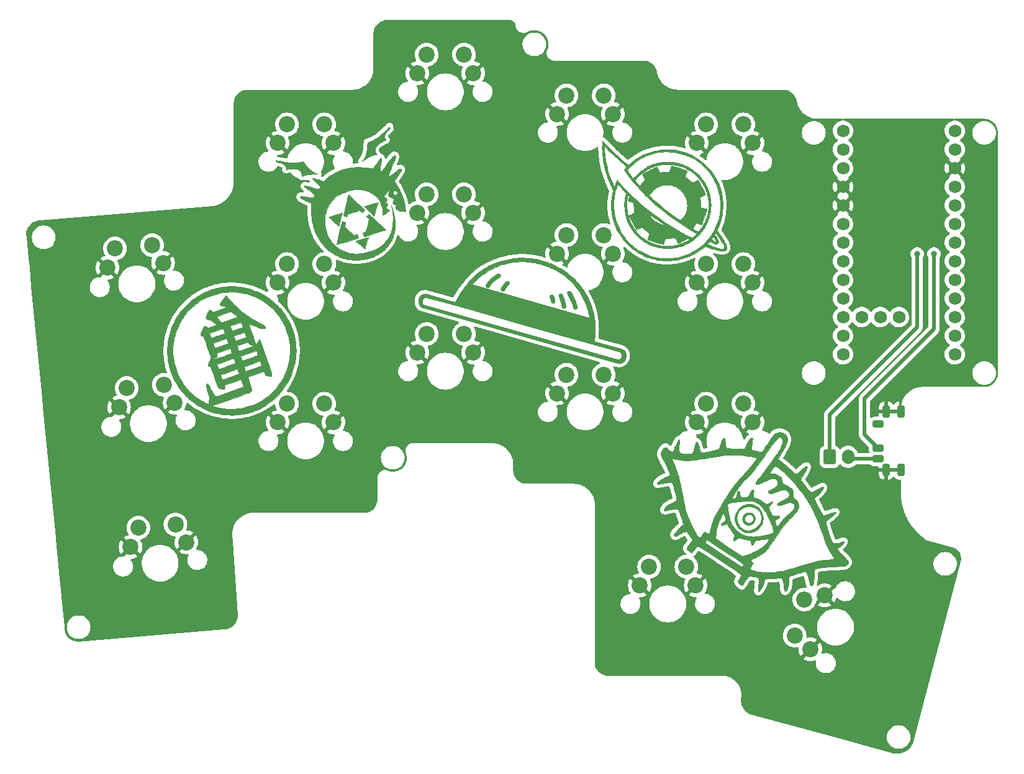
<source format=gbr>
%TF.GenerationSoftware,KiCad,Pcbnew,(6.0.4)*%
%TF.CreationDate,2022-05-05T20:27:35+02:00*%
%TF.ProjectId,Diom-34SP_PCB,44696f6d-2d33-4345-9350-5f5043422e6b,rev?*%
%TF.SameCoordinates,Original*%
%TF.FileFunction,Copper,L2,Bot*%
%TF.FilePolarity,Positive*%
%FSLAX46Y46*%
G04 Gerber Fmt 4.6, Leading zero omitted, Abs format (unit mm)*
G04 Created by KiCad (PCBNEW (6.0.4)) date 2022-05-05 20:27:35*
%MOMM*%
%LPD*%
G01*
G04 APERTURE LIST*
G04 Aperture macros list*
%AMRoundRect*
0 Rectangle with rounded corners*
0 $1 Rounding radius*
0 $2 $3 $4 $5 $6 $7 $8 $9 X,Y pos of 4 corners*
0 Add a 4 corners polygon primitive as box body*
4,1,4,$2,$3,$4,$5,$6,$7,$8,$9,$2,$3,0*
0 Add four circle primitives for the rounded corners*
1,1,$1+$1,$2,$3*
1,1,$1+$1,$4,$5*
1,1,$1+$1,$6,$7*
1,1,$1+$1,$8,$9*
0 Add four rect primitives between the rounded corners*
20,1,$1+$1,$2,$3,$4,$5,0*
20,1,$1+$1,$4,$5,$6,$7,0*
20,1,$1+$1,$6,$7,$8,$9,0*
20,1,$1+$1,$8,$9,$2,$3,0*%
G04 Aperture macros list end*
%TA.AperFunction,NonConductor*%
%ADD10C,0.020000*%
%TD*%
%TA.AperFunction,NonConductor*%
%ADD11C,0.014000*%
%TD*%
%TA.AperFunction,NonConductor*%
%ADD12C,0.008500*%
%TD*%
%TA.AperFunction,NonConductor*%
%ADD13C,0.009500*%
%TD*%
%TA.AperFunction,ComponentPad*%
%ADD14C,2.200000*%
%TD*%
%TA.AperFunction,ComponentPad*%
%ADD15RoundRect,0.250000X-0.600000X-0.750000X0.600000X-0.750000X0.600000X0.750000X-0.600000X0.750000X0*%
%TD*%
%TA.AperFunction,ComponentPad*%
%ADD16O,1.700000X2.000000*%
%TD*%
%TA.AperFunction,ComponentPad*%
%ADD17C,1.752600*%
%TD*%
%TA.AperFunction,SMDPad,CuDef*%
%ADD18RoundRect,0.250000X-0.500000X0.250000X-0.500000X-0.250000X0.500000X-0.250000X0.500000X0.250000X0*%
%TD*%
%TA.AperFunction,SMDPad,CuDef*%
%ADD19RoundRect,0.250000X-0.250000X0.600000X-0.250000X-0.600000X0.250000X-0.600000X0.250000X0.600000X0*%
%TD*%
%TA.AperFunction,ViaPad*%
%ADD20C,0.800000*%
%TD*%
%TA.AperFunction,Conductor*%
%ADD21C,0.508000*%
%TD*%
G04 APERTURE END LIST*
D10*
G36*
X168708409Y-99573350D02*
G01*
X168699112Y-99704317D01*
X168681609Y-99836713D01*
X168672949Y-99886288D01*
X168663443Y-99933490D01*
X168652918Y-99978693D01*
X168641196Y-100022266D01*
X168628103Y-100064581D01*
X168613465Y-100106008D01*
X168597105Y-100146920D01*
X168578850Y-100187687D01*
X168558523Y-100228680D01*
X168535949Y-100270270D01*
X168510954Y-100312828D01*
X168483362Y-100356726D01*
X168452999Y-100402335D01*
X168419688Y-100450025D01*
X168383256Y-100500168D01*
X168343526Y-100553135D01*
X168257484Y-100660341D01*
X168167843Y-100760358D01*
X168074623Y-100853177D01*
X167977845Y-100938788D01*
X167877530Y-101017180D01*
X167773698Y-101088346D01*
X167666370Y-101152274D01*
X167555565Y-101208955D01*
X167441306Y-101258379D01*
X167323613Y-101300537D01*
X167202505Y-101335419D01*
X167078004Y-101363016D01*
X166950131Y-101383316D01*
X166818905Y-101396312D01*
X166684348Y-101401992D01*
X166546480Y-101400348D01*
X166546480Y-101400352D01*
X166505045Y-101398043D01*
X166464719Y-101394224D01*
X166425134Y-101388742D01*
X166385921Y-101381445D01*
X166346712Y-101372181D01*
X166307136Y-101360798D01*
X166266825Y-101347145D01*
X166225411Y-101331068D01*
X166182525Y-101312416D01*
X166137797Y-101291038D01*
X166090860Y-101266781D01*
X166041343Y-101239492D01*
X165988879Y-101209021D01*
X165933098Y-101175216D01*
X165810111Y-101096992D01*
X165741473Y-101051779D01*
X165678870Y-101009395D01*
X165621727Y-100969254D01*
X165569475Y-100930770D01*
X165521542Y-100893355D01*
X165477355Y-100856423D01*
X165436343Y-100819387D01*
X165397935Y-100781662D01*
X165361558Y-100742660D01*
X165326641Y-100701796D01*
X165292613Y-100658481D01*
X165258901Y-100612131D01*
X165224934Y-100562158D01*
X165190141Y-100507976D01*
X165153949Y-100448998D01*
X165115787Y-100384638D01*
X165049302Y-100261957D01*
X164992703Y-100138195D01*
X164945984Y-100013456D01*
X164909138Y-99887841D01*
X164882160Y-99761454D01*
X164865044Y-99634396D01*
X164857784Y-99506770D01*
X164859288Y-99432369D01*
X165141715Y-99432369D01*
X165144876Y-99508791D01*
X165151239Y-99584569D01*
X165160797Y-99659653D01*
X165173541Y-99733995D01*
X165189465Y-99807544D01*
X165208561Y-99880252D01*
X165230823Y-99952070D01*
X165256242Y-100022947D01*
X165284811Y-100092836D01*
X165316523Y-100161685D01*
X165351370Y-100229447D01*
X165351373Y-100229441D01*
X165410419Y-100331440D01*
X165473930Y-100427914D01*
X165541681Y-100518717D01*
X165613448Y-100603700D01*
X165689003Y-100682716D01*
X165768122Y-100755618D01*
X165850579Y-100822259D01*
X165936148Y-100882490D01*
X166024604Y-100936166D01*
X166115721Y-100983138D01*
X166209273Y-101023258D01*
X166305035Y-101056381D01*
X166402782Y-101082358D01*
X166502286Y-101101041D01*
X166603324Y-101112285D01*
X166705669Y-101115940D01*
X166769555Y-101112885D01*
X166837587Y-101104134D01*
X166909229Y-101089942D01*
X166983947Y-101070569D01*
X167061207Y-101046272D01*
X167140474Y-101017308D01*
X167221213Y-100983935D01*
X167302891Y-100946411D01*
X167384973Y-100904993D01*
X167466924Y-100859939D01*
X167548210Y-100811507D01*
X167628296Y-100759955D01*
X167706649Y-100705539D01*
X167782733Y-100648517D01*
X167856013Y-100589148D01*
X167925957Y-100527689D01*
X168011588Y-100445720D01*
X168089913Y-100363412D01*
X168160996Y-100280589D01*
X168224901Y-100197074D01*
X168281694Y-100112688D01*
X168331438Y-100027255D01*
X168374200Y-99940598D01*
X168410042Y-99852538D01*
X168439031Y-99762898D01*
X168461231Y-99671502D01*
X168476706Y-99578172D01*
X168485521Y-99482730D01*
X168487741Y-99384999D01*
X168483431Y-99284803D01*
X168472655Y-99181962D01*
X168455478Y-99076301D01*
X168426018Y-98948237D01*
X168387587Y-98826717D01*
X168340259Y-98711800D01*
X168284107Y-98603547D01*
X168219202Y-98502015D01*
X168183490Y-98453788D01*
X168145617Y-98407264D01*
X168063425Y-98319354D01*
X167972699Y-98238344D01*
X167873511Y-98164293D01*
X167765933Y-98097260D01*
X167650039Y-98037304D01*
X167525900Y-97984485D01*
X167393590Y-97938862D01*
X167253181Y-97900494D01*
X167104745Y-97869441D01*
X166948355Y-97845762D01*
X166871668Y-97838108D01*
X166795104Y-97834201D01*
X166718790Y-97833956D01*
X166642849Y-97837291D01*
X166567406Y-97844120D01*
X166492585Y-97854360D01*
X166418512Y-97867927D01*
X166345311Y-97884736D01*
X166273107Y-97904703D01*
X166202024Y-97927745D01*
X166132187Y-97953777D01*
X166063721Y-97982716D01*
X165996750Y-98014477D01*
X165931399Y-98048975D01*
X165867793Y-98086128D01*
X165806055Y-98125850D01*
X165746312Y-98168059D01*
X165688687Y-98212669D01*
X165633306Y-98259597D01*
X165580292Y-98308759D01*
X165529771Y-98360070D01*
X165481867Y-98413447D01*
X165436705Y-98468805D01*
X165394409Y-98526061D01*
X165355104Y-98585130D01*
X165318915Y-98645928D01*
X165285967Y-98708371D01*
X165256383Y-98772376D01*
X165230290Y-98837857D01*
X165207810Y-98904731D01*
X165189070Y-98972914D01*
X165174193Y-99042322D01*
X165161235Y-99121226D01*
X165151515Y-99199731D01*
X165145027Y-99277790D01*
X165141763Y-99355352D01*
X165141715Y-99432369D01*
X164859288Y-99432369D01*
X164860373Y-99378678D01*
X164872806Y-99250222D01*
X164895077Y-99121506D01*
X164927180Y-98992631D01*
X164969109Y-98863700D01*
X165020857Y-98734815D01*
X165082419Y-98606078D01*
X165153789Y-98477593D01*
X165234961Y-98349460D01*
X165287548Y-98274874D01*
X165342728Y-98203592D01*
X165400522Y-98135597D01*
X165460954Y-98070874D01*
X165524047Y-98009408D01*
X165589824Y-97951182D01*
X165658307Y-97896181D01*
X165729519Y-97844388D01*
X165803484Y-97795788D01*
X165880224Y-97750365D01*
X165959763Y-97708104D01*
X166042123Y-97668987D01*
X166127326Y-97633001D01*
X166215397Y-97600128D01*
X166306357Y-97570352D01*
X166400231Y-97543659D01*
X166521932Y-97515995D01*
X166642859Y-97497228D01*
X166762762Y-97487109D01*
X166881394Y-97485390D01*
X166998508Y-97491821D01*
X167113855Y-97506153D01*
X167227188Y-97528138D01*
X167338260Y-97557526D01*
X167446823Y-97594069D01*
X167552629Y-97637518D01*
X167655430Y-97687623D01*
X167754979Y-97744137D01*
X167851028Y-97806809D01*
X167943330Y-97875392D01*
X168031637Y-97949635D01*
X168115700Y-98029291D01*
X168195274Y-98114110D01*
X168270109Y-98203843D01*
X168339958Y-98298242D01*
X168404574Y-98397057D01*
X168463709Y-98500040D01*
X168517115Y-98606941D01*
X168564545Y-98717512D01*
X168605750Y-98831503D01*
X168640484Y-98948667D01*
X168668498Y-99068753D01*
X168689546Y-99191514D01*
X168703378Y-99316699D01*
X168706795Y-99384999D01*
X168709749Y-99444061D01*
X168708409Y-99573350D01*
G37*
X168708409Y-99573350D02*
X168699112Y-99704317D01*
X168681609Y-99836713D01*
X168672949Y-99886288D01*
X168663443Y-99933490D01*
X168652918Y-99978693D01*
X168641196Y-100022266D01*
X168628103Y-100064581D01*
X168613465Y-100106008D01*
X168597105Y-100146920D01*
X168578850Y-100187687D01*
X168558523Y-100228680D01*
X168535949Y-100270270D01*
X168510954Y-100312828D01*
X168483362Y-100356726D01*
X168452999Y-100402335D01*
X168419688Y-100450025D01*
X168383256Y-100500168D01*
X168343526Y-100553135D01*
X168257484Y-100660341D01*
X168167843Y-100760358D01*
X168074623Y-100853177D01*
X167977845Y-100938788D01*
X167877530Y-101017180D01*
X167773698Y-101088346D01*
X167666370Y-101152274D01*
X167555565Y-101208955D01*
X167441306Y-101258379D01*
X167323613Y-101300537D01*
X167202505Y-101335419D01*
X167078004Y-101363016D01*
X166950131Y-101383316D01*
X166818905Y-101396312D01*
X166684348Y-101401992D01*
X166546480Y-101400348D01*
X166546480Y-101400352D01*
X166505045Y-101398043D01*
X166464719Y-101394224D01*
X166425134Y-101388742D01*
X166385921Y-101381445D01*
X166346712Y-101372181D01*
X166307136Y-101360798D01*
X166266825Y-101347145D01*
X166225411Y-101331068D01*
X166182525Y-101312416D01*
X166137797Y-101291038D01*
X166090860Y-101266781D01*
X166041343Y-101239492D01*
X165988879Y-101209021D01*
X165933098Y-101175216D01*
X165810111Y-101096992D01*
X165741473Y-101051779D01*
X165678870Y-101009395D01*
X165621727Y-100969254D01*
X165569475Y-100930770D01*
X165521542Y-100893355D01*
X165477355Y-100856423D01*
X165436343Y-100819387D01*
X165397935Y-100781662D01*
X165361558Y-100742660D01*
X165326641Y-100701796D01*
X165292613Y-100658481D01*
X165258901Y-100612131D01*
X165224934Y-100562158D01*
X165190141Y-100507976D01*
X165153949Y-100448998D01*
X165115787Y-100384638D01*
X165049302Y-100261957D01*
X164992703Y-100138195D01*
X164945984Y-100013456D01*
X164909138Y-99887841D01*
X164882160Y-99761454D01*
X164865044Y-99634396D01*
X164857784Y-99506770D01*
X164859288Y-99432369D01*
X165141715Y-99432369D01*
X165144876Y-99508791D01*
X165151239Y-99584569D01*
X165160797Y-99659653D01*
X165173541Y-99733995D01*
X165189465Y-99807544D01*
X165208561Y-99880252D01*
X165230823Y-99952070D01*
X165256242Y-100022947D01*
X165284811Y-100092836D01*
X165316523Y-100161685D01*
X165351370Y-100229447D01*
X165351373Y-100229441D01*
X165410419Y-100331440D01*
X165473930Y-100427914D01*
X165541681Y-100518717D01*
X165613448Y-100603700D01*
X165689003Y-100682716D01*
X165768122Y-100755618D01*
X165850579Y-100822259D01*
X165936148Y-100882490D01*
X166024604Y-100936166D01*
X166115721Y-100983138D01*
X166209273Y-101023258D01*
X166305035Y-101056381D01*
X166402782Y-101082358D01*
X166502286Y-101101041D01*
X166603324Y-101112285D01*
X166705669Y-101115940D01*
X166769555Y-101112885D01*
X166837587Y-101104134D01*
X166909229Y-101089942D01*
X166983947Y-101070569D01*
X167061207Y-101046272D01*
X167140474Y-101017308D01*
X167221213Y-100983935D01*
X167302891Y-100946411D01*
X167384973Y-100904993D01*
X167466924Y-100859939D01*
X167548210Y-100811507D01*
X167628296Y-100759955D01*
X167706649Y-100705539D01*
X167782733Y-100648517D01*
X167856013Y-100589148D01*
X167925957Y-100527689D01*
X168011588Y-100445720D01*
X168089913Y-100363412D01*
X168160996Y-100280589D01*
X168224901Y-100197074D01*
X168281694Y-100112688D01*
X168331438Y-100027255D01*
X168374200Y-99940598D01*
X168410042Y-99852538D01*
X168439031Y-99762898D01*
X168461231Y-99671502D01*
X168476706Y-99578172D01*
X168485521Y-99482730D01*
X168487741Y-99384999D01*
X168483431Y-99284803D01*
X168472655Y-99181962D01*
X168455478Y-99076301D01*
X168426018Y-98948237D01*
X168387587Y-98826717D01*
X168340259Y-98711800D01*
X168284107Y-98603547D01*
X168219202Y-98502015D01*
X168183490Y-98453788D01*
X168145617Y-98407264D01*
X168063425Y-98319354D01*
X167972699Y-98238344D01*
X167873511Y-98164293D01*
X167765933Y-98097260D01*
X167650039Y-98037304D01*
X167525900Y-97984485D01*
X167393590Y-97938862D01*
X167253181Y-97900494D01*
X167104745Y-97869441D01*
X166948355Y-97845762D01*
X166871668Y-97838108D01*
X166795104Y-97834201D01*
X166718790Y-97833956D01*
X166642849Y-97837291D01*
X166567406Y-97844120D01*
X166492585Y-97854360D01*
X166418512Y-97867927D01*
X166345311Y-97884736D01*
X166273107Y-97904703D01*
X166202024Y-97927745D01*
X166132187Y-97953777D01*
X166063721Y-97982716D01*
X165996750Y-98014477D01*
X165931399Y-98048975D01*
X165867793Y-98086128D01*
X165806055Y-98125850D01*
X165746312Y-98168059D01*
X165688687Y-98212669D01*
X165633306Y-98259597D01*
X165580292Y-98308759D01*
X165529771Y-98360070D01*
X165481867Y-98413447D01*
X165436705Y-98468805D01*
X165394409Y-98526061D01*
X165355104Y-98585130D01*
X165318915Y-98645928D01*
X165285967Y-98708371D01*
X165256383Y-98772376D01*
X165230290Y-98837857D01*
X165207810Y-98904731D01*
X165189070Y-98972914D01*
X165174193Y-99042322D01*
X165161235Y-99121226D01*
X165151515Y-99199731D01*
X165145027Y-99277790D01*
X165141763Y-99355352D01*
X165141715Y-99432369D01*
X164859288Y-99432369D01*
X164860373Y-99378678D01*
X164872806Y-99250222D01*
X164895077Y-99121506D01*
X164927180Y-98992631D01*
X164969109Y-98863700D01*
X165020857Y-98734815D01*
X165082419Y-98606078D01*
X165153789Y-98477593D01*
X165234961Y-98349460D01*
X165287548Y-98274874D01*
X165342728Y-98203592D01*
X165400522Y-98135597D01*
X165460954Y-98070874D01*
X165524047Y-98009408D01*
X165589824Y-97951182D01*
X165658307Y-97896181D01*
X165729519Y-97844388D01*
X165803484Y-97795788D01*
X165880224Y-97750365D01*
X165959763Y-97708104D01*
X166042123Y-97668987D01*
X166127326Y-97633001D01*
X166215397Y-97600128D01*
X166306357Y-97570352D01*
X166400231Y-97543659D01*
X166521932Y-97515995D01*
X166642859Y-97497228D01*
X166762762Y-97487109D01*
X166881394Y-97485390D01*
X166998508Y-97491821D01*
X167113855Y-97506153D01*
X167227188Y-97528138D01*
X167338260Y-97557526D01*
X167446823Y-97594069D01*
X167552629Y-97637518D01*
X167655430Y-97687623D01*
X167754979Y-97744137D01*
X167851028Y-97806809D01*
X167943330Y-97875392D01*
X168031637Y-97949635D01*
X168115700Y-98029291D01*
X168195274Y-98114110D01*
X168270109Y-98203843D01*
X168339958Y-98298242D01*
X168404574Y-98397057D01*
X168463709Y-98500040D01*
X168517115Y-98606941D01*
X168564545Y-98717512D01*
X168605750Y-98831503D01*
X168640484Y-98948667D01*
X168668498Y-99068753D01*
X168689546Y-99191514D01*
X168703378Y-99316699D01*
X168706795Y-99384999D01*
X168709749Y-99444061D01*
X168708409Y-99573350D01*
G36*
X142274462Y-68429379D02*
G01*
X142290207Y-68430937D01*
X142306391Y-68433358D01*
X142322817Y-68436589D01*
X142339288Y-68440578D01*
X142355608Y-68445273D01*
X142371577Y-68450621D01*
X142387000Y-68456571D01*
X142401680Y-68463070D01*
X142415418Y-68470066D01*
X142428018Y-68477507D01*
X142439283Y-68485340D01*
X142449015Y-68493513D01*
X142471860Y-68519195D01*
X142500517Y-68558436D01*
X142572206Y-68671721D01*
X142657956Y-68821622D01*
X142751639Y-68996393D01*
X142847129Y-69184289D01*
X142938298Y-69373562D01*
X143019020Y-69552467D01*
X143083167Y-69709259D01*
X143098284Y-69748665D01*
X143111483Y-69782283D01*
X143116921Y-69795806D01*
X143121346Y-69806545D01*
X143124583Y-69814053D01*
X143126453Y-69817885D01*
X143130556Y-69827015D01*
X143138319Y-69846343D01*
X143161206Y-69906011D01*
X143187882Y-69977716D01*
X143211114Y-70042286D01*
X143250543Y-70160804D01*
X143297113Y-70308374D01*
X143339143Y-70447234D01*
X143354805Y-70501597D01*
X143364953Y-70539621D01*
X143368799Y-70557174D01*
X143371737Y-70574534D01*
X143373783Y-70591678D01*
X143374953Y-70608583D01*
X143375263Y-70625226D01*
X143374731Y-70641583D01*
X143373371Y-70657631D01*
X143371202Y-70673347D01*
X143368238Y-70688708D01*
X143364496Y-70703690D01*
X143359993Y-70718270D01*
X143354744Y-70732425D01*
X143348767Y-70746132D01*
X143342077Y-70759368D01*
X143334690Y-70772108D01*
X143326624Y-70784331D01*
X143317894Y-70796013D01*
X143308517Y-70807130D01*
X143298509Y-70817660D01*
X143287886Y-70827579D01*
X143276665Y-70836864D01*
X143264862Y-70845491D01*
X143252493Y-70853438D01*
X143239574Y-70860681D01*
X143226123Y-70867197D01*
X143212155Y-70872963D01*
X143197686Y-70877956D01*
X143182733Y-70882152D01*
X143167312Y-70885528D01*
X143151440Y-70888061D01*
X143135132Y-70889727D01*
X143118406Y-70890504D01*
X143118403Y-70890512D01*
X143107784Y-70890512D01*
X143097265Y-70890105D01*
X143086854Y-70889297D01*
X143076558Y-70888093D01*
X143066385Y-70886500D01*
X143056345Y-70884523D01*
X143046444Y-70882167D01*
X143036692Y-70879438D01*
X143027095Y-70876341D01*
X143017663Y-70872883D01*
X143008402Y-70869069D01*
X142999322Y-70864904D01*
X142990431Y-70860394D01*
X142981735Y-70855545D01*
X142973245Y-70850362D01*
X142964967Y-70844851D01*
X142956909Y-70839018D01*
X142949081Y-70832868D01*
X142941489Y-70826406D01*
X142934142Y-70819639D01*
X142927049Y-70812572D01*
X142920216Y-70805210D01*
X142913653Y-70797560D01*
X142907366Y-70789626D01*
X142901366Y-70781415D01*
X142895658Y-70772932D01*
X142890252Y-70764183D01*
X142885156Y-70755172D01*
X142880378Y-70745907D01*
X142875925Y-70736392D01*
X142871806Y-70726633D01*
X142868029Y-70716636D01*
X142853053Y-70672548D01*
X142829647Y-70601263D01*
X142770365Y-70416501D01*
X142710212Y-70233901D01*
X142647284Y-70057625D01*
X142580859Y-69886014D01*
X142510215Y-69717407D01*
X142434629Y-69550148D01*
X142353379Y-69382575D01*
X142265743Y-69213030D01*
X142170998Y-69039854D01*
X142141403Y-68986496D01*
X142113396Y-68934778D01*
X142087617Y-68885972D01*
X142064709Y-68841348D01*
X142045313Y-68802176D01*
X142030070Y-68769727D01*
X142019622Y-68745272D01*
X142016396Y-68736439D01*
X142014609Y-68730081D01*
X142013279Y-68722569D01*
X142012323Y-68714852D01*
X142011732Y-68706951D01*
X142011498Y-68698884D01*
X142011614Y-68690672D01*
X142012070Y-68682332D01*
X142013975Y-68665351D01*
X142017147Y-68648097D01*
X142021521Y-68630724D01*
X142027033Y-68613387D01*
X142033618Y-68596242D01*
X142041212Y-68579444D01*
X142049748Y-68563147D01*
X142059163Y-68547508D01*
X142069392Y-68532681D01*
X142080370Y-68518821D01*
X142092032Y-68506084D01*
X142098100Y-68500185D01*
X142104314Y-68494625D01*
X142110667Y-68489422D01*
X142117150Y-68484598D01*
X142123088Y-68480506D01*
X142129336Y-68476404D01*
X142135841Y-68472319D01*
X142142550Y-68468278D01*
X142156369Y-68460432D01*
X142170374Y-68453078D01*
X142184143Y-68446427D01*
X142190807Y-68443432D01*
X142197255Y-68440692D01*
X142203432Y-68438234D01*
X142209288Y-68436085D01*
X142214769Y-68434270D01*
X142219822Y-68432817D01*
X142231837Y-68430402D01*
X142245080Y-68429059D01*
X142259354Y-68428736D01*
X142274462Y-68429379D01*
G37*
X142274462Y-68429379D02*
X142290207Y-68430937D01*
X142306391Y-68433358D01*
X142322817Y-68436589D01*
X142339288Y-68440578D01*
X142355608Y-68445273D01*
X142371577Y-68450621D01*
X142387000Y-68456571D01*
X142401680Y-68463070D01*
X142415418Y-68470066D01*
X142428018Y-68477507D01*
X142439283Y-68485340D01*
X142449015Y-68493513D01*
X142471860Y-68519195D01*
X142500517Y-68558436D01*
X142572206Y-68671721D01*
X142657956Y-68821622D01*
X142751639Y-68996393D01*
X142847129Y-69184289D01*
X142938298Y-69373562D01*
X143019020Y-69552467D01*
X143083167Y-69709259D01*
X143098284Y-69748665D01*
X143111483Y-69782283D01*
X143116921Y-69795806D01*
X143121346Y-69806545D01*
X143124583Y-69814053D01*
X143126453Y-69817885D01*
X143130556Y-69827015D01*
X143138319Y-69846343D01*
X143161206Y-69906011D01*
X143187882Y-69977716D01*
X143211114Y-70042286D01*
X143250543Y-70160804D01*
X143297113Y-70308374D01*
X143339143Y-70447234D01*
X143354805Y-70501597D01*
X143364953Y-70539621D01*
X143368799Y-70557174D01*
X143371737Y-70574534D01*
X143373783Y-70591678D01*
X143374953Y-70608583D01*
X143375263Y-70625226D01*
X143374731Y-70641583D01*
X143373371Y-70657631D01*
X143371202Y-70673347D01*
X143368238Y-70688708D01*
X143364496Y-70703690D01*
X143359993Y-70718270D01*
X143354744Y-70732425D01*
X143348767Y-70746132D01*
X143342077Y-70759368D01*
X143334690Y-70772108D01*
X143326624Y-70784331D01*
X143317894Y-70796013D01*
X143308517Y-70807130D01*
X143298509Y-70817660D01*
X143287886Y-70827579D01*
X143276665Y-70836864D01*
X143264862Y-70845491D01*
X143252493Y-70853438D01*
X143239574Y-70860681D01*
X143226123Y-70867197D01*
X143212155Y-70872963D01*
X143197686Y-70877956D01*
X143182733Y-70882152D01*
X143167312Y-70885528D01*
X143151440Y-70888061D01*
X143135132Y-70889727D01*
X143118406Y-70890504D01*
X143118403Y-70890512D01*
X143107784Y-70890512D01*
X143097265Y-70890105D01*
X143086854Y-70889297D01*
X143076558Y-70888093D01*
X143066385Y-70886500D01*
X143056345Y-70884523D01*
X143046444Y-70882167D01*
X143036692Y-70879438D01*
X143027095Y-70876341D01*
X143017663Y-70872883D01*
X143008402Y-70869069D01*
X142999322Y-70864904D01*
X142990431Y-70860394D01*
X142981735Y-70855545D01*
X142973245Y-70850362D01*
X142964967Y-70844851D01*
X142956909Y-70839018D01*
X142949081Y-70832868D01*
X142941489Y-70826406D01*
X142934142Y-70819639D01*
X142927049Y-70812572D01*
X142920216Y-70805210D01*
X142913653Y-70797560D01*
X142907366Y-70789626D01*
X142901366Y-70781415D01*
X142895658Y-70772932D01*
X142890252Y-70764183D01*
X142885156Y-70755172D01*
X142880378Y-70745907D01*
X142875925Y-70736392D01*
X142871806Y-70726633D01*
X142868029Y-70716636D01*
X142853053Y-70672548D01*
X142829647Y-70601263D01*
X142770365Y-70416501D01*
X142710212Y-70233901D01*
X142647284Y-70057625D01*
X142580859Y-69886014D01*
X142510215Y-69717407D01*
X142434629Y-69550148D01*
X142353379Y-69382575D01*
X142265743Y-69213030D01*
X142170998Y-69039854D01*
X142141403Y-68986496D01*
X142113396Y-68934778D01*
X142087617Y-68885972D01*
X142064709Y-68841348D01*
X142045313Y-68802176D01*
X142030070Y-68769727D01*
X142019622Y-68745272D01*
X142016396Y-68736439D01*
X142014609Y-68730081D01*
X142013279Y-68722569D01*
X142012323Y-68714852D01*
X142011732Y-68706951D01*
X142011498Y-68698884D01*
X142011614Y-68690672D01*
X142012070Y-68682332D01*
X142013975Y-68665351D01*
X142017147Y-68648097D01*
X142021521Y-68630724D01*
X142027033Y-68613387D01*
X142033618Y-68596242D01*
X142041212Y-68579444D01*
X142049748Y-68563147D01*
X142059163Y-68547508D01*
X142069392Y-68532681D01*
X142080370Y-68518821D01*
X142092032Y-68506084D01*
X142098100Y-68500185D01*
X142104314Y-68494625D01*
X142110667Y-68489422D01*
X142117150Y-68484598D01*
X142123088Y-68480506D01*
X142129336Y-68476404D01*
X142135841Y-68472319D01*
X142142550Y-68468278D01*
X142156369Y-68460432D01*
X142170374Y-68453078D01*
X142184143Y-68446427D01*
X142190807Y-68443432D01*
X142197255Y-68440692D01*
X142203432Y-68438234D01*
X142209288Y-68436085D01*
X142214769Y-68434270D01*
X142219822Y-68432817D01*
X142231837Y-68430402D01*
X142245080Y-68429059D01*
X142259354Y-68428736D01*
X142274462Y-68429379D01*
G36*
X133828479Y-67079001D02*
G01*
X133837158Y-67079746D01*
X133846164Y-67080948D01*
X133855611Y-67082610D01*
X133865611Y-67084730D01*
X133876279Y-67087311D01*
X133887725Y-67090351D01*
X133900065Y-67093852D01*
X133912188Y-67097486D01*
X133923348Y-67101044D01*
X133933632Y-67104579D01*
X133943128Y-67108145D01*
X133951920Y-67111796D01*
X133960096Y-67115587D01*
X133967743Y-67119570D01*
X133974946Y-67123801D01*
X133981793Y-67128332D01*
X133988369Y-67133219D01*
X133994762Y-67138514D01*
X134001059Y-67144273D01*
X134007344Y-67150548D01*
X134013706Y-67157394D01*
X134020231Y-67164865D01*
X134027004Y-67173015D01*
X134038244Y-67187415D01*
X134048361Y-67201656D01*
X134057366Y-67215788D01*
X134065271Y-67229864D01*
X134072085Y-67243933D01*
X134077819Y-67258049D01*
X134082485Y-67272261D01*
X134086093Y-67286622D01*
X134088653Y-67301183D01*
X134090178Y-67315994D01*
X134090676Y-67331108D01*
X134090160Y-67346576D01*
X134088640Y-67362449D01*
X134086126Y-67378779D01*
X134082630Y-67395616D01*
X134078162Y-67413012D01*
X134074632Y-67425139D01*
X134070969Y-67436535D01*
X134067053Y-67447381D01*
X134062759Y-67457855D01*
X134057967Y-67468139D01*
X134052553Y-67478411D01*
X134046396Y-67488851D01*
X134039373Y-67499639D01*
X134031363Y-67510955D01*
X134022242Y-67522978D01*
X134011889Y-67535889D01*
X134000182Y-67549866D01*
X133972214Y-67581742D01*
X133937360Y-67620042D01*
X133862554Y-67702788D01*
X133796465Y-67779132D01*
X133766264Y-67815484D01*
X133737731Y-67850932D01*
X133710696Y-67885708D01*
X133684988Y-67920044D01*
X133660436Y-67954173D01*
X133636871Y-67988327D01*
X133614122Y-68022738D01*
X133592018Y-68057638D01*
X133570389Y-68093260D01*
X133549064Y-68129835D01*
X133506646Y-68206776D01*
X133491548Y-68234288D01*
X133476765Y-68259515D01*
X133462193Y-68282539D01*
X133447730Y-68303445D01*
X133433273Y-68322316D01*
X133418720Y-68339236D01*
X133411374Y-68346990D01*
X133403966Y-68354288D01*
X133396483Y-68361140D01*
X133388910Y-68367556D01*
X133381237Y-68373547D01*
X133373450Y-68379124D01*
X133365535Y-68384297D01*
X133357481Y-68389075D01*
X133349274Y-68393471D01*
X133340901Y-68397493D01*
X133332350Y-68401154D01*
X133323608Y-68404462D01*
X133314662Y-68407429D01*
X133305499Y-68410065D01*
X133286471Y-68414385D01*
X133266421Y-68417507D01*
X133245246Y-68419514D01*
X133245246Y-68419491D01*
X133230915Y-68420276D01*
X133217425Y-68420608D01*
X133204695Y-68420459D01*
X133192641Y-68419803D01*
X133181184Y-68418614D01*
X133170241Y-68416865D01*
X133159731Y-68414529D01*
X133149572Y-68411580D01*
X133139682Y-68407991D01*
X133129980Y-68403735D01*
X133120384Y-68398787D01*
X133110813Y-68393118D01*
X133101185Y-68386703D01*
X133091419Y-68379515D01*
X133081432Y-68371527D01*
X133071143Y-68362713D01*
X133054124Y-68347022D01*
X133038646Y-68331317D01*
X133024697Y-68315564D01*
X133012266Y-68299729D01*
X133001341Y-68283779D01*
X132991911Y-68267678D01*
X132983964Y-68251395D01*
X132977488Y-68234893D01*
X132972471Y-68218141D01*
X132968903Y-68201103D01*
X132966770Y-68183747D01*
X132966062Y-68166037D01*
X132966768Y-68147940D01*
X132968874Y-68129423D01*
X132972370Y-68110451D01*
X132977244Y-68090991D01*
X132988451Y-68057062D01*
X133004045Y-68018937D01*
X133023742Y-67977039D01*
X133047256Y-67931788D01*
X133074303Y-67883609D01*
X133104598Y-67832921D01*
X133137857Y-67780149D01*
X133173794Y-67725713D01*
X133252566Y-67613541D01*
X133338635Y-67499782D01*
X133383695Y-67443363D01*
X133429726Y-67387814D01*
X133476442Y-67333557D01*
X133523559Y-67281013D01*
X133568443Y-67232418D01*
X133587757Y-67211908D01*
X133605254Y-67193697D01*
X133621134Y-67177616D01*
X133635597Y-67163496D01*
X133648845Y-67151167D01*
X133661077Y-67140459D01*
X133672496Y-67131204D01*
X133683300Y-67123232D01*
X133693692Y-67116373D01*
X133703872Y-67110458D01*
X133714040Y-67105318D01*
X133724397Y-67100783D01*
X133735143Y-67096685D01*
X133746480Y-67092853D01*
X133757293Y-67089492D01*
X133767417Y-67086586D01*
X133776964Y-67084135D01*
X133786049Y-67082139D01*
X133794783Y-67080598D01*
X133803281Y-67079514D01*
X133811654Y-67078886D01*
X133820016Y-67078715D01*
X133828479Y-67079001D01*
G37*
X133828479Y-67079001D02*
X133837158Y-67079746D01*
X133846164Y-67080948D01*
X133855611Y-67082610D01*
X133865611Y-67084730D01*
X133876279Y-67087311D01*
X133887725Y-67090351D01*
X133900065Y-67093852D01*
X133912188Y-67097486D01*
X133923348Y-67101044D01*
X133933632Y-67104579D01*
X133943128Y-67108145D01*
X133951920Y-67111796D01*
X133960096Y-67115587D01*
X133967743Y-67119570D01*
X133974946Y-67123801D01*
X133981793Y-67128332D01*
X133988369Y-67133219D01*
X133994762Y-67138514D01*
X134001059Y-67144273D01*
X134007344Y-67150548D01*
X134013706Y-67157394D01*
X134020231Y-67164865D01*
X134027004Y-67173015D01*
X134038244Y-67187415D01*
X134048361Y-67201656D01*
X134057366Y-67215788D01*
X134065271Y-67229864D01*
X134072085Y-67243933D01*
X134077819Y-67258049D01*
X134082485Y-67272261D01*
X134086093Y-67286622D01*
X134088653Y-67301183D01*
X134090178Y-67315994D01*
X134090676Y-67331108D01*
X134090160Y-67346576D01*
X134088640Y-67362449D01*
X134086126Y-67378779D01*
X134082630Y-67395616D01*
X134078162Y-67413012D01*
X134074632Y-67425139D01*
X134070969Y-67436535D01*
X134067053Y-67447381D01*
X134062759Y-67457855D01*
X134057967Y-67468139D01*
X134052553Y-67478411D01*
X134046396Y-67488851D01*
X134039373Y-67499639D01*
X134031363Y-67510955D01*
X134022242Y-67522978D01*
X134011889Y-67535889D01*
X134000182Y-67549866D01*
X133972214Y-67581742D01*
X133937360Y-67620042D01*
X133862554Y-67702788D01*
X133796465Y-67779132D01*
X133766264Y-67815484D01*
X133737731Y-67850932D01*
X133710696Y-67885708D01*
X133684988Y-67920044D01*
X133660436Y-67954173D01*
X133636871Y-67988327D01*
X133614122Y-68022738D01*
X133592018Y-68057638D01*
X133570389Y-68093260D01*
X133549064Y-68129835D01*
X133506646Y-68206776D01*
X133491548Y-68234288D01*
X133476765Y-68259515D01*
X133462193Y-68282539D01*
X133447730Y-68303445D01*
X133433273Y-68322316D01*
X133418720Y-68339236D01*
X133411374Y-68346990D01*
X133403966Y-68354288D01*
X133396483Y-68361140D01*
X133388910Y-68367556D01*
X133381237Y-68373547D01*
X133373450Y-68379124D01*
X133365535Y-68384297D01*
X133357481Y-68389075D01*
X133349274Y-68393471D01*
X133340901Y-68397493D01*
X133332350Y-68401154D01*
X133323608Y-68404462D01*
X133314662Y-68407429D01*
X133305499Y-68410065D01*
X133286471Y-68414385D01*
X133266421Y-68417507D01*
X133245246Y-68419514D01*
X133245246Y-68419491D01*
X133230915Y-68420276D01*
X133217425Y-68420608D01*
X133204695Y-68420459D01*
X133192641Y-68419803D01*
X133181184Y-68418614D01*
X133170241Y-68416865D01*
X133159731Y-68414529D01*
X133149572Y-68411580D01*
X133139682Y-68407991D01*
X133129980Y-68403735D01*
X133120384Y-68398787D01*
X133110813Y-68393118D01*
X133101185Y-68386703D01*
X133091419Y-68379515D01*
X133081432Y-68371527D01*
X133071143Y-68362713D01*
X133054124Y-68347022D01*
X133038646Y-68331317D01*
X133024697Y-68315564D01*
X133012266Y-68299729D01*
X133001341Y-68283779D01*
X132991911Y-68267678D01*
X132983964Y-68251395D01*
X132977488Y-68234893D01*
X132972471Y-68218141D01*
X132968903Y-68201103D01*
X132966770Y-68183747D01*
X132966062Y-68166037D01*
X132966768Y-68147940D01*
X132968874Y-68129423D01*
X132972370Y-68110451D01*
X132977244Y-68090991D01*
X132988451Y-68057062D01*
X133004045Y-68018937D01*
X133023742Y-67977039D01*
X133047256Y-67931788D01*
X133074303Y-67883609D01*
X133104598Y-67832921D01*
X133137857Y-67780149D01*
X133173794Y-67725713D01*
X133252566Y-67613541D01*
X133338635Y-67499782D01*
X133383695Y-67443363D01*
X133429726Y-67387814D01*
X133476442Y-67333557D01*
X133523559Y-67281013D01*
X133568443Y-67232418D01*
X133587757Y-67211908D01*
X133605254Y-67193697D01*
X133621134Y-67177616D01*
X133635597Y-67163496D01*
X133648845Y-67151167D01*
X133661077Y-67140459D01*
X133672496Y-67131204D01*
X133683300Y-67123232D01*
X133693692Y-67116373D01*
X133703872Y-67110458D01*
X133714040Y-67105318D01*
X133724397Y-67100783D01*
X133735143Y-67096685D01*
X133746480Y-67092853D01*
X133757293Y-67089492D01*
X133767417Y-67086586D01*
X133776964Y-67084135D01*
X133786049Y-67082139D01*
X133794783Y-67080598D01*
X133803281Y-67079514D01*
X133811654Y-67078886D01*
X133820016Y-67078715D01*
X133828479Y-67079001D01*
G36*
X141122546Y-68784044D02*
G01*
X141139077Y-68785669D01*
X141155617Y-68788317D01*
X141172076Y-68791965D01*
X141188365Y-68796591D01*
X141204393Y-68802172D01*
X141220071Y-68808685D01*
X141235308Y-68816108D01*
X141250014Y-68824417D01*
X141264100Y-68833591D01*
X141277475Y-68843605D01*
X141290049Y-68854439D01*
X141300127Y-68865419D01*
X141311498Y-68880817D01*
X141324059Y-68900405D01*
X141337707Y-68923955D01*
X141367859Y-68982029D01*
X141401136Y-69053217D01*
X141436722Y-69135694D01*
X141473799Y-69227638D01*
X141511551Y-69327224D01*
X141549160Y-69432631D01*
X141580111Y-69525082D01*
X141609759Y-69619485D01*
X141637918Y-69714890D01*
X141664398Y-69810346D01*
X141689012Y-69904901D01*
X141711572Y-69997606D01*
X141731890Y-70087510D01*
X141749777Y-70173662D01*
X141765045Y-70255111D01*
X141777507Y-70330908D01*
X141786975Y-70400101D01*
X141793260Y-70461739D01*
X141796174Y-70514873D01*
X141795529Y-70558551D01*
X141791138Y-70591822D01*
X141787478Y-70604259D01*
X141782812Y-70613737D01*
X141780293Y-70617735D01*
X141777219Y-70622825D01*
X141769879Y-70635446D01*
X141761745Y-70649930D01*
X141753770Y-70664609D01*
X141748141Y-70673986D01*
X141741317Y-70683316D01*
X141733395Y-70692539D01*
X141724467Y-70701597D01*
X141714629Y-70710432D01*
X141703975Y-70718984D01*
X141692600Y-70727196D01*
X141680598Y-70735009D01*
X141668063Y-70742365D01*
X141655091Y-70749204D01*
X141641775Y-70755469D01*
X141628211Y-70761101D01*
X141614493Y-70766042D01*
X141600715Y-70770233D01*
X141586972Y-70773615D01*
X141573359Y-70776130D01*
X141573362Y-70776129D01*
X141566731Y-70777033D01*
X141559796Y-70777774D01*
X141552615Y-70778353D01*
X141545243Y-70778773D01*
X141537738Y-70779035D01*
X141530157Y-70779143D01*
X141514991Y-70778900D01*
X141507520Y-70778554D01*
X141500200Y-70778061D01*
X141493088Y-70777423D01*
X141486239Y-70776642D01*
X141479711Y-70775720D01*
X141473561Y-70774659D01*
X141467846Y-70773462D01*
X141462621Y-70772130D01*
X141451881Y-70768620D01*
X141440674Y-70764059D01*
X141429122Y-70758544D01*
X141417346Y-70752171D01*
X141405469Y-70745039D01*
X141393613Y-70737245D01*
X141381898Y-70728887D01*
X141370448Y-70720062D01*
X141359383Y-70710867D01*
X141348826Y-70701400D01*
X141338898Y-70691759D01*
X141329721Y-70682041D01*
X141321418Y-70672343D01*
X141314109Y-70662763D01*
X141307916Y-70653399D01*
X141305277Y-70648828D01*
X141302962Y-70644348D01*
X141298561Y-70631528D01*
X141292107Y-70607503D01*
X141274281Y-70531388D01*
X141251957Y-70427113D01*
X141227607Y-70305787D01*
X141196548Y-70154534D01*
X141163725Y-70012291D01*
X141128178Y-69875964D01*
X141088945Y-69742461D01*
X141045064Y-69608688D01*
X140995572Y-69471553D01*
X140939509Y-69327962D01*
X140875912Y-69174823D01*
X140869359Y-69158509D01*
X140863636Y-69142315D01*
X140858736Y-69126257D01*
X140854653Y-69110352D01*
X140851379Y-69094615D01*
X140848907Y-69079063D01*
X140847230Y-69063711D01*
X140846341Y-69048575D01*
X140846234Y-69033673D01*
X140846900Y-69019019D01*
X140848334Y-69004629D01*
X140850527Y-68990521D01*
X140853474Y-68976709D01*
X140857166Y-68963211D01*
X140861598Y-68950041D01*
X140866761Y-68937217D01*
X140872649Y-68924753D01*
X140879256Y-68912667D01*
X140886573Y-68900974D01*
X140894594Y-68889691D01*
X140903311Y-68878833D01*
X140912719Y-68868416D01*
X140922809Y-68858457D01*
X140933576Y-68848972D01*
X140945010Y-68839976D01*
X140957107Y-68831486D01*
X140969858Y-68823518D01*
X140983257Y-68816087D01*
X140997297Y-68809211D01*
X141011970Y-68802904D01*
X141027270Y-68797184D01*
X141043189Y-68792065D01*
X141058321Y-68788233D01*
X141073913Y-68785537D01*
X141089875Y-68783956D01*
X141106116Y-68783466D01*
X141122546Y-68784044D01*
G37*
X141122546Y-68784044D02*
X141139077Y-68785669D01*
X141155617Y-68788317D01*
X141172076Y-68791965D01*
X141188365Y-68796591D01*
X141204393Y-68802172D01*
X141220071Y-68808685D01*
X141235308Y-68816108D01*
X141250014Y-68824417D01*
X141264100Y-68833591D01*
X141277475Y-68843605D01*
X141290049Y-68854439D01*
X141300127Y-68865419D01*
X141311498Y-68880817D01*
X141324059Y-68900405D01*
X141337707Y-68923955D01*
X141367859Y-68982029D01*
X141401136Y-69053217D01*
X141436722Y-69135694D01*
X141473799Y-69227638D01*
X141511551Y-69327224D01*
X141549160Y-69432631D01*
X141580111Y-69525082D01*
X141609759Y-69619485D01*
X141637918Y-69714890D01*
X141664398Y-69810346D01*
X141689012Y-69904901D01*
X141711572Y-69997606D01*
X141731890Y-70087510D01*
X141749777Y-70173662D01*
X141765045Y-70255111D01*
X141777507Y-70330908D01*
X141786975Y-70400101D01*
X141793260Y-70461739D01*
X141796174Y-70514873D01*
X141795529Y-70558551D01*
X141791138Y-70591822D01*
X141787478Y-70604259D01*
X141782812Y-70613737D01*
X141780293Y-70617735D01*
X141777219Y-70622825D01*
X141769879Y-70635446D01*
X141761745Y-70649930D01*
X141753770Y-70664609D01*
X141748141Y-70673986D01*
X141741317Y-70683316D01*
X141733395Y-70692539D01*
X141724467Y-70701597D01*
X141714629Y-70710432D01*
X141703975Y-70718984D01*
X141692600Y-70727196D01*
X141680598Y-70735009D01*
X141668063Y-70742365D01*
X141655091Y-70749204D01*
X141641775Y-70755469D01*
X141628211Y-70761101D01*
X141614493Y-70766042D01*
X141600715Y-70770233D01*
X141586972Y-70773615D01*
X141573359Y-70776130D01*
X141573362Y-70776129D01*
X141566731Y-70777033D01*
X141559796Y-70777774D01*
X141552615Y-70778353D01*
X141545243Y-70778773D01*
X141537738Y-70779035D01*
X141530157Y-70779143D01*
X141514991Y-70778900D01*
X141507520Y-70778554D01*
X141500200Y-70778061D01*
X141493088Y-70777423D01*
X141486239Y-70776642D01*
X141479711Y-70775720D01*
X141473561Y-70774659D01*
X141467846Y-70773462D01*
X141462621Y-70772130D01*
X141451881Y-70768620D01*
X141440674Y-70764059D01*
X141429122Y-70758544D01*
X141417346Y-70752171D01*
X141405469Y-70745039D01*
X141393613Y-70737245D01*
X141381898Y-70728887D01*
X141370448Y-70720062D01*
X141359383Y-70710867D01*
X141348826Y-70701400D01*
X141338898Y-70691759D01*
X141329721Y-70682041D01*
X141321418Y-70672343D01*
X141314109Y-70662763D01*
X141307916Y-70653399D01*
X141305277Y-70648828D01*
X141302962Y-70644348D01*
X141298561Y-70631528D01*
X141292107Y-70607503D01*
X141274281Y-70531388D01*
X141251957Y-70427113D01*
X141227607Y-70305787D01*
X141196548Y-70154534D01*
X141163725Y-70012291D01*
X141128178Y-69875964D01*
X141088945Y-69742461D01*
X141045064Y-69608688D01*
X140995572Y-69471553D01*
X140939509Y-69327962D01*
X140875912Y-69174823D01*
X140869359Y-69158509D01*
X140863636Y-69142315D01*
X140858736Y-69126257D01*
X140854653Y-69110352D01*
X140851379Y-69094615D01*
X140848907Y-69079063D01*
X140847230Y-69063711D01*
X140846341Y-69048575D01*
X140846234Y-69033673D01*
X140846900Y-69019019D01*
X140848334Y-69004629D01*
X140850527Y-68990521D01*
X140853474Y-68976709D01*
X140857166Y-68963211D01*
X140861598Y-68950041D01*
X140866761Y-68937217D01*
X140872649Y-68924753D01*
X140879256Y-68912667D01*
X140886573Y-68900974D01*
X140894594Y-68889691D01*
X140903311Y-68878833D01*
X140912719Y-68868416D01*
X140922809Y-68858457D01*
X140933576Y-68848972D01*
X140945010Y-68839976D01*
X140957107Y-68831486D01*
X140969858Y-68823518D01*
X140983257Y-68816087D01*
X140997297Y-68809211D01*
X141011970Y-68802904D01*
X141027270Y-68797184D01*
X141043189Y-68792065D01*
X141058321Y-68788233D01*
X141073913Y-68785537D01*
X141089875Y-68783956D01*
X141106116Y-68783466D01*
X141122546Y-68784044D01*
D11*
G36*
X105037715Y-76726846D02*
G01*
X105027655Y-77023141D01*
X105007615Y-77318046D01*
X104977710Y-77611329D01*
X104938053Y-77902753D01*
X104888757Y-78192085D01*
X104761703Y-78763534D01*
X104597453Y-79323799D01*
X104396916Y-79871004D01*
X104160996Y-80403272D01*
X103890602Y-80918727D01*
X103586640Y-81415493D01*
X103250017Y-81891693D01*
X103069741Y-82121495D01*
X102881639Y-82345451D01*
X102685826Y-82563328D01*
X102482414Y-82774891D01*
X102271517Y-82979906D01*
X102053247Y-83178137D01*
X101827719Y-83369350D01*
X101595046Y-83553311D01*
X101355341Y-83729786D01*
X101108718Y-83898538D01*
X101017113Y-83957937D01*
X100919146Y-84019694D01*
X100817857Y-84082006D01*
X100716283Y-84143067D01*
X100617462Y-84201072D01*
X100524434Y-84254215D01*
X100440237Y-84300692D01*
X100367909Y-84338696D01*
X100335668Y-84355219D01*
X100304428Y-84371558D01*
X100274347Y-84387618D01*
X100245583Y-84403300D01*
X100218293Y-84418509D01*
X100192636Y-84433148D01*
X100168768Y-84447120D01*
X100146848Y-84460330D01*
X100127033Y-84472680D01*
X100109480Y-84484074D01*
X100094348Y-84494416D01*
X100081793Y-84503608D01*
X100071973Y-84511555D01*
X100065047Y-84518160D01*
X100062718Y-84520929D01*
X100061171Y-84523326D01*
X100060427Y-84525340D01*
X100060504Y-84526958D01*
X100060502Y-84526960D01*
X100056762Y-84531404D01*
X100043871Y-84538957D01*
X99992483Y-84562679D01*
X99910027Y-84596712D01*
X99800193Y-84639640D01*
X99513152Y-84746520D01*
X99160878Y-84871997D01*
X98978041Y-84935232D01*
X98807091Y-84993141D01*
X98651797Y-85044535D01*
X98515928Y-85088224D01*
X98403252Y-85123016D01*
X98317539Y-85147724D01*
X98285970Y-85155923D01*
X98262556Y-85161155D01*
X98247766Y-85163271D01*
X98243752Y-85163113D01*
X98242072Y-85162121D01*
X98241114Y-85160810D01*
X98239244Y-85159706D01*
X98232862Y-85158109D01*
X98223116Y-85157305D01*
X98210192Y-85157272D01*
X98175564Y-85159420D01*
X98130480Y-85164365D01*
X98076445Y-85171917D01*
X98014960Y-85181885D01*
X97947529Y-85194082D01*
X97875655Y-85208317D01*
X97611371Y-85257175D01*
X97340276Y-85296223D01*
X97063257Y-85325531D01*
X96781203Y-85345168D01*
X96495002Y-85355204D01*
X96205543Y-85355709D01*
X95913716Y-85346752D01*
X95620407Y-85328403D01*
X95326506Y-85300732D01*
X95032901Y-85263807D01*
X94740481Y-85217700D01*
X94450135Y-85162479D01*
X94162750Y-85098214D01*
X93879216Y-85024975D01*
X93600421Y-84942831D01*
X93327254Y-84851853D01*
X93142527Y-84781746D01*
X92931712Y-84693477D01*
X92703840Y-84591420D01*
X92467944Y-84479950D01*
X92233057Y-84363440D01*
X92008211Y-84246264D01*
X91802439Y-84132797D01*
X91624774Y-84027413D01*
X91383620Y-83871299D01*
X91145955Y-83705272D01*
X90912367Y-83529965D01*
X90683446Y-83346009D01*
X90459783Y-83154038D01*
X90241968Y-82954684D01*
X90030590Y-82748578D01*
X89826239Y-82536353D01*
X89629504Y-82318642D01*
X89440977Y-82096076D01*
X89261247Y-81869289D01*
X89090903Y-81638911D01*
X88930535Y-81405576D01*
X88780734Y-81169916D01*
X88642089Y-80932564D01*
X88515190Y-80694150D01*
X88498287Y-80661084D01*
X88481578Y-80629043D01*
X88465162Y-80598189D01*
X88449138Y-80568682D01*
X88433604Y-80540686D01*
X88418657Y-80514362D01*
X88404398Y-80489871D01*
X88390923Y-80467375D01*
X88378332Y-80447037D01*
X88366723Y-80429017D01*
X88356194Y-80413479D01*
X88346844Y-80400582D01*
X88338771Y-80390490D01*
X88332074Y-80383364D01*
X88329272Y-80380964D01*
X88326851Y-80379366D01*
X88324823Y-80378590D01*
X88323200Y-80378657D01*
X88318756Y-80374917D01*
X88311203Y-80362026D01*
X88287480Y-80310639D01*
X88253447Y-80228183D01*
X88210518Y-80118350D01*
X88103638Y-79831309D01*
X87978160Y-79479034D01*
X87914925Y-79296196D01*
X87857016Y-79125246D01*
X87805622Y-78969953D01*
X87761934Y-78834085D01*
X87727142Y-78721410D01*
X87702435Y-78635697D01*
X87694235Y-78604128D01*
X87689003Y-78580714D01*
X87686888Y-78565923D01*
X87687045Y-78561910D01*
X87688037Y-78560229D01*
X87689351Y-78559282D01*
X87690463Y-78557445D01*
X87692093Y-78551195D01*
X87692949Y-78541663D01*
X87693054Y-78529030D01*
X87691102Y-78495202D01*
X87686417Y-78451176D01*
X87679179Y-78398422D01*
X87669570Y-78338406D01*
X87657770Y-78272596D01*
X87643960Y-78202459D01*
X87588555Y-77895105D01*
X87545812Y-77575319D01*
X87515804Y-77245415D01*
X87498604Y-76907708D01*
X87494286Y-76564511D01*
X87494632Y-76550650D01*
X88246179Y-76550650D01*
X88250911Y-76819372D01*
X88264734Y-77088214D01*
X88287653Y-77357089D01*
X88319668Y-77625908D01*
X88360784Y-77894583D01*
X88411003Y-78163025D01*
X88470329Y-78431147D01*
X88529383Y-78651314D01*
X88607529Y-78901085D01*
X88700533Y-79169569D01*
X88804161Y-79445875D01*
X88914177Y-79719110D01*
X89026349Y-79978383D01*
X89136440Y-80212802D01*
X89189383Y-80317288D01*
X89240218Y-80411475D01*
X89399129Y-80683168D01*
X89567255Y-80947235D01*
X89744409Y-81203500D01*
X89930405Y-81451787D01*
X90125057Y-81691921D01*
X90328176Y-81923726D01*
X90539578Y-82147027D01*
X90759074Y-82361648D01*
X90986478Y-82567413D01*
X91221604Y-82764147D01*
X91464265Y-82951674D01*
X91714275Y-83129819D01*
X91971445Y-83298406D01*
X92235591Y-83457259D01*
X92506524Y-83606202D01*
X92784060Y-83745061D01*
X93097630Y-83888062D01*
X93401895Y-84013237D01*
X93552105Y-84069588D01*
X93701868Y-84122022D01*
X93851811Y-84170718D01*
X94002561Y-84215856D01*
X94154745Y-84257616D01*
X94308988Y-84296178D01*
X94465917Y-84331720D01*
X94626160Y-84364424D01*
X94959091Y-84422032D01*
X95312792Y-84470442D01*
X95604436Y-84501652D01*
X95882594Y-84522443D01*
X96153374Y-84532681D01*
X96422887Y-84532236D01*
X96697242Y-84520976D01*
X96982550Y-84498769D01*
X97284919Y-84465484D01*
X97610460Y-84420990D01*
X97677998Y-84408068D01*
X97771202Y-84385906D01*
X98019403Y-84318670D01*
X98324650Y-84228897D01*
X98656532Y-84126205D01*
X98984635Y-84020209D01*
X99278548Y-83920526D01*
X99507857Y-83836772D01*
X99588782Y-83803873D01*
X99642152Y-83778563D01*
X99773465Y-83708693D01*
X99973663Y-83604352D01*
X100128759Y-83519928D01*
X100300607Y-83419027D01*
X100482840Y-83305881D01*
X100669092Y-83184723D01*
X100852994Y-83059786D01*
X101028181Y-82935304D01*
X101188286Y-82815509D01*
X101326941Y-82704633D01*
X101719230Y-82355116D01*
X102085170Y-81984056D01*
X102424210Y-81592899D01*
X102735796Y-81183096D01*
X103019379Y-80756094D01*
X103274405Y-80313342D01*
X103500324Y-79856287D01*
X103696584Y-79386379D01*
X103862634Y-78905066D01*
X103997920Y-78413795D01*
X104101893Y-77914016D01*
X104174000Y-77407177D01*
X104213689Y-76894726D01*
X104220410Y-76378111D01*
X104193609Y-75858781D01*
X104132736Y-75338184D01*
X104110509Y-75202667D01*
X104083718Y-75061432D01*
X104017602Y-74765473D01*
X103936706Y-74457633D01*
X103843349Y-74145236D01*
X103739849Y-73835610D01*
X103628524Y-73536078D01*
X103511692Y-73253965D01*
X103451936Y-73121731D01*
X103391672Y-72996598D01*
X103266981Y-72756442D01*
X103134663Y-72521137D01*
X102994859Y-72290844D01*
X102847714Y-72065723D01*
X102693370Y-71845935D01*
X102531971Y-71631640D01*
X102363661Y-71422998D01*
X102188582Y-71220171D01*
X102006878Y-71023318D01*
X101818691Y-70832600D01*
X101624166Y-70648178D01*
X101423446Y-70470212D01*
X101216673Y-70298863D01*
X101003992Y-70134290D01*
X100785544Y-69976655D01*
X100561474Y-69826118D01*
X100447507Y-69754503D01*
X100326151Y-69682404D01*
X100064658Y-69538258D01*
X99783775Y-69396693D01*
X99490281Y-69260720D01*
X99190956Y-69133350D01*
X98892579Y-69017595D01*
X98601930Y-68916467D01*
X98325787Y-68832977D01*
X98046891Y-68761506D01*
X97766635Y-68700721D01*
X97203148Y-68610861D01*
X96637548Y-68562699D01*
X96072054Y-68555541D01*
X95508884Y-68588687D01*
X94950259Y-68661444D01*
X94398398Y-68773112D01*
X93855520Y-68922997D01*
X93323845Y-69110400D01*
X92805593Y-69334626D01*
X92302982Y-69594978D01*
X91818233Y-69890759D01*
X91353564Y-70221273D01*
X90911196Y-70585822D01*
X90493347Y-70983711D01*
X90294312Y-71194940D01*
X90102238Y-71414242D01*
X89993054Y-71548412D01*
X89883086Y-71692882D01*
X89772961Y-71846502D01*
X89663307Y-72008119D01*
X89554749Y-72176583D01*
X89447914Y-72350741D01*
X89343430Y-72529441D01*
X89241922Y-72711534D01*
X89144017Y-72895866D01*
X89050343Y-73081286D01*
X88961526Y-73266642D01*
X88878192Y-73450784D01*
X88800968Y-73632559D01*
X88730482Y-73810816D01*
X88667358Y-73984403D01*
X88612226Y-74152169D01*
X88535266Y-74415828D01*
X88467371Y-74680403D01*
X88408544Y-74945805D01*
X88358788Y-75211946D01*
X88318107Y-75478739D01*
X88286502Y-75746094D01*
X88263977Y-76013923D01*
X88250535Y-76282138D01*
X88246179Y-76550650D01*
X87494632Y-76550650D01*
X87502922Y-76218139D01*
X87524586Y-75870907D01*
X87559350Y-75525128D01*
X87629784Y-75048906D01*
X87725560Y-74579995D01*
X87846149Y-74119250D01*
X87991021Y-73667527D01*
X88159647Y-73225684D01*
X88351499Y-72794575D01*
X88566046Y-72375057D01*
X88802759Y-71967987D01*
X89061110Y-71574219D01*
X89340569Y-71194611D01*
X89640607Y-70830019D01*
X89960694Y-70481299D01*
X90300301Y-70149306D01*
X90658899Y-69834897D01*
X91035959Y-69538928D01*
X91430952Y-69262256D01*
X91523446Y-69202188D01*
X91621997Y-69140050D01*
X91723571Y-69077636D01*
X91825134Y-69016744D01*
X91923653Y-68959170D01*
X92016095Y-68906710D01*
X92099425Y-68861159D01*
X92170609Y-68824315D01*
X92202218Y-68808418D01*
X92232841Y-68792683D01*
X92262324Y-68777203D01*
X92290513Y-68762072D01*
X92317254Y-68747384D01*
X92342392Y-68733233D01*
X92365772Y-68719710D01*
X92387241Y-68706911D01*
X92406644Y-68694929D01*
X92423827Y-68683858D01*
X92438635Y-68673790D01*
X92450914Y-68664821D01*
X92460510Y-68657042D01*
X92467268Y-68650548D01*
X92469534Y-68647812D01*
X92471034Y-68645432D01*
X92471746Y-68643421D01*
X92471653Y-68641789D01*
X92475378Y-68637300D01*
X92488254Y-68629705D01*
X92539614Y-68605900D01*
X92622044Y-68571793D01*
X92731855Y-68528800D01*
X93018864Y-68421826D01*
X93371126Y-68296313D01*
X93553963Y-68233078D01*
X93724913Y-68175169D01*
X93880206Y-68123775D01*
X94016074Y-68080086D01*
X94128749Y-68045294D01*
X94214462Y-68020586D01*
X94246031Y-68012387D01*
X94269446Y-68007155D01*
X94284236Y-68005039D01*
X94288249Y-68005196D01*
X94289930Y-68006189D01*
X94290879Y-68007502D01*
X94292720Y-68008613D01*
X94298991Y-68010239D01*
X94308557Y-68011088D01*
X94321234Y-68011184D01*
X94355187Y-68009206D01*
X94399377Y-68004487D01*
X94452331Y-67997208D01*
X94512576Y-67987552D01*
X94578640Y-67975700D01*
X94649049Y-67961835D01*
X95038816Y-67892781D01*
X95435396Y-67844013D01*
X95837403Y-67815271D01*
X96243448Y-67806292D01*
X96652146Y-67816816D01*
X97062110Y-67846581D01*
X97471953Y-67895325D01*
X97880288Y-67962788D01*
X98285728Y-68048707D01*
X98686887Y-68152822D01*
X99082378Y-68274872D01*
X99470813Y-68414594D01*
X99850807Y-68571727D01*
X100220973Y-68746010D01*
X100579923Y-68937182D01*
X100926271Y-69144981D01*
X101169305Y-69305442D01*
X101407934Y-69474672D01*
X101641675Y-69652152D01*
X101870049Y-69837364D01*
X102092573Y-70029788D01*
X102308767Y-70228907D01*
X102518148Y-70434202D01*
X102720237Y-70645154D01*
X102914550Y-70861246D01*
X103100608Y-71081958D01*
X103277929Y-71306772D01*
X103446031Y-71535170D01*
X103604433Y-71766633D01*
X103752655Y-72000642D01*
X103890214Y-72236680D01*
X104016629Y-72474227D01*
X104033551Y-72507286D01*
X104050278Y-72539321D01*
X104066712Y-72570169D01*
X104082753Y-72599669D01*
X104098304Y-72627660D01*
X104113266Y-72653979D01*
X104127540Y-72678464D01*
X104141028Y-72700955D01*
X104153631Y-72721289D01*
X104165251Y-72739304D01*
X104175789Y-72754840D01*
X104185147Y-72767733D01*
X104193227Y-72777823D01*
X104199928Y-72784948D01*
X104202732Y-72787348D01*
X104205154Y-72788945D01*
X104207183Y-72789721D01*
X104208806Y-72789654D01*
X104213251Y-72793394D01*
X104220803Y-72806285D01*
X104244526Y-72857673D01*
X104278559Y-72940129D01*
X104321487Y-73049963D01*
X104428367Y-73337003D01*
X104553845Y-73689277D01*
X104617080Y-73872115D01*
X104674989Y-74043065D01*
X104726383Y-74198358D01*
X104770071Y-74334226D01*
X104804864Y-74446901D01*
X104829571Y-74532615D01*
X104837771Y-74564183D01*
X104843003Y-74587598D01*
X104845118Y-74602388D01*
X104844961Y-74606402D01*
X104843969Y-74608083D01*
X104842658Y-74609041D01*
X104841554Y-74610911D01*
X104839956Y-74617292D01*
X104839153Y-74627039D01*
X104839119Y-74639963D01*
X104841268Y-74674591D01*
X104846212Y-74719674D01*
X104853764Y-74773710D01*
X104863732Y-74835195D01*
X104875929Y-74902627D01*
X104890164Y-74974502D01*
X104905838Y-75056399D01*
X104922160Y-75152556D01*
X104938652Y-75259454D01*
X104954834Y-75373576D01*
X104984354Y-75609429D01*
X104996735Y-75724124D01*
X105006891Y-75831976D01*
X105027447Y-76131030D01*
X105035924Y-76378111D01*
X105037684Y-76429398D01*
X105037715Y-76726846D01*
G37*
X105037715Y-76726846D02*
X105027655Y-77023141D01*
X105007615Y-77318046D01*
X104977710Y-77611329D01*
X104938053Y-77902753D01*
X104888757Y-78192085D01*
X104761703Y-78763534D01*
X104597453Y-79323799D01*
X104396916Y-79871004D01*
X104160996Y-80403272D01*
X103890602Y-80918727D01*
X103586640Y-81415493D01*
X103250017Y-81891693D01*
X103069741Y-82121495D01*
X102881639Y-82345451D01*
X102685826Y-82563328D01*
X102482414Y-82774891D01*
X102271517Y-82979906D01*
X102053247Y-83178137D01*
X101827719Y-83369350D01*
X101595046Y-83553311D01*
X101355341Y-83729786D01*
X101108718Y-83898538D01*
X101017113Y-83957937D01*
X100919146Y-84019694D01*
X100817857Y-84082006D01*
X100716283Y-84143067D01*
X100617462Y-84201072D01*
X100524434Y-84254215D01*
X100440237Y-84300692D01*
X100367909Y-84338696D01*
X100335668Y-84355219D01*
X100304428Y-84371558D01*
X100274347Y-84387618D01*
X100245583Y-84403300D01*
X100218293Y-84418509D01*
X100192636Y-84433148D01*
X100168768Y-84447120D01*
X100146848Y-84460330D01*
X100127033Y-84472680D01*
X100109480Y-84484074D01*
X100094348Y-84494416D01*
X100081793Y-84503608D01*
X100071973Y-84511555D01*
X100065047Y-84518160D01*
X100062718Y-84520929D01*
X100061171Y-84523326D01*
X100060427Y-84525340D01*
X100060504Y-84526958D01*
X100060502Y-84526960D01*
X100056762Y-84531404D01*
X100043871Y-84538957D01*
X99992483Y-84562679D01*
X99910027Y-84596712D01*
X99800193Y-84639640D01*
X99513152Y-84746520D01*
X99160878Y-84871997D01*
X98978041Y-84935232D01*
X98807091Y-84993141D01*
X98651797Y-85044535D01*
X98515928Y-85088224D01*
X98403252Y-85123016D01*
X98317539Y-85147724D01*
X98285970Y-85155923D01*
X98262556Y-85161155D01*
X98247766Y-85163271D01*
X98243752Y-85163113D01*
X98242072Y-85162121D01*
X98241114Y-85160810D01*
X98239244Y-85159706D01*
X98232862Y-85158109D01*
X98223116Y-85157305D01*
X98210192Y-85157272D01*
X98175564Y-85159420D01*
X98130480Y-85164365D01*
X98076445Y-85171917D01*
X98014960Y-85181885D01*
X97947529Y-85194082D01*
X97875655Y-85208317D01*
X97611371Y-85257175D01*
X97340276Y-85296223D01*
X97063257Y-85325531D01*
X96781203Y-85345168D01*
X96495002Y-85355204D01*
X96205543Y-85355709D01*
X95913716Y-85346752D01*
X95620407Y-85328403D01*
X95326506Y-85300732D01*
X95032901Y-85263807D01*
X94740481Y-85217700D01*
X94450135Y-85162479D01*
X94162750Y-85098214D01*
X93879216Y-85024975D01*
X93600421Y-84942831D01*
X93327254Y-84851853D01*
X93142527Y-84781746D01*
X92931712Y-84693477D01*
X92703840Y-84591420D01*
X92467944Y-84479950D01*
X92233057Y-84363440D01*
X92008211Y-84246264D01*
X91802439Y-84132797D01*
X91624774Y-84027413D01*
X91383620Y-83871299D01*
X91145955Y-83705272D01*
X90912367Y-83529965D01*
X90683446Y-83346009D01*
X90459783Y-83154038D01*
X90241968Y-82954684D01*
X90030590Y-82748578D01*
X89826239Y-82536353D01*
X89629504Y-82318642D01*
X89440977Y-82096076D01*
X89261247Y-81869289D01*
X89090903Y-81638911D01*
X88930535Y-81405576D01*
X88780734Y-81169916D01*
X88642089Y-80932564D01*
X88515190Y-80694150D01*
X88498287Y-80661084D01*
X88481578Y-80629043D01*
X88465162Y-80598189D01*
X88449138Y-80568682D01*
X88433604Y-80540686D01*
X88418657Y-80514362D01*
X88404398Y-80489871D01*
X88390923Y-80467375D01*
X88378332Y-80447037D01*
X88366723Y-80429017D01*
X88356194Y-80413479D01*
X88346844Y-80400582D01*
X88338771Y-80390490D01*
X88332074Y-80383364D01*
X88329272Y-80380964D01*
X88326851Y-80379366D01*
X88324823Y-80378590D01*
X88323200Y-80378657D01*
X88318756Y-80374917D01*
X88311203Y-80362026D01*
X88287480Y-80310639D01*
X88253447Y-80228183D01*
X88210518Y-80118350D01*
X88103638Y-79831309D01*
X87978160Y-79479034D01*
X87914925Y-79296196D01*
X87857016Y-79125246D01*
X87805622Y-78969953D01*
X87761934Y-78834085D01*
X87727142Y-78721410D01*
X87702435Y-78635697D01*
X87694235Y-78604128D01*
X87689003Y-78580714D01*
X87686888Y-78565923D01*
X87687045Y-78561910D01*
X87688037Y-78560229D01*
X87689351Y-78559282D01*
X87690463Y-78557445D01*
X87692093Y-78551195D01*
X87692949Y-78541663D01*
X87693054Y-78529030D01*
X87691102Y-78495202D01*
X87686417Y-78451176D01*
X87679179Y-78398422D01*
X87669570Y-78338406D01*
X87657770Y-78272596D01*
X87643960Y-78202459D01*
X87588555Y-77895105D01*
X87545812Y-77575319D01*
X87515804Y-77245415D01*
X87498604Y-76907708D01*
X87494286Y-76564511D01*
X87494632Y-76550650D01*
X88246179Y-76550650D01*
X88250911Y-76819372D01*
X88264734Y-77088214D01*
X88287653Y-77357089D01*
X88319668Y-77625908D01*
X88360784Y-77894583D01*
X88411003Y-78163025D01*
X88470329Y-78431147D01*
X88529383Y-78651314D01*
X88607529Y-78901085D01*
X88700533Y-79169569D01*
X88804161Y-79445875D01*
X88914177Y-79719110D01*
X89026349Y-79978383D01*
X89136440Y-80212802D01*
X89189383Y-80317288D01*
X89240218Y-80411475D01*
X89399129Y-80683168D01*
X89567255Y-80947235D01*
X89744409Y-81203500D01*
X89930405Y-81451787D01*
X90125057Y-81691921D01*
X90328176Y-81923726D01*
X90539578Y-82147027D01*
X90759074Y-82361648D01*
X90986478Y-82567413D01*
X91221604Y-82764147D01*
X91464265Y-82951674D01*
X91714275Y-83129819D01*
X91971445Y-83298406D01*
X92235591Y-83457259D01*
X92506524Y-83606202D01*
X92784060Y-83745061D01*
X93097630Y-83888062D01*
X93401895Y-84013237D01*
X93552105Y-84069588D01*
X93701868Y-84122022D01*
X93851811Y-84170718D01*
X94002561Y-84215856D01*
X94154745Y-84257616D01*
X94308988Y-84296178D01*
X94465917Y-84331720D01*
X94626160Y-84364424D01*
X94959091Y-84422032D01*
X95312792Y-84470442D01*
X95604436Y-84501652D01*
X95882594Y-84522443D01*
X96153374Y-84532681D01*
X96422887Y-84532236D01*
X96697242Y-84520976D01*
X96982550Y-84498769D01*
X97284919Y-84465484D01*
X97610460Y-84420990D01*
X97677998Y-84408068D01*
X97771202Y-84385906D01*
X98019403Y-84318670D01*
X98324650Y-84228897D01*
X98656532Y-84126205D01*
X98984635Y-84020209D01*
X99278548Y-83920526D01*
X99507857Y-83836772D01*
X99588782Y-83803873D01*
X99642152Y-83778563D01*
X99773465Y-83708693D01*
X99973663Y-83604352D01*
X100128759Y-83519928D01*
X100300607Y-83419027D01*
X100482840Y-83305881D01*
X100669092Y-83184723D01*
X100852994Y-83059786D01*
X101028181Y-82935304D01*
X101188286Y-82815509D01*
X101326941Y-82704633D01*
X101719230Y-82355116D01*
X102085170Y-81984056D01*
X102424210Y-81592899D01*
X102735796Y-81183096D01*
X103019379Y-80756094D01*
X103274405Y-80313342D01*
X103500324Y-79856287D01*
X103696584Y-79386379D01*
X103862634Y-78905066D01*
X103997920Y-78413795D01*
X104101893Y-77914016D01*
X104174000Y-77407177D01*
X104213689Y-76894726D01*
X104220410Y-76378111D01*
X104193609Y-75858781D01*
X104132736Y-75338184D01*
X104110509Y-75202667D01*
X104083718Y-75061432D01*
X104017602Y-74765473D01*
X103936706Y-74457633D01*
X103843349Y-74145236D01*
X103739849Y-73835610D01*
X103628524Y-73536078D01*
X103511692Y-73253965D01*
X103451936Y-73121731D01*
X103391672Y-72996598D01*
X103266981Y-72756442D01*
X103134663Y-72521137D01*
X102994859Y-72290844D01*
X102847714Y-72065723D01*
X102693370Y-71845935D01*
X102531971Y-71631640D01*
X102363661Y-71422998D01*
X102188582Y-71220171D01*
X102006878Y-71023318D01*
X101818691Y-70832600D01*
X101624166Y-70648178D01*
X101423446Y-70470212D01*
X101216673Y-70298863D01*
X101003992Y-70134290D01*
X100785544Y-69976655D01*
X100561474Y-69826118D01*
X100447507Y-69754503D01*
X100326151Y-69682404D01*
X100064658Y-69538258D01*
X99783775Y-69396693D01*
X99490281Y-69260720D01*
X99190956Y-69133350D01*
X98892579Y-69017595D01*
X98601930Y-68916467D01*
X98325787Y-68832977D01*
X98046891Y-68761506D01*
X97766635Y-68700721D01*
X97203148Y-68610861D01*
X96637548Y-68562699D01*
X96072054Y-68555541D01*
X95508884Y-68588687D01*
X94950259Y-68661444D01*
X94398398Y-68773112D01*
X93855520Y-68922997D01*
X93323845Y-69110400D01*
X92805593Y-69334626D01*
X92302982Y-69594978D01*
X91818233Y-69890759D01*
X91353564Y-70221273D01*
X90911196Y-70585822D01*
X90493347Y-70983711D01*
X90294312Y-71194940D01*
X90102238Y-71414242D01*
X89993054Y-71548412D01*
X89883086Y-71692882D01*
X89772961Y-71846502D01*
X89663307Y-72008119D01*
X89554749Y-72176583D01*
X89447914Y-72350741D01*
X89343430Y-72529441D01*
X89241922Y-72711534D01*
X89144017Y-72895866D01*
X89050343Y-73081286D01*
X88961526Y-73266642D01*
X88878192Y-73450784D01*
X88800968Y-73632559D01*
X88730482Y-73810816D01*
X88667358Y-73984403D01*
X88612226Y-74152169D01*
X88535266Y-74415828D01*
X88467371Y-74680403D01*
X88408544Y-74945805D01*
X88358788Y-75211946D01*
X88318107Y-75478739D01*
X88286502Y-75746094D01*
X88263977Y-76013923D01*
X88250535Y-76282138D01*
X88246179Y-76550650D01*
X87494632Y-76550650D01*
X87502922Y-76218139D01*
X87524586Y-75870907D01*
X87559350Y-75525128D01*
X87629784Y-75048906D01*
X87725560Y-74579995D01*
X87846149Y-74119250D01*
X87991021Y-73667527D01*
X88159647Y-73225684D01*
X88351499Y-72794575D01*
X88566046Y-72375057D01*
X88802759Y-71967987D01*
X89061110Y-71574219D01*
X89340569Y-71194611D01*
X89640607Y-70830019D01*
X89960694Y-70481299D01*
X90300301Y-70149306D01*
X90658899Y-69834897D01*
X91035959Y-69538928D01*
X91430952Y-69262256D01*
X91523446Y-69202188D01*
X91621997Y-69140050D01*
X91723571Y-69077636D01*
X91825134Y-69016744D01*
X91923653Y-68959170D01*
X92016095Y-68906710D01*
X92099425Y-68861159D01*
X92170609Y-68824315D01*
X92202218Y-68808418D01*
X92232841Y-68792683D01*
X92262324Y-68777203D01*
X92290513Y-68762072D01*
X92317254Y-68747384D01*
X92342392Y-68733233D01*
X92365772Y-68719710D01*
X92387241Y-68706911D01*
X92406644Y-68694929D01*
X92423827Y-68683858D01*
X92438635Y-68673790D01*
X92450914Y-68664821D01*
X92460510Y-68657042D01*
X92467268Y-68650548D01*
X92469534Y-68647812D01*
X92471034Y-68645432D01*
X92471746Y-68643421D01*
X92471653Y-68641789D01*
X92475378Y-68637300D01*
X92488254Y-68629705D01*
X92539614Y-68605900D01*
X92622044Y-68571793D01*
X92731855Y-68528800D01*
X93018864Y-68421826D01*
X93371126Y-68296313D01*
X93553963Y-68233078D01*
X93724913Y-68175169D01*
X93880206Y-68123775D01*
X94016074Y-68080086D01*
X94128749Y-68045294D01*
X94214462Y-68020586D01*
X94246031Y-68012387D01*
X94269446Y-68007155D01*
X94284236Y-68005039D01*
X94288249Y-68005196D01*
X94289930Y-68006189D01*
X94290879Y-68007502D01*
X94292720Y-68008613D01*
X94298991Y-68010239D01*
X94308557Y-68011088D01*
X94321234Y-68011184D01*
X94355187Y-68009206D01*
X94399377Y-68004487D01*
X94452331Y-67997208D01*
X94512576Y-67987552D01*
X94578640Y-67975700D01*
X94649049Y-67961835D01*
X95038816Y-67892781D01*
X95435396Y-67844013D01*
X95837403Y-67815271D01*
X96243448Y-67806292D01*
X96652146Y-67816816D01*
X97062110Y-67846581D01*
X97471953Y-67895325D01*
X97880288Y-67962788D01*
X98285728Y-68048707D01*
X98686887Y-68152822D01*
X99082378Y-68274872D01*
X99470813Y-68414594D01*
X99850807Y-68571727D01*
X100220973Y-68746010D01*
X100579923Y-68937182D01*
X100926271Y-69144981D01*
X101169305Y-69305442D01*
X101407934Y-69474672D01*
X101641675Y-69652152D01*
X101870049Y-69837364D01*
X102092573Y-70029788D01*
X102308767Y-70228907D01*
X102518148Y-70434202D01*
X102720237Y-70645154D01*
X102914550Y-70861246D01*
X103100608Y-71081958D01*
X103277929Y-71306772D01*
X103446031Y-71535170D01*
X103604433Y-71766633D01*
X103752655Y-72000642D01*
X103890214Y-72236680D01*
X104016629Y-72474227D01*
X104033551Y-72507286D01*
X104050278Y-72539321D01*
X104066712Y-72570169D01*
X104082753Y-72599669D01*
X104098304Y-72627660D01*
X104113266Y-72653979D01*
X104127540Y-72678464D01*
X104141028Y-72700955D01*
X104153631Y-72721289D01*
X104165251Y-72739304D01*
X104175789Y-72754840D01*
X104185147Y-72767733D01*
X104193227Y-72777823D01*
X104199928Y-72784948D01*
X104202732Y-72787348D01*
X104205154Y-72788945D01*
X104207183Y-72789721D01*
X104208806Y-72789654D01*
X104213251Y-72793394D01*
X104220803Y-72806285D01*
X104244526Y-72857673D01*
X104278559Y-72940129D01*
X104321487Y-73049963D01*
X104428367Y-73337003D01*
X104553845Y-73689277D01*
X104617080Y-73872115D01*
X104674989Y-74043065D01*
X104726383Y-74198358D01*
X104770071Y-74334226D01*
X104804864Y-74446901D01*
X104829571Y-74532615D01*
X104837771Y-74564183D01*
X104843003Y-74587598D01*
X104845118Y-74602388D01*
X104844961Y-74606402D01*
X104843969Y-74608083D01*
X104842658Y-74609041D01*
X104841554Y-74610911D01*
X104839956Y-74617292D01*
X104839153Y-74627039D01*
X104839119Y-74639963D01*
X104841268Y-74674591D01*
X104846212Y-74719674D01*
X104853764Y-74773710D01*
X104863732Y-74835195D01*
X104875929Y-74902627D01*
X104890164Y-74974502D01*
X104905838Y-75056399D01*
X104922160Y-75152556D01*
X104938652Y-75259454D01*
X104954834Y-75373576D01*
X104984354Y-75609429D01*
X104996735Y-75724124D01*
X105006891Y-75831976D01*
X105027447Y-76131030D01*
X105035924Y-76378111D01*
X105037684Y-76429398D01*
X105037715Y-76726846D01*
D10*
G36*
X150045434Y-77369637D02*
G01*
X150031726Y-77451729D01*
X150011928Y-77533244D01*
X149986131Y-77613743D01*
X149954423Y-77692787D01*
X149916895Y-77769940D01*
X149873636Y-77844762D01*
X149824737Y-77916814D01*
X149770286Y-77985660D01*
X149710374Y-78050860D01*
X149689331Y-78070911D01*
X149665797Y-78091176D01*
X149640080Y-78111487D01*
X149612490Y-78131675D01*
X149583338Y-78151570D01*
X149552934Y-78171003D01*
X149521587Y-78189806D01*
X149489609Y-78207810D01*
X149457308Y-78224845D01*
X149424995Y-78240742D01*
X149392981Y-78255333D01*
X149361574Y-78268448D01*
X149331086Y-78279918D01*
X149301826Y-78289575D01*
X149274104Y-78297249D01*
X149248231Y-78302771D01*
X149172883Y-78317656D01*
X149105768Y-78325172D01*
X149013841Y-78317575D01*
X148864055Y-78287119D01*
X148623367Y-78226060D01*
X148258730Y-78126653D01*
X147025430Y-77781817D01*
X147025431Y-77781808D01*
X122161780Y-70647996D01*
X122114185Y-70617941D01*
X122069056Y-70584986D01*
X122026448Y-70549229D01*
X121986415Y-70510765D01*
X121949011Y-70469693D01*
X121914291Y-70426107D01*
X121882307Y-70380104D01*
X121853115Y-70331781D01*
X121826769Y-70281235D01*
X121803323Y-70228561D01*
X121782830Y-70173856D01*
X121765345Y-70117217D01*
X121750923Y-70058740D01*
X121739616Y-69998522D01*
X121731481Y-69936659D01*
X121727689Y-69887710D01*
X122223581Y-69887710D01*
X122223655Y-69900557D01*
X122224429Y-69913786D01*
X122225874Y-69927771D01*
X122227961Y-69942887D01*
X122230659Y-69959507D01*
X122237769Y-69998759D01*
X122243415Y-70025763D01*
X122250206Y-70052434D01*
X122258083Y-70078667D01*
X122266984Y-70104357D01*
X122276849Y-70129402D01*
X122287617Y-70153697D01*
X122299228Y-70177137D01*
X122311622Y-70199618D01*
X122324737Y-70221036D01*
X122338513Y-70241287D01*
X122352890Y-70260266D01*
X122367807Y-70277870D01*
X122383203Y-70293994D01*
X122399018Y-70308534D01*
X122407064Y-70315177D01*
X122415192Y-70321386D01*
X122423394Y-70327146D01*
X122431663Y-70332445D01*
X122431657Y-70332449D01*
X135647875Y-74079007D01*
X148884856Y-77803784D01*
X148901690Y-77806250D01*
X148919590Y-77808178D01*
X148938009Y-77809551D01*
X148956396Y-77810355D01*
X148974203Y-77810574D01*
X148990883Y-77810192D01*
X148998628Y-77809771D01*
X149005885Y-77809194D01*
X149012586Y-77808460D01*
X149018661Y-77807565D01*
X149035032Y-77804206D01*
X149051894Y-77799633D01*
X149069160Y-77793899D01*
X149086743Y-77787060D01*
X149104556Y-77779169D01*
X149122510Y-77770281D01*
X149140519Y-77760450D01*
X149158495Y-77749730D01*
X149176351Y-77738176D01*
X149193999Y-77725842D01*
X149211353Y-77712783D01*
X149228324Y-77699052D01*
X149244825Y-77684705D01*
X149260770Y-77669795D01*
X149276070Y-77654376D01*
X149290638Y-77638504D01*
X149310177Y-77615660D01*
X149318819Y-77604935D01*
X149326810Y-77594494D01*
X149334224Y-77584200D01*
X149341137Y-77573919D01*
X149347622Y-77563513D01*
X149353757Y-77552848D01*
X149359615Y-77541787D01*
X149365271Y-77530195D01*
X149370800Y-77517935D01*
X149376278Y-77504872D01*
X149381779Y-77490871D01*
X149387378Y-77475794D01*
X149399171Y-77441873D01*
X149410873Y-77406078D01*
X149415710Y-77390265D01*
X149419910Y-77375555D01*
X149423502Y-77361730D01*
X149426517Y-77348573D01*
X149428984Y-77335870D01*
X149430933Y-77323402D01*
X149432392Y-77310955D01*
X149433393Y-77298311D01*
X149433963Y-77285254D01*
X149434134Y-77271568D01*
X149433933Y-77257036D01*
X149433392Y-77241442D01*
X149431406Y-77206204D01*
X149428513Y-77170871D01*
X149424571Y-77136792D01*
X149419568Y-77103939D01*
X149413493Y-77072286D01*
X149406335Y-77041806D01*
X149398083Y-77012471D01*
X149388726Y-76984256D01*
X149378252Y-76957132D01*
X149366650Y-76931073D01*
X149353909Y-76906052D01*
X149340017Y-76882042D01*
X149324965Y-76859015D01*
X149308740Y-76836946D01*
X149291331Y-76815807D01*
X149272727Y-76795571D01*
X149252917Y-76776211D01*
X147190760Y-76174222D01*
X135987250Y-73011563D01*
X128667555Y-70948322D01*
X124696918Y-69831893D01*
X123647154Y-69539020D01*
X123050242Y-69375195D01*
X122881563Y-69330461D01*
X122778045Y-69304533D01*
X122723672Y-69292924D01*
X122702427Y-69291148D01*
X122684051Y-69294988D01*
X122664410Y-69300610D01*
X122643713Y-69307886D01*
X122622166Y-69316688D01*
X122599978Y-69326888D01*
X122577357Y-69338356D01*
X122554511Y-69350965D01*
X122531649Y-69364585D01*
X122508977Y-69379089D01*
X122486705Y-69394347D01*
X122465040Y-69410232D01*
X122444191Y-69426615D01*
X122424365Y-69443366D01*
X122405771Y-69460359D01*
X122388616Y-69477464D01*
X122373109Y-69494552D01*
X122351341Y-69520436D01*
X122342103Y-69532009D01*
X122333790Y-69543023D01*
X122326274Y-69553740D01*
X122319425Y-69564425D01*
X122313117Y-69575341D01*
X122307218Y-69586753D01*
X122301601Y-69598924D01*
X122296138Y-69612118D01*
X122290699Y-69626599D01*
X122285155Y-69642632D01*
X122273240Y-69680405D01*
X122259364Y-69727548D01*
X122245186Y-69777053D01*
X122239521Y-69797701D01*
X122234765Y-69816113D01*
X122230888Y-69832661D01*
X122227861Y-69847721D01*
X122225654Y-69861666D01*
X122224237Y-69874871D01*
X122223581Y-69887710D01*
X121727689Y-69887710D01*
X121726569Y-69873247D01*
X121725779Y-69842444D01*
X121726422Y-69809909D01*
X121728438Y-69775899D01*
X121731771Y-69740667D01*
X121736361Y-69704471D01*
X121742152Y-69667564D01*
X121749085Y-69630202D01*
X121757102Y-69592642D01*
X121766145Y-69555137D01*
X121776156Y-69517944D01*
X121787077Y-69481318D01*
X121798849Y-69445514D01*
X121811415Y-69410787D01*
X121824717Y-69377394D01*
X121838697Y-69345589D01*
X121853297Y-69315628D01*
X121882794Y-69262428D01*
X121915107Y-69211965D01*
X121950123Y-69164313D01*
X121987725Y-69119547D01*
X122027800Y-69077739D01*
X122070233Y-69038963D01*
X122114910Y-69003295D01*
X122161717Y-68970806D01*
X122210538Y-68941572D01*
X122261260Y-68915667D01*
X122313768Y-68893163D01*
X122367947Y-68874135D01*
X122423684Y-68858657D01*
X122480863Y-68846803D01*
X122539370Y-68838646D01*
X122599091Y-68834260D01*
X122704142Y-68829960D01*
X124721638Y-69390747D01*
X126148861Y-69785304D01*
X126584875Y-69904156D01*
X126747211Y-69946416D01*
X126748264Y-69945263D01*
X126749734Y-69942909D01*
X126753817Y-69934852D01*
X126759248Y-69922765D01*
X126765815Y-69907165D01*
X126773305Y-69888571D01*
X126781505Y-69867502D01*
X126799186Y-69820012D01*
X126979536Y-69505996D01*
X127163339Y-69199675D01*
X127350358Y-68901291D01*
X127540356Y-68611086D01*
X127733094Y-68329304D01*
X127928335Y-68056188D01*
X128125841Y-67791980D01*
X128322403Y-67540722D01*
X129023386Y-67540722D01*
X145035143Y-72059173D01*
X145037099Y-72057045D01*
X145038354Y-72052069D01*
X145038856Y-72034081D01*
X145032517Y-71969505D01*
X145017687Y-71873548D01*
X144995929Y-71754313D01*
X144968804Y-71619901D01*
X144937873Y-71478415D01*
X144904697Y-71337956D01*
X144870838Y-71206628D01*
X144825241Y-71046701D01*
X144772516Y-70875736D01*
X144714121Y-70697840D01*
X144651515Y-70517117D01*
X144586156Y-70337675D01*
X144519505Y-70163619D01*
X144453020Y-69999057D01*
X144388160Y-69848094D01*
X144309466Y-69677456D01*
X144221482Y-69497551D01*
X144126705Y-69312939D01*
X144027631Y-69128179D01*
X143926758Y-68947830D01*
X143826581Y-68776450D01*
X143729598Y-68618598D01*
X143638305Y-68478834D01*
X143615677Y-68445322D01*
X143595439Y-68415086D01*
X143579802Y-68391444D01*
X143570972Y-68377716D01*
X143550764Y-68347684D01*
X143514330Y-68296340D01*
X143410649Y-68153984D01*
X143295650Y-67999185D01*
X143205054Y-67880482D01*
X143094578Y-67743119D01*
X142981155Y-67607989D01*
X142864852Y-67475154D01*
X142745737Y-67344676D01*
X142623877Y-67216614D01*
X142499338Y-67091031D01*
X142372188Y-66967986D01*
X142242493Y-66847541D01*
X142110321Y-66729757D01*
X141975738Y-66614695D01*
X141838813Y-66502415D01*
X141699610Y-66392980D01*
X141558199Y-66286449D01*
X141414645Y-66182883D01*
X141269016Y-66082345D01*
X141121378Y-65984894D01*
X141011656Y-65914581D01*
X140922796Y-65859263D01*
X140830384Y-65804052D01*
X140710006Y-65734062D01*
X140593351Y-65668103D01*
X140469818Y-65600920D01*
X140342212Y-65533912D01*
X140213337Y-65468480D01*
X140085998Y-65406022D01*
X139962999Y-65347940D01*
X139847143Y-65295631D01*
X139741236Y-65250497D01*
X139710790Y-65237824D01*
X139681937Y-65225540D01*
X139657934Y-65215049D01*
X139648768Y-65210913D01*
X139642036Y-65207753D01*
X139585805Y-65184336D01*
X139478767Y-65142305D01*
X139348057Y-65092178D01*
X139220811Y-65044475D01*
X139009589Y-64969908D01*
X138786839Y-64897658D01*
X138555587Y-64828524D01*
X138318862Y-64763306D01*
X138079691Y-64702804D01*
X137841104Y-64647818D01*
X137606126Y-64599147D01*
X137377787Y-64557593D01*
X137264509Y-64538475D01*
X137182049Y-64525240D01*
X137087915Y-64511750D01*
X136878126Y-64485556D01*
X136662149Y-64462986D01*
X136560280Y-64454026D01*
X136466993Y-64447133D01*
X136255897Y-64432968D01*
X136205431Y-64429851D01*
X136154085Y-64427271D01*
X136107864Y-64425496D01*
X136072779Y-64424795D01*
X135997439Y-64424342D01*
X135909968Y-64423515D01*
X135759482Y-64423273D01*
X135603504Y-64425742D01*
X135445430Y-64430735D01*
X135288654Y-64438068D01*
X135136570Y-64447556D01*
X134992574Y-64459015D01*
X134860060Y-64472259D01*
X134742423Y-64487103D01*
X134664810Y-64497847D01*
X134565021Y-64511271D01*
X134483146Y-64523224D01*
X134385797Y-64539211D01*
X134164724Y-64579442D01*
X133941907Y-64624280D01*
X133842376Y-64646025D01*
X133757447Y-64666040D01*
X133604455Y-64704446D01*
X133543772Y-64720465D01*
X133484891Y-64736861D01*
X133346305Y-64778287D01*
X133136246Y-64843727D01*
X132847912Y-64940011D01*
X132561481Y-65047801D01*
X132275916Y-65167599D01*
X131990181Y-65299907D01*
X131703237Y-65445230D01*
X131414049Y-65604069D01*
X131121579Y-65776927D01*
X130824790Y-65964306D01*
X130768627Y-66002239D01*
X130691885Y-66055948D01*
X130506026Y-66189356D01*
X130325938Y-66321860D01*
X130256410Y-66374439D01*
X130210346Y-66410789D01*
X129981318Y-66601016D01*
X129894823Y-66673884D01*
X129806995Y-66750559D01*
X129698552Y-66848160D01*
X129550211Y-66983809D01*
X129497186Y-67034990D01*
X129423723Y-67109168D01*
X129338207Y-67197478D01*
X129249026Y-67291054D01*
X129164566Y-67381031D01*
X129093216Y-67458543D01*
X129043361Y-67514724D01*
X129029116Y-67532045D01*
X129023389Y-67540709D01*
X129023386Y-67540722D01*
X128322403Y-67540722D01*
X128325375Y-67536923D01*
X128526699Y-67291259D01*
X128729575Y-67055233D01*
X128933766Y-66829086D01*
X129139033Y-66613062D01*
X129345140Y-66407403D01*
X129551849Y-66212351D01*
X129758921Y-66028151D01*
X129966120Y-65855044D01*
X130302885Y-65624737D01*
X130645622Y-65408476D01*
X130994008Y-65206366D01*
X131347720Y-65018514D01*
X131706436Y-64845024D01*
X132069833Y-64686004D01*
X132437588Y-64541557D01*
X132809378Y-64411791D01*
X133184880Y-64296810D01*
X133563773Y-64196721D01*
X133945732Y-64111629D01*
X134330436Y-64041640D01*
X134717561Y-63986860D01*
X135106784Y-63947394D01*
X135497784Y-63923348D01*
X135890237Y-63914828D01*
X135977805Y-63915724D01*
X136086438Y-63918443D01*
X136335066Y-63927919D01*
X136572458Y-63940383D01*
X136667046Y-63946837D01*
X136734952Y-63952960D01*
X136842835Y-63964657D01*
X136984516Y-63979542D01*
X137178839Y-64001553D01*
X137364568Y-64026791D01*
X137546679Y-64056265D01*
X137730146Y-64090984D01*
X137919945Y-64131958D01*
X138121052Y-64180196D01*
X138338440Y-64236707D01*
X138577087Y-64302499D01*
X138785568Y-64362046D01*
X138967249Y-64415819D01*
X139129054Y-64466194D01*
X139277907Y-64515546D01*
X139420733Y-64566251D01*
X139564457Y-64620684D01*
X139716004Y-64681220D01*
X139882297Y-64750236D01*
X140105982Y-64845482D01*
X140195076Y-64884849D01*
X140277734Y-64922807D01*
X140360502Y-64962424D01*
X140449927Y-65006771D01*
X140674935Y-65121934D01*
X141035022Y-65317728D01*
X141384475Y-65527352D01*
X141723058Y-65750555D01*
X142050534Y-65987083D01*
X142366667Y-66236684D01*
X142671220Y-66499105D01*
X142963957Y-66774093D01*
X143244640Y-67061395D01*
X143513034Y-67360758D01*
X143768901Y-67671930D01*
X144012005Y-67994657D01*
X144242110Y-68328687D01*
X144458978Y-68673767D01*
X144662373Y-69029645D01*
X144852058Y-69396067D01*
X145027798Y-69772780D01*
X145072009Y-69876016D01*
X145120675Y-69995143D01*
X145171713Y-70124626D01*
X145223039Y-70258932D01*
X145272571Y-70392528D01*
X145318224Y-70519880D01*
X145357916Y-70635454D01*
X145389564Y-70733717D01*
X145530162Y-71225650D01*
X145591604Y-71473610D01*
X145646725Y-71723923D01*
X145695211Y-71977356D01*
X145704369Y-72034081D01*
X145736751Y-72234676D01*
X145771031Y-72496652D01*
X145797739Y-72764051D01*
X145816562Y-73037640D01*
X145827188Y-73318187D01*
X145829304Y-73606460D01*
X145822597Y-73903225D01*
X145806755Y-74209251D01*
X145781464Y-74525305D01*
X145746413Y-74852154D01*
X145701289Y-75190567D01*
X145697851Y-75208351D01*
X145694805Y-75225247D01*
X145692203Y-75240863D01*
X145690103Y-75254809D01*
X145688558Y-75266691D01*
X145687625Y-75276120D01*
X145687404Y-75279792D01*
X145687357Y-75282704D01*
X145687490Y-75284806D01*
X145687626Y-75285538D01*
X145687810Y-75286050D01*
X146620783Y-75552839D01*
X148504403Y-76074454D01*
X148809471Y-76158396D01*
X149047146Y-76225043D01*
X149144116Y-76253033D01*
X149228324Y-76278081D01*
X149301130Y-76300648D01*
X149363898Y-76321195D01*
X149417989Y-76340182D01*
X149464765Y-76358070D01*
X149505587Y-76375319D01*
X149541817Y-76392391D01*
X149574818Y-76409747D01*
X149605950Y-76427846D01*
X149636577Y-76447149D01*
X149668059Y-76468118D01*
X149688535Y-76482743D01*
X149709339Y-76499019D01*
X149730345Y-76516793D01*
X149751422Y-76535916D01*
X149772444Y-76556236D01*
X149793282Y-76577603D01*
X149813808Y-76599865D01*
X149833894Y-76622872D01*
X149853411Y-76646472D01*
X149872231Y-76670516D01*
X149890226Y-76694852D01*
X149907269Y-76719329D01*
X149923229Y-76743796D01*
X149937981Y-76768103D01*
X149951394Y-76792098D01*
X149963341Y-76815631D01*
X149979903Y-76852224D01*
X149994774Y-76889495D01*
X150007965Y-76927389D01*
X150019489Y-76965850D01*
X150029355Y-77004824D01*
X150037575Y-77044256D01*
X150049123Y-77124276D01*
X150054222Y-77205472D01*
X150053206Y-77271568D01*
X150052963Y-77287405D01*
X150045434Y-77369637D01*
G37*
X150045434Y-77369637D02*
X150031726Y-77451729D01*
X150011928Y-77533244D01*
X149986131Y-77613743D01*
X149954423Y-77692787D01*
X149916895Y-77769940D01*
X149873636Y-77844762D01*
X149824737Y-77916814D01*
X149770286Y-77985660D01*
X149710374Y-78050860D01*
X149689331Y-78070911D01*
X149665797Y-78091176D01*
X149640080Y-78111487D01*
X149612490Y-78131675D01*
X149583338Y-78151570D01*
X149552934Y-78171003D01*
X149521587Y-78189806D01*
X149489609Y-78207810D01*
X149457308Y-78224845D01*
X149424995Y-78240742D01*
X149392981Y-78255333D01*
X149361574Y-78268448D01*
X149331086Y-78279918D01*
X149301826Y-78289575D01*
X149274104Y-78297249D01*
X149248231Y-78302771D01*
X149172883Y-78317656D01*
X149105768Y-78325172D01*
X149013841Y-78317575D01*
X148864055Y-78287119D01*
X148623367Y-78226060D01*
X148258730Y-78126653D01*
X147025430Y-77781817D01*
X147025431Y-77781808D01*
X122161780Y-70647996D01*
X122114185Y-70617941D01*
X122069056Y-70584986D01*
X122026448Y-70549229D01*
X121986415Y-70510765D01*
X121949011Y-70469693D01*
X121914291Y-70426107D01*
X121882307Y-70380104D01*
X121853115Y-70331781D01*
X121826769Y-70281235D01*
X121803323Y-70228561D01*
X121782830Y-70173856D01*
X121765345Y-70117217D01*
X121750923Y-70058740D01*
X121739616Y-69998522D01*
X121731481Y-69936659D01*
X121727689Y-69887710D01*
X122223581Y-69887710D01*
X122223655Y-69900557D01*
X122224429Y-69913786D01*
X122225874Y-69927771D01*
X122227961Y-69942887D01*
X122230659Y-69959507D01*
X122237769Y-69998759D01*
X122243415Y-70025763D01*
X122250206Y-70052434D01*
X122258083Y-70078667D01*
X122266984Y-70104357D01*
X122276849Y-70129402D01*
X122287617Y-70153697D01*
X122299228Y-70177137D01*
X122311622Y-70199618D01*
X122324737Y-70221036D01*
X122338513Y-70241287D01*
X122352890Y-70260266D01*
X122367807Y-70277870D01*
X122383203Y-70293994D01*
X122399018Y-70308534D01*
X122407064Y-70315177D01*
X122415192Y-70321386D01*
X122423394Y-70327146D01*
X122431663Y-70332445D01*
X122431657Y-70332449D01*
X135647875Y-74079007D01*
X148884856Y-77803784D01*
X148901690Y-77806250D01*
X148919590Y-77808178D01*
X148938009Y-77809551D01*
X148956396Y-77810355D01*
X148974203Y-77810574D01*
X148990883Y-77810192D01*
X148998628Y-77809771D01*
X149005885Y-77809194D01*
X149012586Y-77808460D01*
X149018661Y-77807565D01*
X149035032Y-77804206D01*
X149051894Y-77799633D01*
X149069160Y-77793899D01*
X149086743Y-77787060D01*
X149104556Y-77779169D01*
X149122510Y-77770281D01*
X149140519Y-77760450D01*
X149158495Y-77749730D01*
X149176351Y-77738176D01*
X149193999Y-77725842D01*
X149211353Y-77712783D01*
X149228324Y-77699052D01*
X149244825Y-77684705D01*
X149260770Y-77669795D01*
X149276070Y-77654376D01*
X149290638Y-77638504D01*
X149310177Y-77615660D01*
X149318819Y-77604935D01*
X149326810Y-77594494D01*
X149334224Y-77584200D01*
X149341137Y-77573919D01*
X149347622Y-77563513D01*
X149353757Y-77552848D01*
X149359615Y-77541787D01*
X149365271Y-77530195D01*
X149370800Y-77517935D01*
X149376278Y-77504872D01*
X149381779Y-77490871D01*
X149387378Y-77475794D01*
X149399171Y-77441873D01*
X149410873Y-77406078D01*
X149415710Y-77390265D01*
X149419910Y-77375555D01*
X149423502Y-77361730D01*
X149426517Y-77348573D01*
X149428984Y-77335870D01*
X149430933Y-77323402D01*
X149432392Y-77310955D01*
X149433393Y-77298311D01*
X149433963Y-77285254D01*
X149434134Y-77271568D01*
X149433933Y-77257036D01*
X149433392Y-77241442D01*
X149431406Y-77206204D01*
X149428513Y-77170871D01*
X149424571Y-77136792D01*
X149419568Y-77103939D01*
X149413493Y-77072286D01*
X149406335Y-77041806D01*
X149398083Y-77012471D01*
X149388726Y-76984256D01*
X149378252Y-76957132D01*
X149366650Y-76931073D01*
X149353909Y-76906052D01*
X149340017Y-76882042D01*
X149324965Y-76859015D01*
X149308740Y-76836946D01*
X149291331Y-76815807D01*
X149272727Y-76795571D01*
X149252917Y-76776211D01*
X147190760Y-76174222D01*
X135987250Y-73011563D01*
X128667555Y-70948322D01*
X124696918Y-69831893D01*
X123647154Y-69539020D01*
X123050242Y-69375195D01*
X122881563Y-69330461D01*
X122778045Y-69304533D01*
X122723672Y-69292924D01*
X122702427Y-69291148D01*
X122684051Y-69294988D01*
X122664410Y-69300610D01*
X122643713Y-69307886D01*
X122622166Y-69316688D01*
X122599978Y-69326888D01*
X122577357Y-69338356D01*
X122554511Y-69350965D01*
X122531649Y-69364585D01*
X122508977Y-69379089D01*
X122486705Y-69394347D01*
X122465040Y-69410232D01*
X122444191Y-69426615D01*
X122424365Y-69443366D01*
X122405771Y-69460359D01*
X122388616Y-69477464D01*
X122373109Y-69494552D01*
X122351341Y-69520436D01*
X122342103Y-69532009D01*
X122333790Y-69543023D01*
X122326274Y-69553740D01*
X122319425Y-69564425D01*
X122313117Y-69575341D01*
X122307218Y-69586753D01*
X122301601Y-69598924D01*
X122296138Y-69612118D01*
X122290699Y-69626599D01*
X122285155Y-69642632D01*
X122273240Y-69680405D01*
X122259364Y-69727548D01*
X122245186Y-69777053D01*
X122239521Y-69797701D01*
X122234765Y-69816113D01*
X122230888Y-69832661D01*
X122227861Y-69847721D01*
X122225654Y-69861666D01*
X122224237Y-69874871D01*
X122223581Y-69887710D01*
X121727689Y-69887710D01*
X121726569Y-69873247D01*
X121725779Y-69842444D01*
X121726422Y-69809909D01*
X121728438Y-69775899D01*
X121731771Y-69740667D01*
X121736361Y-69704471D01*
X121742152Y-69667564D01*
X121749085Y-69630202D01*
X121757102Y-69592642D01*
X121766145Y-69555137D01*
X121776156Y-69517944D01*
X121787077Y-69481318D01*
X121798849Y-69445514D01*
X121811415Y-69410787D01*
X121824717Y-69377394D01*
X121838697Y-69345589D01*
X121853297Y-69315628D01*
X121882794Y-69262428D01*
X121915107Y-69211965D01*
X121950123Y-69164313D01*
X121987725Y-69119547D01*
X122027800Y-69077739D01*
X122070233Y-69038963D01*
X122114910Y-69003295D01*
X122161717Y-68970806D01*
X122210538Y-68941572D01*
X122261260Y-68915667D01*
X122313768Y-68893163D01*
X122367947Y-68874135D01*
X122423684Y-68858657D01*
X122480863Y-68846803D01*
X122539370Y-68838646D01*
X122599091Y-68834260D01*
X122704142Y-68829960D01*
X124721638Y-69390747D01*
X126148861Y-69785304D01*
X126584875Y-69904156D01*
X126747211Y-69946416D01*
X126748264Y-69945263D01*
X126749734Y-69942909D01*
X126753817Y-69934852D01*
X126759248Y-69922765D01*
X126765815Y-69907165D01*
X126773305Y-69888571D01*
X126781505Y-69867502D01*
X126799186Y-69820012D01*
X126979536Y-69505996D01*
X127163339Y-69199675D01*
X127350358Y-68901291D01*
X127540356Y-68611086D01*
X127733094Y-68329304D01*
X127928335Y-68056188D01*
X128125841Y-67791980D01*
X128322403Y-67540722D01*
X129023386Y-67540722D01*
X145035143Y-72059173D01*
X145037099Y-72057045D01*
X145038354Y-72052069D01*
X145038856Y-72034081D01*
X145032517Y-71969505D01*
X145017687Y-71873548D01*
X144995929Y-71754313D01*
X144968804Y-71619901D01*
X144937873Y-71478415D01*
X144904697Y-71337956D01*
X144870838Y-71206628D01*
X144825241Y-71046701D01*
X144772516Y-70875736D01*
X144714121Y-70697840D01*
X144651515Y-70517117D01*
X144586156Y-70337675D01*
X144519505Y-70163619D01*
X144453020Y-69999057D01*
X144388160Y-69848094D01*
X144309466Y-69677456D01*
X144221482Y-69497551D01*
X144126705Y-69312939D01*
X144027631Y-69128179D01*
X143926758Y-68947830D01*
X143826581Y-68776450D01*
X143729598Y-68618598D01*
X143638305Y-68478834D01*
X143615677Y-68445322D01*
X143595439Y-68415086D01*
X143579802Y-68391444D01*
X143570972Y-68377716D01*
X143550764Y-68347684D01*
X143514330Y-68296340D01*
X143410649Y-68153984D01*
X143295650Y-67999185D01*
X143205054Y-67880482D01*
X143094578Y-67743119D01*
X142981155Y-67607989D01*
X142864852Y-67475154D01*
X142745737Y-67344676D01*
X142623877Y-67216614D01*
X142499338Y-67091031D01*
X142372188Y-66967986D01*
X142242493Y-66847541D01*
X142110321Y-66729757D01*
X141975738Y-66614695D01*
X141838813Y-66502415D01*
X141699610Y-66392980D01*
X141558199Y-66286449D01*
X141414645Y-66182883D01*
X141269016Y-66082345D01*
X141121378Y-65984894D01*
X141011656Y-65914581D01*
X140922796Y-65859263D01*
X140830384Y-65804052D01*
X140710006Y-65734062D01*
X140593351Y-65668103D01*
X140469818Y-65600920D01*
X140342212Y-65533912D01*
X140213337Y-65468480D01*
X140085998Y-65406022D01*
X139962999Y-65347940D01*
X139847143Y-65295631D01*
X139741236Y-65250497D01*
X139710790Y-65237824D01*
X139681937Y-65225540D01*
X139657934Y-65215049D01*
X139648768Y-65210913D01*
X139642036Y-65207753D01*
X139585805Y-65184336D01*
X139478767Y-65142305D01*
X139348057Y-65092178D01*
X139220811Y-65044475D01*
X139009589Y-64969908D01*
X138786839Y-64897658D01*
X138555587Y-64828524D01*
X138318862Y-64763306D01*
X138079691Y-64702804D01*
X137841104Y-64647818D01*
X137606126Y-64599147D01*
X137377787Y-64557593D01*
X137264509Y-64538475D01*
X137182049Y-64525240D01*
X137087915Y-64511750D01*
X136878126Y-64485556D01*
X136662149Y-64462986D01*
X136560280Y-64454026D01*
X136466993Y-64447133D01*
X136255897Y-64432968D01*
X136205431Y-64429851D01*
X136154085Y-64427271D01*
X136107864Y-64425496D01*
X136072779Y-64424795D01*
X135997439Y-64424342D01*
X135909968Y-64423515D01*
X135759482Y-64423273D01*
X135603504Y-64425742D01*
X135445430Y-64430735D01*
X135288654Y-64438068D01*
X135136570Y-64447556D01*
X134992574Y-64459015D01*
X134860060Y-64472259D01*
X134742423Y-64487103D01*
X134664810Y-64497847D01*
X134565021Y-64511271D01*
X134483146Y-64523224D01*
X134385797Y-64539211D01*
X134164724Y-64579442D01*
X133941907Y-64624280D01*
X133842376Y-64646025D01*
X133757447Y-64666040D01*
X133604455Y-64704446D01*
X133543772Y-64720465D01*
X133484891Y-64736861D01*
X133346305Y-64778287D01*
X133136246Y-64843727D01*
X132847912Y-64940011D01*
X132561481Y-65047801D01*
X132275916Y-65167599D01*
X131990181Y-65299907D01*
X131703237Y-65445230D01*
X131414049Y-65604069D01*
X131121579Y-65776927D01*
X130824790Y-65964306D01*
X130768627Y-66002239D01*
X130691885Y-66055948D01*
X130506026Y-66189356D01*
X130325938Y-66321860D01*
X130256410Y-66374439D01*
X130210346Y-66410789D01*
X129981318Y-66601016D01*
X129894823Y-66673884D01*
X129806995Y-66750559D01*
X129698552Y-66848160D01*
X129550211Y-66983809D01*
X129497186Y-67034990D01*
X129423723Y-67109168D01*
X129338207Y-67197478D01*
X129249026Y-67291054D01*
X129164566Y-67381031D01*
X129093216Y-67458543D01*
X129043361Y-67514724D01*
X129029116Y-67532045D01*
X129023389Y-67540709D01*
X129023386Y-67540722D01*
X128322403Y-67540722D01*
X128325375Y-67536923D01*
X128526699Y-67291259D01*
X128729575Y-67055233D01*
X128933766Y-66829086D01*
X129139033Y-66613062D01*
X129345140Y-66407403D01*
X129551849Y-66212351D01*
X129758921Y-66028151D01*
X129966120Y-65855044D01*
X130302885Y-65624737D01*
X130645622Y-65408476D01*
X130994008Y-65206366D01*
X131347720Y-65018514D01*
X131706436Y-64845024D01*
X132069833Y-64686004D01*
X132437588Y-64541557D01*
X132809378Y-64411791D01*
X133184880Y-64296810D01*
X133563773Y-64196721D01*
X133945732Y-64111629D01*
X134330436Y-64041640D01*
X134717561Y-63986860D01*
X135106784Y-63947394D01*
X135497784Y-63923348D01*
X135890237Y-63914828D01*
X135977805Y-63915724D01*
X136086438Y-63918443D01*
X136335066Y-63927919D01*
X136572458Y-63940383D01*
X136667046Y-63946837D01*
X136734952Y-63952960D01*
X136842835Y-63964657D01*
X136984516Y-63979542D01*
X137178839Y-64001553D01*
X137364568Y-64026791D01*
X137546679Y-64056265D01*
X137730146Y-64090984D01*
X137919945Y-64131958D01*
X138121052Y-64180196D01*
X138338440Y-64236707D01*
X138577087Y-64302499D01*
X138785568Y-64362046D01*
X138967249Y-64415819D01*
X139129054Y-64466194D01*
X139277907Y-64515546D01*
X139420733Y-64566251D01*
X139564457Y-64620684D01*
X139716004Y-64681220D01*
X139882297Y-64750236D01*
X140105982Y-64845482D01*
X140195076Y-64884849D01*
X140277734Y-64922807D01*
X140360502Y-64962424D01*
X140449927Y-65006771D01*
X140674935Y-65121934D01*
X141035022Y-65317728D01*
X141384475Y-65527352D01*
X141723058Y-65750555D01*
X142050534Y-65987083D01*
X142366667Y-66236684D01*
X142671220Y-66499105D01*
X142963957Y-66774093D01*
X143244640Y-67061395D01*
X143513034Y-67360758D01*
X143768901Y-67671930D01*
X144012005Y-67994657D01*
X144242110Y-68328687D01*
X144458978Y-68673767D01*
X144662373Y-69029645D01*
X144852058Y-69396067D01*
X145027798Y-69772780D01*
X145072009Y-69876016D01*
X145120675Y-69995143D01*
X145171713Y-70124626D01*
X145223039Y-70258932D01*
X145272571Y-70392528D01*
X145318224Y-70519880D01*
X145357916Y-70635454D01*
X145389564Y-70733717D01*
X145530162Y-71225650D01*
X145591604Y-71473610D01*
X145646725Y-71723923D01*
X145695211Y-71977356D01*
X145704369Y-72034081D01*
X145736751Y-72234676D01*
X145771031Y-72496652D01*
X145797739Y-72764051D01*
X145816562Y-73037640D01*
X145827188Y-73318187D01*
X145829304Y-73606460D01*
X145822597Y-73903225D01*
X145806755Y-74209251D01*
X145781464Y-74525305D01*
X145746413Y-74852154D01*
X145701289Y-75190567D01*
X145697851Y-75208351D01*
X145694805Y-75225247D01*
X145692203Y-75240863D01*
X145690103Y-75254809D01*
X145688558Y-75266691D01*
X145687625Y-75276120D01*
X145687404Y-75279792D01*
X145687357Y-75282704D01*
X145687490Y-75284806D01*
X145687626Y-75285538D01*
X145687810Y-75286050D01*
X146620783Y-75552839D01*
X148504403Y-76074454D01*
X148809471Y-76158396D01*
X149047146Y-76225043D01*
X149144116Y-76253033D01*
X149228324Y-76278081D01*
X149301130Y-76300648D01*
X149363898Y-76321195D01*
X149417989Y-76340182D01*
X149464765Y-76358070D01*
X149505587Y-76375319D01*
X149541817Y-76392391D01*
X149574818Y-76409747D01*
X149605950Y-76427846D01*
X149636577Y-76447149D01*
X149668059Y-76468118D01*
X149688535Y-76482743D01*
X149709339Y-76499019D01*
X149730345Y-76516793D01*
X149751422Y-76535916D01*
X149772444Y-76556236D01*
X149793282Y-76577603D01*
X149813808Y-76599865D01*
X149833894Y-76622872D01*
X149853411Y-76646472D01*
X149872231Y-76670516D01*
X149890226Y-76694852D01*
X149907269Y-76719329D01*
X149923229Y-76743796D01*
X149937981Y-76768103D01*
X149951394Y-76792098D01*
X149963341Y-76815631D01*
X149979903Y-76852224D01*
X149994774Y-76889495D01*
X150007965Y-76927389D01*
X150019489Y-76965850D01*
X150029355Y-77004824D01*
X150037575Y-77044256D01*
X150049123Y-77124276D01*
X150054222Y-77205472D01*
X150053206Y-77271568D01*
X150052963Y-77287405D01*
X150045434Y-77369637D01*
D12*
G36*
X112555916Y-55621552D02*
G01*
X113318482Y-56342997D01*
X114073681Y-57062066D01*
X114413826Y-57391821D01*
X114409555Y-57396872D01*
X114398795Y-57408586D01*
X114360685Y-57448971D01*
X114238272Y-57576384D01*
X114238274Y-57576387D01*
X114066531Y-57753835D01*
X113994637Y-57688565D01*
X113958533Y-57655418D01*
X113913377Y-57613416D01*
X113864934Y-57567947D01*
X113818968Y-57524397D01*
X113715195Y-57425503D01*
X112875114Y-57679763D01*
X112035032Y-57934024D01*
X112003584Y-58080193D01*
X111990611Y-58139131D01*
X111978534Y-58191552D01*
X111968702Y-58231752D01*
X111965050Y-58245487D01*
X111962465Y-58254028D01*
X111960543Y-58258052D01*
X111957697Y-58261396D01*
X111953739Y-58264039D01*
X111948483Y-58265958D01*
X111941740Y-58267130D01*
X111933324Y-58267532D01*
X111923047Y-58267143D01*
X111910721Y-58265939D01*
X111879176Y-58260997D01*
X111837189Y-58252526D01*
X111783262Y-58240344D01*
X111715896Y-58224271D01*
X111479000Y-58166849D01*
X111824851Y-56718905D01*
X111915359Y-56341280D01*
X111990784Y-56029647D01*
X112052322Y-55779344D01*
X112101173Y-55585710D01*
X112138534Y-55444086D01*
X112153281Y-55391322D01*
X112165606Y-55349812D01*
X112175657Y-55318973D01*
X112183585Y-55298225D01*
X112189539Y-55286983D01*
X112191823Y-55284746D01*
X112193670Y-55284666D01*
X112555916Y-55621552D01*
G37*
X112555916Y-55621552D02*
X113318482Y-56342997D01*
X114073681Y-57062066D01*
X114413826Y-57391821D01*
X114409555Y-57396872D01*
X114398795Y-57408586D01*
X114360685Y-57448971D01*
X114238272Y-57576384D01*
X114238274Y-57576387D01*
X114066531Y-57753835D01*
X113994637Y-57688565D01*
X113958533Y-57655418D01*
X113913377Y-57613416D01*
X113864934Y-57567947D01*
X113818968Y-57524397D01*
X113715195Y-57425503D01*
X112875114Y-57679763D01*
X112035032Y-57934024D01*
X112003584Y-58080193D01*
X111990611Y-58139131D01*
X111978534Y-58191552D01*
X111968702Y-58231752D01*
X111965050Y-58245487D01*
X111962465Y-58254028D01*
X111960543Y-58258052D01*
X111957697Y-58261396D01*
X111953739Y-58264039D01*
X111948483Y-58265958D01*
X111941740Y-58267130D01*
X111933324Y-58267532D01*
X111923047Y-58267143D01*
X111910721Y-58265939D01*
X111879176Y-58260997D01*
X111837189Y-58252526D01*
X111783262Y-58240344D01*
X111715896Y-58224271D01*
X111479000Y-58166849D01*
X111824851Y-56718905D01*
X111915359Y-56341280D01*
X111990784Y-56029647D01*
X112052322Y-55779344D01*
X112101173Y-55585710D01*
X112138534Y-55444086D01*
X112153281Y-55391322D01*
X112165606Y-55349812D01*
X112175657Y-55318973D01*
X112183585Y-55298225D01*
X112189539Y-55286983D01*
X112191823Y-55284746D01*
X112193670Y-55284666D01*
X112555916Y-55621552D01*
G36*
X115951792Y-57283283D02*
G01*
X115951790Y-57283278D01*
X115848561Y-57648085D01*
X115761940Y-57945519D01*
X115727698Y-58059408D01*
X115701015Y-58144979D01*
X115683027Y-58198406D01*
X115677649Y-58211870D01*
X115674871Y-58215864D01*
X115447106Y-58004719D01*
X114979266Y-57560394D01*
X114518494Y-57118696D01*
X114367989Y-56972522D01*
X114311929Y-56915433D01*
X114388522Y-56889977D01*
X114593852Y-56826666D01*
X115265557Y-56624639D01*
X116214835Y-56341963D01*
X115951792Y-57283283D01*
G37*
X115951792Y-57283283D02*
X115951790Y-57283278D01*
X115848561Y-57648085D01*
X115761940Y-57945519D01*
X115727698Y-58059408D01*
X115701015Y-58144979D01*
X115683027Y-58198406D01*
X115677649Y-58211870D01*
X115674871Y-58215864D01*
X115447106Y-58004719D01*
X114979266Y-57560394D01*
X114518494Y-57118696D01*
X114367989Y-56972522D01*
X114311929Y-56915433D01*
X114388522Y-56889977D01*
X114593852Y-56826666D01*
X115265557Y-56624639D01*
X116214835Y-56341963D01*
X115951792Y-57283283D01*
G36*
X102311757Y-50629594D02*
G01*
X102322491Y-50630798D01*
X102338992Y-50633448D01*
X102360542Y-50637406D01*
X102415910Y-50648695D01*
X102482842Y-50663562D01*
X102602882Y-50689159D01*
X102754084Y-50718305D01*
X103110067Y-50780624D01*
X103470985Y-50837276D01*
X103628355Y-50859338D01*
X103757032Y-50875016D01*
X104067450Y-50904482D01*
X104213755Y-50915261D01*
X104354528Y-50923392D01*
X104490073Y-50928865D01*
X104620691Y-50931669D01*
X104746686Y-50931795D01*
X104868361Y-50929233D01*
X104986019Y-50923973D01*
X105099963Y-50916005D01*
X105210497Y-50905319D01*
X105317922Y-50891906D01*
X105422542Y-50875755D01*
X105524660Y-50856856D01*
X105624579Y-50835200D01*
X105722601Y-50810776D01*
X105980735Y-50742215D01*
X106063487Y-50861898D01*
X106151266Y-50984165D01*
X106249153Y-51112240D01*
X106354225Y-51242739D01*
X106463558Y-51372277D01*
X106574230Y-51497469D01*
X106683316Y-51614932D01*
X106787895Y-51721279D01*
X106837580Y-51769227D01*
X106885042Y-51813126D01*
X106953382Y-51873501D01*
X107021902Y-51931411D01*
X107090511Y-51986803D01*
X107159117Y-52039620D01*
X107227629Y-52089808D01*
X107295954Y-52137311D01*
X107364002Y-52182075D01*
X107431681Y-52224045D01*
X107498899Y-52263166D01*
X107565565Y-52299382D01*
X107631586Y-52332638D01*
X107696872Y-52362880D01*
X107761331Y-52390052D01*
X107824871Y-52414100D01*
X107887401Y-52434967D01*
X107948828Y-52452600D01*
X107948833Y-52452603D01*
X107957039Y-52454800D01*
X107964690Y-52456927D01*
X107971759Y-52458974D01*
X107978223Y-52460930D01*
X107984054Y-52462785D01*
X107989227Y-52464528D01*
X107993716Y-52466148D01*
X107997496Y-52467634D01*
X108000540Y-52468976D01*
X108001778Y-52469590D01*
X108002823Y-52470163D01*
X108003671Y-52470695D01*
X108004319Y-52471185D01*
X108004764Y-52471630D01*
X108005003Y-52472030D01*
X108005044Y-52472212D01*
X108005032Y-52472383D01*
X108004967Y-52472542D01*
X108004849Y-52472688D01*
X108004449Y-52472944D01*
X108003830Y-52473149D01*
X108002988Y-52473302D01*
X108001921Y-52473401D01*
X108000625Y-52473446D01*
X107999097Y-52473435D01*
X107842857Y-52472215D01*
X107651607Y-52474397D01*
X107456020Y-52479410D01*
X107286772Y-52486683D01*
X107162244Y-52494570D01*
X107041818Y-52503958D01*
X106925676Y-52514811D01*
X106813999Y-52527090D01*
X106706970Y-52540759D01*
X106604770Y-52555782D01*
X106507581Y-52572119D01*
X106415584Y-52589736D01*
X106328963Y-52608593D01*
X106247898Y-52628655D01*
X106172571Y-52649884D01*
X106103165Y-52672242D01*
X106039861Y-52695694D01*
X105982841Y-52720201D01*
X105932286Y-52745727D01*
X105888380Y-52772234D01*
X105877338Y-52779557D01*
X105867572Y-52785952D01*
X105859009Y-52791438D01*
X105851575Y-52796031D01*
X105848260Y-52797999D01*
X105845199Y-52799750D01*
X105842385Y-52801287D01*
X105839807Y-52802613D01*
X105837458Y-52803729D01*
X105835327Y-52804637D01*
X105833406Y-52805341D01*
X105831686Y-52805841D01*
X105830157Y-52806141D01*
X105828810Y-52806242D01*
X105827637Y-52806148D01*
X105827113Y-52806028D01*
X105826629Y-52805859D01*
X105826183Y-52805643D01*
X105825775Y-52805379D01*
X105825403Y-52805068D01*
X105825067Y-52804709D01*
X105824497Y-52803852D01*
X105824054Y-52802811D01*
X105823730Y-52801586D01*
X105823516Y-52800181D01*
X105823402Y-52798598D01*
X105823380Y-52796838D01*
X105823440Y-52794905D01*
X105823573Y-52792801D01*
X105824024Y-52788086D01*
X105827208Y-52749501D01*
X105828507Y-52709412D01*
X105827991Y-52668142D01*
X105825731Y-52626011D01*
X105821798Y-52583343D01*
X105816263Y-52540459D01*
X105809196Y-52497681D01*
X105800669Y-52455332D01*
X105790751Y-52413732D01*
X105779515Y-52373205D01*
X105767029Y-52334073D01*
X105753366Y-52296656D01*
X105738596Y-52261278D01*
X105722789Y-52228261D01*
X105706017Y-52197926D01*
X105688350Y-52170595D01*
X105632616Y-52100059D01*
X105569129Y-52035822D01*
X105498004Y-51977906D01*
X105419357Y-51926335D01*
X105333302Y-51881133D01*
X105239954Y-51842323D01*
X105139430Y-51809929D01*
X105031844Y-51783974D01*
X104917312Y-51764482D01*
X104795948Y-51751477D01*
X104667868Y-51744983D01*
X104533188Y-51745022D01*
X104392022Y-51751618D01*
X104244485Y-51764795D01*
X104090694Y-51784577D01*
X103930762Y-51810987D01*
X103803747Y-51833726D01*
X103753818Y-51842365D01*
X103722072Y-51847579D01*
X103672685Y-51855105D01*
X103691146Y-51745292D01*
X103696345Y-51711861D01*
X103698231Y-51696975D01*
X103699615Y-51683004D01*
X103700476Y-51669718D01*
X103700794Y-51656888D01*
X103700548Y-51644284D01*
X103699719Y-51631677D01*
X103698285Y-51618838D01*
X103696226Y-51605537D01*
X103693522Y-51591546D01*
X103690153Y-51576634D01*
X103686098Y-51560573D01*
X103681336Y-51543133D01*
X103669613Y-51503201D01*
X103656781Y-51461830D01*
X103650927Y-51444173D01*
X103645241Y-51428179D01*
X103639568Y-51413580D01*
X103633752Y-51400107D01*
X103627639Y-51387493D01*
X103621073Y-51375471D01*
X103613900Y-51363772D01*
X103605964Y-51352128D01*
X103597109Y-51340272D01*
X103587182Y-51327937D01*
X103576027Y-51314853D01*
X103563489Y-51300754D01*
X103533643Y-51268439D01*
X103500264Y-51234845D01*
X103464441Y-51202740D01*
X103426160Y-51172119D01*
X103385409Y-51142976D01*
X103342176Y-51115307D01*
X103296448Y-51089104D01*
X103248212Y-51064364D01*
X103197457Y-51041080D01*
X103144169Y-51019248D01*
X103088337Y-50998861D01*
X103029947Y-50979915D01*
X102968988Y-50962404D01*
X102905447Y-50946322D01*
X102839311Y-50931665D01*
X102770568Y-50918426D01*
X102699205Y-50906601D01*
X102625881Y-50895898D01*
X102556522Y-50886688D01*
X102498946Y-50879954D01*
X102477019Y-50877822D01*
X102460969Y-50876678D01*
X102398979Y-50873721D01*
X102351395Y-50754796D01*
X102341907Y-50730788D01*
X102333203Y-50708157D01*
X102325464Y-50687415D01*
X102318867Y-50669075D01*
X102313594Y-50653649D01*
X102309823Y-50641648D01*
X102308558Y-50637093D01*
X102307735Y-50633586D01*
X102307379Y-50631191D01*
X102307382Y-50630431D01*
X102307510Y-50629973D01*
X102308777Y-50629577D01*
X102311757Y-50629594D01*
G37*
X102311757Y-50629594D02*
X102322491Y-50630798D01*
X102338992Y-50633448D01*
X102360542Y-50637406D01*
X102415910Y-50648695D01*
X102482842Y-50663562D01*
X102602882Y-50689159D01*
X102754084Y-50718305D01*
X103110067Y-50780624D01*
X103470985Y-50837276D01*
X103628355Y-50859338D01*
X103757032Y-50875016D01*
X104067450Y-50904482D01*
X104213755Y-50915261D01*
X104354528Y-50923392D01*
X104490073Y-50928865D01*
X104620691Y-50931669D01*
X104746686Y-50931795D01*
X104868361Y-50929233D01*
X104986019Y-50923973D01*
X105099963Y-50916005D01*
X105210497Y-50905319D01*
X105317922Y-50891906D01*
X105422542Y-50875755D01*
X105524660Y-50856856D01*
X105624579Y-50835200D01*
X105722601Y-50810776D01*
X105980735Y-50742215D01*
X106063487Y-50861898D01*
X106151266Y-50984165D01*
X106249153Y-51112240D01*
X106354225Y-51242739D01*
X106463558Y-51372277D01*
X106574230Y-51497469D01*
X106683316Y-51614932D01*
X106787895Y-51721279D01*
X106837580Y-51769227D01*
X106885042Y-51813126D01*
X106953382Y-51873501D01*
X107021902Y-51931411D01*
X107090511Y-51986803D01*
X107159117Y-52039620D01*
X107227629Y-52089808D01*
X107295954Y-52137311D01*
X107364002Y-52182075D01*
X107431681Y-52224045D01*
X107498899Y-52263166D01*
X107565565Y-52299382D01*
X107631586Y-52332638D01*
X107696872Y-52362880D01*
X107761331Y-52390052D01*
X107824871Y-52414100D01*
X107887401Y-52434967D01*
X107948828Y-52452600D01*
X107948833Y-52452603D01*
X107957039Y-52454800D01*
X107964690Y-52456927D01*
X107971759Y-52458974D01*
X107978223Y-52460930D01*
X107984054Y-52462785D01*
X107989227Y-52464528D01*
X107993716Y-52466148D01*
X107997496Y-52467634D01*
X108000540Y-52468976D01*
X108001778Y-52469590D01*
X108002823Y-52470163D01*
X108003671Y-52470695D01*
X108004319Y-52471185D01*
X108004764Y-52471630D01*
X108005003Y-52472030D01*
X108005044Y-52472212D01*
X108005032Y-52472383D01*
X108004967Y-52472542D01*
X108004849Y-52472688D01*
X108004449Y-52472944D01*
X108003830Y-52473149D01*
X108002988Y-52473302D01*
X108001921Y-52473401D01*
X108000625Y-52473446D01*
X107999097Y-52473435D01*
X107842857Y-52472215D01*
X107651607Y-52474397D01*
X107456020Y-52479410D01*
X107286772Y-52486683D01*
X107162244Y-52494570D01*
X107041818Y-52503958D01*
X106925676Y-52514811D01*
X106813999Y-52527090D01*
X106706970Y-52540759D01*
X106604770Y-52555782D01*
X106507581Y-52572119D01*
X106415584Y-52589736D01*
X106328963Y-52608593D01*
X106247898Y-52628655D01*
X106172571Y-52649884D01*
X106103165Y-52672242D01*
X106039861Y-52695694D01*
X105982841Y-52720201D01*
X105932286Y-52745727D01*
X105888380Y-52772234D01*
X105877338Y-52779557D01*
X105867572Y-52785952D01*
X105859009Y-52791438D01*
X105851575Y-52796031D01*
X105848260Y-52797999D01*
X105845199Y-52799750D01*
X105842385Y-52801287D01*
X105839807Y-52802613D01*
X105837458Y-52803729D01*
X105835327Y-52804637D01*
X105833406Y-52805341D01*
X105831686Y-52805841D01*
X105830157Y-52806141D01*
X105828810Y-52806242D01*
X105827637Y-52806148D01*
X105827113Y-52806028D01*
X105826629Y-52805859D01*
X105826183Y-52805643D01*
X105825775Y-52805379D01*
X105825403Y-52805068D01*
X105825067Y-52804709D01*
X105824497Y-52803852D01*
X105824054Y-52802811D01*
X105823730Y-52801586D01*
X105823516Y-52800181D01*
X105823402Y-52798598D01*
X105823380Y-52796838D01*
X105823440Y-52794905D01*
X105823573Y-52792801D01*
X105824024Y-52788086D01*
X105827208Y-52749501D01*
X105828507Y-52709412D01*
X105827991Y-52668142D01*
X105825731Y-52626011D01*
X105821798Y-52583343D01*
X105816263Y-52540459D01*
X105809196Y-52497681D01*
X105800669Y-52455332D01*
X105790751Y-52413732D01*
X105779515Y-52373205D01*
X105767029Y-52334073D01*
X105753366Y-52296656D01*
X105738596Y-52261278D01*
X105722789Y-52228261D01*
X105706017Y-52197926D01*
X105688350Y-52170595D01*
X105632616Y-52100059D01*
X105569129Y-52035822D01*
X105498004Y-51977906D01*
X105419357Y-51926335D01*
X105333302Y-51881133D01*
X105239954Y-51842323D01*
X105139430Y-51809929D01*
X105031844Y-51783974D01*
X104917312Y-51764482D01*
X104795948Y-51751477D01*
X104667868Y-51744983D01*
X104533188Y-51745022D01*
X104392022Y-51751618D01*
X104244485Y-51764795D01*
X104090694Y-51784577D01*
X103930762Y-51810987D01*
X103803747Y-51833726D01*
X103753818Y-51842365D01*
X103722072Y-51847579D01*
X103672685Y-51855105D01*
X103691146Y-51745292D01*
X103696345Y-51711861D01*
X103698231Y-51696975D01*
X103699615Y-51683004D01*
X103700476Y-51669718D01*
X103700794Y-51656888D01*
X103700548Y-51644284D01*
X103699719Y-51631677D01*
X103698285Y-51618838D01*
X103696226Y-51605537D01*
X103693522Y-51591546D01*
X103690153Y-51576634D01*
X103686098Y-51560573D01*
X103681336Y-51543133D01*
X103669613Y-51503201D01*
X103656781Y-51461830D01*
X103650927Y-51444173D01*
X103645241Y-51428179D01*
X103639568Y-51413580D01*
X103633752Y-51400107D01*
X103627639Y-51387493D01*
X103621073Y-51375471D01*
X103613900Y-51363772D01*
X103605964Y-51352128D01*
X103597109Y-51340272D01*
X103587182Y-51327937D01*
X103576027Y-51314853D01*
X103563489Y-51300754D01*
X103533643Y-51268439D01*
X103500264Y-51234845D01*
X103464441Y-51202740D01*
X103426160Y-51172119D01*
X103385409Y-51142976D01*
X103342176Y-51115307D01*
X103296448Y-51089104D01*
X103248212Y-51064364D01*
X103197457Y-51041080D01*
X103144169Y-51019248D01*
X103088337Y-50998861D01*
X103029947Y-50979915D01*
X102968988Y-50962404D01*
X102905447Y-50946322D01*
X102839311Y-50931665D01*
X102770568Y-50918426D01*
X102699205Y-50906601D01*
X102625881Y-50895898D01*
X102556522Y-50886688D01*
X102498946Y-50879954D01*
X102477019Y-50877822D01*
X102460969Y-50876678D01*
X102398979Y-50873721D01*
X102351395Y-50754796D01*
X102341907Y-50730788D01*
X102333203Y-50708157D01*
X102325464Y-50687415D01*
X102318867Y-50669075D01*
X102313594Y-50653649D01*
X102309823Y-50641648D01*
X102308558Y-50637093D01*
X102307735Y-50633586D01*
X102307379Y-50631191D01*
X102307382Y-50630431D01*
X102307510Y-50629973D01*
X102308777Y-50629577D01*
X102311757Y-50629594D01*
G36*
X117781773Y-46026822D02*
G01*
X117782172Y-46027789D01*
X117783139Y-46031675D01*
X117784297Y-46037932D01*
X117785604Y-46046278D01*
X117788502Y-46068118D01*
X117791501Y-46094950D01*
X117793316Y-46110183D01*
X117795748Y-46126938D01*
X117798693Y-46144666D01*
X117802044Y-46162818D01*
X117805695Y-46180846D01*
X117809540Y-46198200D01*
X117813472Y-46214334D01*
X117817387Y-46228697D01*
X117820459Y-46239447D01*
X117823031Y-46249036D01*
X117825062Y-46257587D01*
X117825863Y-46261511D01*
X117826514Y-46265220D01*
X117827009Y-46268731D01*
X117827345Y-46272057D01*
X117827515Y-46275215D01*
X117827515Y-46278219D01*
X117827340Y-46281085D01*
X117826985Y-46283828D01*
X117826445Y-46286462D01*
X117825714Y-46289003D01*
X117824788Y-46291467D01*
X117823662Y-46293868D01*
X117822331Y-46296221D01*
X117820790Y-46298542D01*
X117819033Y-46300846D01*
X117817055Y-46303148D01*
X117814853Y-46305463D01*
X117812420Y-46307806D01*
X117809752Y-46310192D01*
X117806843Y-46312637D01*
X117800285Y-46317764D01*
X117792705Y-46323307D01*
X117784064Y-46329388D01*
X117768585Y-46340850D01*
X117749526Y-46356115D01*
X117702658Y-46396165D01*
X117647450Y-46445770D01*
X117587894Y-46501163D01*
X117527979Y-46558574D01*
X117471697Y-46614237D01*
X117423038Y-46664383D01*
X117385993Y-46705244D01*
X117327908Y-46776977D01*
X117276206Y-46848794D01*
X117252757Y-46884666D01*
X117230915Y-46920479D01*
X117210684Y-46956205D01*
X117192068Y-46991816D01*
X117175070Y-47027287D01*
X117159694Y-47062590D01*
X117145944Y-47097698D01*
X117133823Y-47132584D01*
X117123337Y-47167220D01*
X117114487Y-47201581D01*
X117107279Y-47235639D01*
X117101716Y-47269367D01*
X117097802Y-47302738D01*
X117095540Y-47335726D01*
X117094935Y-47368302D01*
X117095990Y-47400440D01*
X117098709Y-47432113D01*
X117103096Y-47463294D01*
X117109155Y-47493957D01*
X117116889Y-47524073D01*
X117126303Y-47553617D01*
X117137400Y-47582560D01*
X117150184Y-47610877D01*
X117164658Y-47638539D01*
X117180827Y-47665521D01*
X117198695Y-47691795D01*
X117218265Y-47717333D01*
X117239541Y-47742110D01*
X117253434Y-47757632D01*
X117266231Y-47772341D01*
X117277662Y-47785898D01*
X117282781Y-47792139D01*
X117287459Y-47797965D01*
X117291661Y-47803334D01*
X117295354Y-47808204D01*
X117298505Y-47812532D01*
X117301080Y-47816277D01*
X117303044Y-47819395D01*
X117304366Y-47821846D01*
X117304776Y-47822807D01*
X117305011Y-47823586D01*
X117305070Y-47824176D01*
X117304946Y-47824573D01*
X117300509Y-47827228D01*
X117289416Y-47832596D01*
X117250222Y-47850170D01*
X117193284Y-47874701D01*
X117124524Y-47903598D01*
X117051852Y-47934512D01*
X116981026Y-47966083D01*
X116912041Y-47998314D01*
X116844889Y-48031208D01*
X116779564Y-48064769D01*
X116716061Y-48099002D01*
X116654372Y-48133911D01*
X116594491Y-48169498D01*
X116536412Y-48205769D01*
X116480128Y-48242727D01*
X116425632Y-48280376D01*
X116372920Y-48318720D01*
X116321983Y-48357763D01*
X116272816Y-48397509D01*
X116225412Y-48437961D01*
X116179764Y-48479124D01*
X116131095Y-48524815D01*
X116110158Y-48545044D01*
X116091169Y-48563927D01*
X116073891Y-48581761D01*
X116058085Y-48598845D01*
X116043514Y-48615476D01*
X116029940Y-48631954D01*
X116017126Y-48648576D01*
X116004833Y-48665640D01*
X115992824Y-48683445D01*
X115980862Y-48702289D01*
X115968709Y-48722469D01*
X115956126Y-48744285D01*
X115928722Y-48794014D01*
X115910217Y-48829274D01*
X115893404Y-48863439D01*
X115878253Y-48896649D01*
X115864734Y-48929045D01*
X115852817Y-48960766D01*
X115842473Y-48991952D01*
X115833670Y-49022743D01*
X115826378Y-49053279D01*
X115820569Y-49083700D01*
X115816211Y-49114147D01*
X115813275Y-49144758D01*
X115811729Y-49175675D01*
X115811546Y-49207037D01*
X115812693Y-49238984D01*
X115815142Y-49271656D01*
X115818862Y-49305193D01*
X115822708Y-49330966D01*
X115827712Y-49357245D01*
X115833839Y-49383948D01*
X115841054Y-49410996D01*
X115849324Y-49438305D01*
X115858613Y-49465797D01*
X115868888Y-49493388D01*
X115880114Y-49520999D01*
X115892257Y-49548547D01*
X115905282Y-49575953D01*
X115919154Y-49603134D01*
X115933841Y-49630010D01*
X115949307Y-49656499D01*
X115965517Y-49682520D01*
X115982438Y-49707993D01*
X116000035Y-49732835D01*
X116007958Y-49743751D01*
X116015033Y-49753687D01*
X116018257Y-49758299D01*
X116021276Y-49762680D01*
X116024090Y-49766834D01*
X116026701Y-49770765D01*
X116029113Y-49774478D01*
X116031326Y-49777977D01*
X116033343Y-49781268D01*
X116035165Y-49784353D01*
X116036795Y-49787239D01*
X116038234Y-49789928D01*
X116039484Y-49792427D01*
X116040548Y-49794739D01*
X116041428Y-49796868D01*
X116042124Y-49798819D01*
X116042640Y-49800597D01*
X116042977Y-49802206D01*
X116043079Y-49802949D01*
X116043137Y-49803651D01*
X116043152Y-49804313D01*
X116043123Y-49804936D01*
X116043050Y-49805519D01*
X116042935Y-49806065D01*
X116042777Y-49806572D01*
X116042576Y-49807043D01*
X116042333Y-49807476D01*
X116042049Y-49807874D01*
X116041722Y-49808236D01*
X116041354Y-49808563D01*
X116040944Y-49808856D01*
X116040494Y-49809115D01*
X116040002Y-49809340D01*
X116039471Y-49809533D01*
X116038898Y-49809694D01*
X116038286Y-49809822D01*
X116036943Y-49809988D01*
X116035442Y-49810033D01*
X116033785Y-49809963D01*
X115990214Y-49808768D01*
X115942476Y-49811191D01*
X115890730Y-49817177D01*
X115835134Y-49826670D01*
X115775845Y-49839618D01*
X115713022Y-49855964D01*
X115646821Y-49875653D01*
X115577402Y-49898633D01*
X115504921Y-49924846D01*
X115429538Y-49954240D01*
X115351409Y-49986758D01*
X115270693Y-50022347D01*
X115102130Y-50102516D01*
X114925111Y-50194310D01*
X114840638Y-50241070D01*
X114742297Y-50297522D01*
X114635482Y-50360394D01*
X114525588Y-50426416D01*
X114418007Y-50492314D01*
X114318133Y-50554818D01*
X114231359Y-50610655D01*
X114163080Y-50656555D01*
X114163078Y-50656554D01*
X114122128Y-50684989D01*
X114087622Y-50708819D01*
X114063189Y-50725546D01*
X114055885Y-50730465D01*
X114052459Y-50732672D01*
X114050730Y-50733406D01*
X114050198Y-50733409D01*
X114049891Y-50733165D01*
X114049959Y-50731926D01*
X114050951Y-50729665D01*
X114055777Y-50721987D01*
X114064508Y-50709946D01*
X114077282Y-50693359D01*
X114094239Y-50672040D01*
X114141254Y-50614471D01*
X114162165Y-50587977D01*
X114184112Y-50558006D01*
X114230302Y-50489117D01*
X114278204Y-50410776D01*
X114326196Y-50325954D01*
X114372656Y-50237623D01*
X114415965Y-50148756D01*
X114454500Y-50062324D01*
X114471471Y-50020950D01*
X114486640Y-49981299D01*
X114517401Y-49893963D01*
X114546595Y-49803794D01*
X114600145Y-49615733D01*
X114647017Y-49418669D01*
X114686940Y-49214157D01*
X114719641Y-49003752D01*
X114744848Y-48789009D01*
X114762289Y-48571481D01*
X114771692Y-48352723D01*
X114776301Y-48162209D01*
X114975718Y-48101916D01*
X115069586Y-48071521D01*
X115164920Y-48036637D01*
X115261806Y-47997210D01*
X115360333Y-47953186D01*
X115460588Y-47904513D01*
X115562659Y-47851135D01*
X115666632Y-47793001D01*
X115772597Y-47730057D01*
X115880640Y-47662248D01*
X115990849Y-47589522D01*
X116103312Y-47511824D01*
X116218116Y-47429102D01*
X116335348Y-47341303D01*
X116455097Y-47248371D01*
X116702493Y-47046900D01*
X116804990Y-46959004D01*
X116921729Y-46855566D01*
X117047666Y-46741299D01*
X117177755Y-46620915D01*
X117306949Y-46499128D01*
X117430203Y-46380650D01*
X117542472Y-46270194D01*
X117638709Y-46172473D01*
X117693219Y-46116089D01*
X117738299Y-46069782D01*
X117769266Y-46038340D01*
X117777993Y-46029690D01*
X117780412Y-46027395D01*
X117781437Y-46026553D01*
X117781773Y-46026822D01*
G37*
X117781773Y-46026822D02*
X117782172Y-46027789D01*
X117783139Y-46031675D01*
X117784297Y-46037932D01*
X117785604Y-46046278D01*
X117788502Y-46068118D01*
X117791501Y-46094950D01*
X117793316Y-46110183D01*
X117795748Y-46126938D01*
X117798693Y-46144666D01*
X117802044Y-46162818D01*
X117805695Y-46180846D01*
X117809540Y-46198200D01*
X117813472Y-46214334D01*
X117817387Y-46228697D01*
X117820459Y-46239447D01*
X117823031Y-46249036D01*
X117825062Y-46257587D01*
X117825863Y-46261511D01*
X117826514Y-46265220D01*
X117827009Y-46268731D01*
X117827345Y-46272057D01*
X117827515Y-46275215D01*
X117827515Y-46278219D01*
X117827340Y-46281085D01*
X117826985Y-46283828D01*
X117826445Y-46286462D01*
X117825714Y-46289003D01*
X117824788Y-46291467D01*
X117823662Y-46293868D01*
X117822331Y-46296221D01*
X117820790Y-46298542D01*
X117819033Y-46300846D01*
X117817055Y-46303148D01*
X117814853Y-46305463D01*
X117812420Y-46307806D01*
X117809752Y-46310192D01*
X117806843Y-46312637D01*
X117800285Y-46317764D01*
X117792705Y-46323307D01*
X117784064Y-46329388D01*
X117768585Y-46340850D01*
X117749526Y-46356115D01*
X117702658Y-46396165D01*
X117647450Y-46445770D01*
X117587894Y-46501163D01*
X117527979Y-46558574D01*
X117471697Y-46614237D01*
X117423038Y-46664383D01*
X117385993Y-46705244D01*
X117327908Y-46776977D01*
X117276206Y-46848794D01*
X117252757Y-46884666D01*
X117230915Y-46920479D01*
X117210684Y-46956205D01*
X117192068Y-46991816D01*
X117175070Y-47027287D01*
X117159694Y-47062590D01*
X117145944Y-47097698D01*
X117133823Y-47132584D01*
X117123337Y-47167220D01*
X117114487Y-47201581D01*
X117107279Y-47235639D01*
X117101716Y-47269367D01*
X117097802Y-47302738D01*
X117095540Y-47335726D01*
X117094935Y-47368302D01*
X117095990Y-47400440D01*
X117098709Y-47432113D01*
X117103096Y-47463294D01*
X117109155Y-47493957D01*
X117116889Y-47524073D01*
X117126303Y-47553617D01*
X117137400Y-47582560D01*
X117150184Y-47610877D01*
X117164658Y-47638539D01*
X117180827Y-47665521D01*
X117198695Y-47691795D01*
X117218265Y-47717333D01*
X117239541Y-47742110D01*
X117253434Y-47757632D01*
X117266231Y-47772341D01*
X117277662Y-47785898D01*
X117282781Y-47792139D01*
X117287459Y-47797965D01*
X117291661Y-47803334D01*
X117295354Y-47808204D01*
X117298505Y-47812532D01*
X117301080Y-47816277D01*
X117303044Y-47819395D01*
X117304366Y-47821846D01*
X117304776Y-47822807D01*
X117305011Y-47823586D01*
X117305070Y-47824176D01*
X117304946Y-47824573D01*
X117300509Y-47827228D01*
X117289416Y-47832596D01*
X117250222Y-47850170D01*
X117193284Y-47874701D01*
X117124524Y-47903598D01*
X117051852Y-47934512D01*
X116981026Y-47966083D01*
X116912041Y-47998314D01*
X116844889Y-48031208D01*
X116779564Y-48064769D01*
X116716061Y-48099002D01*
X116654372Y-48133911D01*
X116594491Y-48169498D01*
X116536412Y-48205769D01*
X116480128Y-48242727D01*
X116425632Y-48280376D01*
X116372920Y-48318720D01*
X116321983Y-48357763D01*
X116272816Y-48397509D01*
X116225412Y-48437961D01*
X116179764Y-48479124D01*
X116131095Y-48524815D01*
X116110158Y-48545044D01*
X116091169Y-48563927D01*
X116073891Y-48581761D01*
X116058085Y-48598845D01*
X116043514Y-48615476D01*
X116029940Y-48631954D01*
X116017126Y-48648576D01*
X116004833Y-48665640D01*
X115992824Y-48683445D01*
X115980862Y-48702289D01*
X115968709Y-48722469D01*
X115956126Y-48744285D01*
X115928722Y-48794014D01*
X115910217Y-48829274D01*
X115893404Y-48863439D01*
X115878253Y-48896649D01*
X115864734Y-48929045D01*
X115852817Y-48960766D01*
X115842473Y-48991952D01*
X115833670Y-49022743D01*
X115826378Y-49053279D01*
X115820569Y-49083700D01*
X115816211Y-49114147D01*
X115813275Y-49144758D01*
X115811729Y-49175675D01*
X115811546Y-49207037D01*
X115812693Y-49238984D01*
X115815142Y-49271656D01*
X115818862Y-49305193D01*
X115822708Y-49330966D01*
X115827712Y-49357245D01*
X115833839Y-49383948D01*
X115841054Y-49410996D01*
X115849324Y-49438305D01*
X115858613Y-49465797D01*
X115868888Y-49493388D01*
X115880114Y-49520999D01*
X115892257Y-49548547D01*
X115905282Y-49575953D01*
X115919154Y-49603134D01*
X115933841Y-49630010D01*
X115949307Y-49656499D01*
X115965517Y-49682520D01*
X115982438Y-49707993D01*
X116000035Y-49732835D01*
X116007958Y-49743751D01*
X116015033Y-49753687D01*
X116018257Y-49758299D01*
X116021276Y-49762680D01*
X116024090Y-49766834D01*
X116026701Y-49770765D01*
X116029113Y-49774478D01*
X116031326Y-49777977D01*
X116033343Y-49781268D01*
X116035165Y-49784353D01*
X116036795Y-49787239D01*
X116038234Y-49789928D01*
X116039484Y-49792427D01*
X116040548Y-49794739D01*
X116041428Y-49796868D01*
X116042124Y-49798819D01*
X116042640Y-49800597D01*
X116042977Y-49802206D01*
X116043079Y-49802949D01*
X116043137Y-49803651D01*
X116043152Y-49804313D01*
X116043123Y-49804936D01*
X116043050Y-49805519D01*
X116042935Y-49806065D01*
X116042777Y-49806572D01*
X116042576Y-49807043D01*
X116042333Y-49807476D01*
X116042049Y-49807874D01*
X116041722Y-49808236D01*
X116041354Y-49808563D01*
X116040944Y-49808856D01*
X116040494Y-49809115D01*
X116040002Y-49809340D01*
X116039471Y-49809533D01*
X116038898Y-49809694D01*
X116038286Y-49809822D01*
X116036943Y-49809988D01*
X116035442Y-49810033D01*
X116033785Y-49809963D01*
X115990214Y-49808768D01*
X115942476Y-49811191D01*
X115890730Y-49817177D01*
X115835134Y-49826670D01*
X115775845Y-49839618D01*
X115713022Y-49855964D01*
X115646821Y-49875653D01*
X115577402Y-49898633D01*
X115504921Y-49924846D01*
X115429538Y-49954240D01*
X115351409Y-49986758D01*
X115270693Y-50022347D01*
X115102130Y-50102516D01*
X114925111Y-50194310D01*
X114840638Y-50241070D01*
X114742297Y-50297522D01*
X114635482Y-50360394D01*
X114525588Y-50426416D01*
X114418007Y-50492314D01*
X114318133Y-50554818D01*
X114231359Y-50610655D01*
X114163080Y-50656555D01*
X114163078Y-50656554D01*
X114122128Y-50684989D01*
X114087622Y-50708819D01*
X114063189Y-50725546D01*
X114055885Y-50730465D01*
X114052459Y-50732672D01*
X114050730Y-50733406D01*
X114050198Y-50733409D01*
X114049891Y-50733165D01*
X114049959Y-50731926D01*
X114050951Y-50729665D01*
X114055777Y-50721987D01*
X114064508Y-50709946D01*
X114077282Y-50693359D01*
X114094239Y-50672040D01*
X114141254Y-50614471D01*
X114162165Y-50587977D01*
X114184112Y-50558006D01*
X114230302Y-50489117D01*
X114278204Y-50410776D01*
X114326196Y-50325954D01*
X114372656Y-50237623D01*
X114415965Y-50148756D01*
X114454500Y-50062324D01*
X114471471Y-50020950D01*
X114486640Y-49981299D01*
X114517401Y-49893963D01*
X114546595Y-49803794D01*
X114600145Y-49615733D01*
X114647017Y-49418669D01*
X114686940Y-49214157D01*
X114719641Y-49003752D01*
X114744848Y-48789009D01*
X114762289Y-48571481D01*
X114771692Y-48352723D01*
X114776301Y-48162209D01*
X114975718Y-48101916D01*
X115069586Y-48071521D01*
X115164920Y-48036637D01*
X115261806Y-47997210D01*
X115360333Y-47953186D01*
X115460588Y-47904513D01*
X115562659Y-47851135D01*
X115666632Y-47793001D01*
X115772597Y-47730057D01*
X115880640Y-47662248D01*
X115990849Y-47589522D01*
X116103312Y-47511824D01*
X116218116Y-47429102D01*
X116335348Y-47341303D01*
X116455097Y-47248371D01*
X116702493Y-47046900D01*
X116804990Y-46959004D01*
X116921729Y-46855566D01*
X117047666Y-46741299D01*
X117177755Y-46620915D01*
X117306949Y-46499128D01*
X117430203Y-46380650D01*
X117542472Y-46270194D01*
X117638709Y-46172473D01*
X117693219Y-46116089D01*
X117738299Y-46069782D01*
X117769266Y-46038340D01*
X117777993Y-46029690D01*
X117780412Y-46027395D01*
X117781437Y-46026553D01*
X117781773Y-46026822D01*
D10*
G36*
X180090869Y-104995508D02*
G01*
X180127013Y-105037002D01*
X180160089Y-105076716D01*
X180190131Y-105114765D01*
X180217171Y-105151265D01*
X180241243Y-105186330D01*
X180262379Y-105220076D01*
X180280613Y-105252618D01*
X180295976Y-105284072D01*
X180308502Y-105314552D01*
X180318223Y-105344173D01*
X180325173Y-105373052D01*
X180329384Y-105401303D01*
X180330889Y-105429041D01*
X180329721Y-105456381D01*
X180325913Y-105483440D01*
X180319497Y-105510331D01*
X180310507Y-105537171D01*
X180298975Y-105564073D01*
X180284934Y-105591155D01*
X180268417Y-105618530D01*
X180249456Y-105646315D01*
X180228085Y-105674623D01*
X180204337Y-105703572D01*
X180178244Y-105733274D01*
X180119154Y-105795405D01*
X180089665Y-105823276D01*
X180058512Y-105848257D01*
X180024263Y-105870558D01*
X179985482Y-105890392D01*
X179940736Y-105907970D01*
X179888593Y-105923504D01*
X179827617Y-105937204D01*
X179756375Y-105949283D01*
X179673434Y-105959952D01*
X179577360Y-105969423D01*
X179340078Y-105985614D01*
X179033058Y-105999551D01*
X178644831Y-106012925D01*
X178398239Y-106022403D01*
X178149695Y-106035179D01*
X177655994Y-106069418D01*
X177182205Y-106113220D01*
X176746805Y-106164166D01*
X176549274Y-106191562D01*
X176368270Y-106219836D01*
X176206102Y-106248686D01*
X176065078Y-106277809D01*
X175947510Y-106306903D01*
X175855706Y-106335665D01*
X175791976Y-106363792D01*
X175771361Y-106377523D01*
X175758630Y-106390983D01*
X175753584Y-106399950D01*
X175748730Y-106411022D01*
X175744091Y-106424041D01*
X175739690Y-106438849D01*
X175735549Y-106455289D01*
X175731691Y-106473203D01*
X175724919Y-106512822D01*
X175719558Y-106556442D01*
X175715792Y-106602803D01*
X175713804Y-106650642D01*
X175713778Y-106698697D01*
X175714921Y-106819861D01*
X175713460Y-106947019D01*
X175703459Y-107212721D01*
X175685235Y-107482594D01*
X175660250Y-107743434D01*
X175629966Y-107982031D01*
X175613294Y-108088863D01*
X175595845Y-108185181D01*
X175577802Y-108269335D01*
X175559347Y-108339675D01*
X175540664Y-108394549D01*
X175521935Y-108432306D01*
X175509820Y-108449850D01*
X175496627Y-108467064D01*
X175482484Y-108483854D01*
X175467520Y-108500124D01*
X175451863Y-108515776D01*
X175435642Y-108530716D01*
X175418987Y-108544846D01*
X175402025Y-108558071D01*
X175384886Y-108570295D01*
X175367698Y-108581421D01*
X175350590Y-108591354D01*
X175333691Y-108599996D01*
X175317130Y-108607254D01*
X175301036Y-108613029D01*
X175285537Y-108617226D01*
X175278050Y-108618702D01*
X175270761Y-108619748D01*
X175249587Y-108621184D01*
X175230049Y-108620157D01*
X175211951Y-108616291D01*
X175195095Y-108609209D01*
X175179283Y-108598531D01*
X175164319Y-108583881D01*
X175150005Y-108564881D01*
X175136143Y-108541154D01*
X175122536Y-108512320D01*
X175108987Y-108478004D01*
X175095298Y-108437826D01*
X175081273Y-108391411D01*
X175066712Y-108338378D01*
X175051420Y-108278352D01*
X175017851Y-108135807D01*
X174970994Y-107931862D01*
X174927211Y-107746503D01*
X174886218Y-107578955D01*
X174847730Y-107428448D01*
X174811461Y-107294206D01*
X174777128Y-107175458D01*
X174760598Y-107121652D01*
X174744444Y-107071429D01*
X174728632Y-107024694D01*
X174713126Y-106981348D01*
X174697889Y-106941296D01*
X174682887Y-106904441D01*
X174668084Y-106870686D01*
X174653444Y-106839935D01*
X174638931Y-106812090D01*
X174624510Y-106787056D01*
X174610145Y-106764736D01*
X174595801Y-106745033D01*
X174581442Y-106727850D01*
X174567033Y-106713091D01*
X174552537Y-106700659D01*
X174537919Y-106690458D01*
X174523144Y-106682391D01*
X174508176Y-106676361D01*
X174492979Y-106672272D01*
X174477518Y-106670026D01*
X174461479Y-106668901D01*
X174445565Y-106668306D01*
X174429871Y-106668223D01*
X174414493Y-106668635D01*
X174399529Y-106669523D01*
X174385074Y-106670868D01*
X174371225Y-106672653D01*
X174358077Y-106674860D01*
X174345728Y-106677470D01*
X174334273Y-106680464D01*
X174323809Y-106683826D01*
X174314432Y-106687536D01*
X174310181Y-106689516D01*
X174306238Y-106691577D01*
X174302615Y-106693715D01*
X174299324Y-106695930D01*
X174296377Y-106698218D01*
X174293786Y-106700577D01*
X174291563Y-106703005D01*
X174289720Y-106705500D01*
X174281328Y-106712001D01*
X174263093Y-106721277D01*
X174199195Y-106747461D01*
X174102217Y-106782658D01*
X173976351Y-106825476D01*
X173654721Y-106928403D01*
X173267836Y-107045096D01*
X173068020Y-107104948D01*
X172879743Y-107163643D01*
X172707261Y-107219692D01*
X172554827Y-107271607D01*
X172426695Y-107317898D01*
X172327120Y-107357076D01*
X172289370Y-107373533D01*
X172260355Y-107387653D01*
X172240606Y-107399251D01*
X172234373Y-107404045D01*
X172230655Y-107408140D01*
X172225927Y-107418148D01*
X172221506Y-107433029D01*
X172217406Y-107452488D01*
X172213642Y-107476227D01*
X172207189Y-107535357D01*
X172202270Y-107608047D01*
X172199008Y-107691923D01*
X172197528Y-107784611D01*
X172197954Y-107883737D01*
X172200409Y-107986927D01*
X172202314Y-108093842D01*
X172200859Y-108199224D01*
X172196141Y-108302678D01*
X172188256Y-108403805D01*
X172177301Y-108502210D01*
X172163374Y-108597495D01*
X172146570Y-108689266D01*
X172126987Y-108777123D01*
X172104722Y-108860673D01*
X172079871Y-108939516D01*
X172052532Y-109013258D01*
X172022801Y-109081501D01*
X171990774Y-109143849D01*
X171956549Y-109199905D01*
X171920223Y-109249273D01*
X171901302Y-109271325D01*
X171881893Y-109291556D01*
X171843719Y-109326504D01*
X171808214Y-109353663D01*
X171791449Y-109364305D01*
X171775337Y-109372980D01*
X171759872Y-109379682D01*
X171745048Y-109384404D01*
X171730862Y-109387140D01*
X171717308Y-109387883D01*
X171704380Y-109386626D01*
X171692074Y-109383363D01*
X171680385Y-109378088D01*
X171669308Y-109370794D01*
X171658837Y-109361475D01*
X171648968Y-109350123D01*
X171639696Y-109336733D01*
X171631016Y-109321298D01*
X171622921Y-109303812D01*
X171615409Y-109284267D01*
X171602108Y-109238978D01*
X171591073Y-109185379D01*
X171582263Y-109123417D01*
X171575637Y-109053040D01*
X171571157Y-108974197D01*
X171568781Y-108886835D01*
X171565407Y-108800478D01*
X171557953Y-108707787D01*
X171546802Y-108610269D01*
X171532335Y-108509428D01*
X171514935Y-108406770D01*
X171494983Y-108303798D01*
X171472861Y-108202018D01*
X171448951Y-108102934D01*
X171423635Y-108008053D01*
X171397294Y-107918877D01*
X171370312Y-107836913D01*
X171343069Y-107763665D01*
X171315947Y-107700638D01*
X171289329Y-107649336D01*
X171276328Y-107628553D01*
X171263597Y-107611266D01*
X171251182Y-107597662D01*
X171239131Y-107587931D01*
X171229799Y-107583646D01*
X171216111Y-107580010D01*
X171198336Y-107577018D01*
X171176741Y-107574667D01*
X171123163Y-107571873D01*
X171057518Y-107571599D01*
X170981947Y-107573816D01*
X170898591Y-107578493D01*
X170809592Y-107585601D01*
X170717090Y-107595112D01*
X170613385Y-107605741D01*
X170492277Y-107616057D01*
X170215424Y-107634738D01*
X169921670Y-107649118D01*
X169646156Y-107657163D01*
X169578707Y-107658750D01*
X169513503Y-107661229D01*
X169450768Y-107664562D01*
X169390729Y-107668715D01*
X169333610Y-107673649D01*
X169279638Y-107679327D01*
X169229036Y-107685713D01*
X169182030Y-107692771D01*
X169138847Y-107700462D01*
X169099710Y-107708751D01*
X169064845Y-107717600D01*
X169034477Y-107726972D01*
X169008833Y-107736831D01*
X168997852Y-107741932D01*
X168988136Y-107747141D01*
X168979713Y-107752452D01*
X168972612Y-107757863D01*
X168966860Y-107763367D01*
X168962486Y-107768961D01*
X168955297Y-107781327D01*
X168947448Y-107797294D01*
X168930077Y-107839033D01*
X168910994Y-107892170D01*
X168890818Y-107954696D01*
X168870167Y-108024605D01*
X168849660Y-108099887D01*
X168829917Y-108178534D01*
X168811557Y-108258539D01*
X168798547Y-108313127D01*
X168783176Y-108368812D01*
X168765606Y-108425361D01*
X168746001Y-108482540D01*
X168701333Y-108597844D01*
X168650473Y-108712849D01*
X168594720Y-108825677D01*
X168535375Y-108934452D01*
X168473738Y-109037295D01*
X168411109Y-109132331D01*
X168348788Y-109217682D01*
X168288076Y-109291471D01*
X168258729Y-109323443D01*
X168230272Y-109351821D01*
X168202868Y-109376370D01*
X168176678Y-109396855D01*
X168151865Y-109413042D01*
X168128592Y-109424696D01*
X168107022Y-109431583D01*
X168087316Y-109433468D01*
X168069638Y-109430115D01*
X168054150Y-109421292D01*
X168041014Y-109406762D01*
X168030393Y-109386292D01*
X168027623Y-109374784D01*
X168025765Y-109356844D01*
X168024675Y-109303194D01*
X168026916Y-109228389D01*
X168032282Y-109135474D01*
X168040564Y-109027495D01*
X168051557Y-108907500D01*
X168065052Y-108778533D01*
X168080844Y-108643641D01*
X168096089Y-108505480D01*
X168108016Y-108367147D01*
X168116527Y-108232345D01*
X168121526Y-108104777D01*
X168122916Y-107988144D01*
X168120601Y-107886150D01*
X168118023Y-107841799D01*
X168114483Y-107802497D01*
X168109967Y-107768706D01*
X168104465Y-107740888D01*
X168046280Y-107501606D01*
X167568851Y-107422840D01*
X167284497Y-107375548D01*
X167170019Y-107358190D01*
X167071072Y-107346321D01*
X167026734Y-107342748D01*
X166985453Y-107340912D01*
X166946954Y-107340934D01*
X166910962Y-107342936D01*
X166877200Y-107347039D01*
X166845395Y-107353364D01*
X166815271Y-107362033D01*
X166786552Y-107373168D01*
X166758964Y-107386890D01*
X166732231Y-107403321D01*
X166706078Y-107422581D01*
X166680230Y-107444793D01*
X166654412Y-107470079D01*
X166628348Y-107498558D01*
X166601763Y-107530354D01*
X166574382Y-107565587D01*
X166516131Y-107646852D01*
X166451393Y-107743325D01*
X166293651Y-107985782D01*
X165870445Y-108634403D01*
X165701991Y-108524497D01*
X165684116Y-108512375D01*
X165665339Y-108498776D01*
X165645817Y-108483847D01*
X165625708Y-108467736D01*
X165605168Y-108450591D01*
X165584355Y-108432560D01*
X165563425Y-108413790D01*
X165542536Y-108394430D01*
X165521844Y-108374628D01*
X165501507Y-108354531D01*
X165481682Y-108334287D01*
X165462525Y-108314044D01*
X165444194Y-108293951D01*
X165426846Y-108274154D01*
X165410638Y-108254802D01*
X165395726Y-108236042D01*
X165372657Y-108205619D01*
X165352896Y-108177803D01*
X165336565Y-108151835D01*
X165323785Y-108126953D01*
X165318764Y-108114681D01*
X165314677Y-108102396D01*
X165311539Y-108090002D01*
X165309364Y-108077404D01*
X165308169Y-108064507D01*
X165307968Y-108051217D01*
X165308777Y-108037437D01*
X165310610Y-108023073D01*
X165313483Y-108008029D01*
X165317412Y-107992211D01*
X165328495Y-107957872D01*
X165343982Y-107919295D01*
X165363994Y-107875718D01*
X165388652Y-107826381D01*
X165418080Y-107770523D01*
X165491727Y-107636204D01*
X165538730Y-107549886D01*
X165582655Y-107466089D01*
X165622538Y-107386881D01*
X165657414Y-107314330D01*
X165686318Y-107250504D01*
X165698230Y-107222509D01*
X165708287Y-107197470D01*
X165716369Y-107175646D01*
X165722355Y-107157296D01*
X165726126Y-107142678D01*
X165727559Y-107132050D01*
X165664587Y-107075423D01*
X165485664Y-106944108D01*
X164844548Y-106500128D01*
X162881297Y-105185740D01*
X160871102Y-103872262D01*
X160171305Y-103429421D01*
X159847258Y-103243073D01*
X159838971Y-103240653D01*
X159830768Y-103238701D01*
X159822641Y-103237222D01*
X159814579Y-103236223D01*
X159806574Y-103235710D01*
X159798617Y-103235689D01*
X159790698Y-103236167D01*
X159782810Y-103237149D01*
X159774942Y-103238643D01*
X159767086Y-103240653D01*
X159759233Y-103243187D01*
X159751374Y-103246251D01*
X159743499Y-103249850D01*
X159735600Y-103253992D01*
X159727667Y-103258682D01*
X159719692Y-103263927D01*
X159703578Y-103276106D01*
X159687186Y-103290578D01*
X159670443Y-103307393D01*
X159653277Y-103326601D01*
X159635617Y-103348252D01*
X159617389Y-103372397D01*
X159598521Y-103399084D01*
X159578942Y-103428364D01*
X159545149Y-103478483D01*
X159505083Y-103535091D01*
X159460232Y-103596242D01*
X159412084Y-103659993D01*
X159362125Y-103724402D01*
X159311844Y-103787525D01*
X159262727Y-103847419D01*
X159216261Y-103902140D01*
X158999822Y-104151786D01*
X158745790Y-103986048D01*
X158719351Y-103968396D01*
X158692555Y-103949729D01*
X158665586Y-103930210D01*
X158638632Y-103909997D01*
X158611876Y-103889254D01*
X158585506Y-103868140D01*
X158559705Y-103846816D01*
X158534661Y-103825445D01*
X158510559Y-103804185D01*
X158487584Y-103783200D01*
X158465921Y-103762649D01*
X158445757Y-103742693D01*
X158427277Y-103723494D01*
X158410667Y-103705213D01*
X158396111Y-103688010D01*
X158383797Y-103672046D01*
X158365256Y-103646122D01*
X158349715Y-103622385D01*
X158337576Y-103599874D01*
X158329240Y-103577629D01*
X158326622Y-103566305D01*
X158325106Y-103554687D01*
X158324740Y-103542654D01*
X158325575Y-103530086D01*
X158327662Y-103516864D01*
X158331049Y-103502866D01*
X158341928Y-103472065D01*
X158358613Y-103436721D01*
X158381503Y-103395873D01*
X158411001Y-103348560D01*
X158447506Y-103293819D01*
X158543143Y-103158209D01*
X158671617Y-102981351D01*
X158829614Y-102764811D01*
X160812212Y-102764811D01*
X163297469Y-104408243D01*
X165782727Y-106051676D01*
X165914475Y-105929725D01*
X165928007Y-105916878D01*
X165941377Y-105903560D01*
X165954508Y-105889874D01*
X165967320Y-105875926D01*
X165979735Y-105861819D01*
X165991675Y-105847658D01*
X166003060Y-105833548D01*
X166013813Y-105819592D01*
X166023855Y-105805896D01*
X166033107Y-105792564D01*
X166041491Y-105779700D01*
X166048929Y-105767408D01*
X166055341Y-105755794D01*
X166060649Y-105744961D01*
X166064776Y-105735013D01*
X166067641Y-105726056D01*
X166063367Y-105710800D01*
X166044369Y-105686971D01*
X165960045Y-105612101D01*
X165810355Y-105498457D01*
X165590985Y-105343045D01*
X165322015Y-105161816D01*
X166958318Y-105161816D01*
X166958529Y-105164585D01*
X166959270Y-105167726D01*
X166962294Y-105175071D01*
X166967295Y-105183749D01*
X166974176Y-105193659D01*
X166982842Y-105204699D01*
X166993197Y-105216768D01*
X167005145Y-105229765D01*
X167018589Y-105243589D01*
X167033434Y-105258138D01*
X167049585Y-105273311D01*
X167066945Y-105289007D01*
X167085417Y-105305125D01*
X167104908Y-105321562D01*
X167125319Y-105338219D01*
X167146556Y-105354993D01*
X167356181Y-105517908D01*
X167242115Y-105726056D01*
X167135134Y-105921277D01*
X167135129Y-105921277D01*
X167088895Y-106007166D01*
X167050171Y-106083610D01*
X167019506Y-106151432D01*
X166997452Y-106211451D01*
X166989825Y-106238791D01*
X166984557Y-106264489D01*
X166981717Y-106288647D01*
X166981373Y-106311368D01*
X166983594Y-106332754D01*
X166988449Y-106352908D01*
X166996007Y-106371933D01*
X167006336Y-106389931D01*
X167019505Y-106407004D01*
X167035584Y-106423257D01*
X167054640Y-106438790D01*
X167076742Y-106453708D01*
X167101960Y-106468112D01*
X167130362Y-106482104D01*
X167196992Y-106509268D01*
X167277185Y-106536020D01*
X167371488Y-106563181D01*
X167480454Y-106591573D01*
X167604631Y-106622016D01*
X167910216Y-106687754D01*
X168223947Y-106739949D01*
X168545714Y-106778610D01*
X168875406Y-106803749D01*
X169212913Y-106815377D01*
X169558123Y-106813504D01*
X169910927Y-106798141D01*
X170271214Y-106769299D01*
X170638872Y-106726989D01*
X171013792Y-106671221D01*
X171395863Y-106602007D01*
X171784974Y-106519357D01*
X172181015Y-106423282D01*
X172583875Y-106313793D01*
X172993443Y-106190900D01*
X173409609Y-106054615D01*
X173998737Y-105859769D01*
X174553276Y-105689009D01*
X175077968Y-105541215D01*
X175577556Y-105415265D01*
X176056782Y-105310041D01*
X176520389Y-105224423D01*
X176973118Y-105157289D01*
X177419713Y-105107520D01*
X177515021Y-105098179D01*
X177607763Y-105088179D01*
X177697481Y-105077606D01*
X177783716Y-105066546D01*
X177866009Y-105055085D01*
X177943900Y-105043309D01*
X178016931Y-105031305D01*
X178084643Y-105019159D01*
X178146578Y-105006957D01*
X178202276Y-104994785D01*
X178251278Y-104982730D01*
X178293125Y-104970877D01*
X178327359Y-104959313D01*
X178353521Y-104948124D01*
X178363432Y-104942697D01*
X178371152Y-104937397D01*
X178376624Y-104932233D01*
X178379792Y-104927216D01*
X178381529Y-104922092D01*
X178382809Y-104916471D01*
X178384029Y-104903821D01*
X178383519Y-104889425D01*
X178381346Y-104873442D01*
X178377577Y-104856032D01*
X178372279Y-104837355D01*
X178365517Y-104817571D01*
X178357359Y-104796838D01*
X178347871Y-104775316D01*
X178337119Y-104753166D01*
X178325171Y-104730546D01*
X178312094Y-104707616D01*
X178297953Y-104684536D01*
X178282815Y-104661465D01*
X178266748Y-104638563D01*
X178249817Y-104615989D01*
X178150052Y-104481734D01*
X178050075Y-104335948D01*
X177949873Y-104178602D01*
X177849431Y-104009663D01*
X177647774Y-103636891D01*
X177444993Y-103217389D01*
X177240975Y-102750916D01*
X177035611Y-102237229D01*
X176828789Y-101676085D01*
X176620398Y-101067243D01*
X176475152Y-100639031D01*
X176328392Y-100229322D01*
X176178984Y-99836014D01*
X176025790Y-99457009D01*
X175867675Y-99090204D01*
X175703502Y-98733501D01*
X175532134Y-98384800D01*
X175352437Y-98041999D01*
X175163273Y-97702999D01*
X174963506Y-97365699D01*
X174752000Y-97028000D01*
X174527619Y-96687801D01*
X174289227Y-96343002D01*
X174035687Y-95991502D01*
X173765862Y-95631202D01*
X173478618Y-95260001D01*
X173264540Y-94994344D01*
X173037765Y-94725685D01*
X172801502Y-94457015D01*
X172558959Y-94191322D01*
X172313346Y-93931596D01*
X172067872Y-93680828D01*
X171825746Y-93442008D01*
X171590177Y-93218125D01*
X171364375Y-93012168D01*
X171151548Y-92827129D01*
X170954906Y-92665996D01*
X170777658Y-92531759D01*
X170623013Y-92427409D01*
X170555169Y-92387376D01*
X170494179Y-92355935D01*
X170440445Y-92333461D01*
X170394367Y-92320328D01*
X170356347Y-92316908D01*
X170326785Y-92323575D01*
X170313231Y-92331353D01*
X170297512Y-92342865D01*
X170260263Y-92376139D01*
X170216402Y-92421495D01*
X170167294Y-92477031D01*
X170114306Y-92540842D01*
X170058802Y-92611028D01*
X169945707Y-92762910D01*
X169890847Y-92840801D01*
X169838933Y-92917456D01*
X169791328Y-92990971D01*
X169749399Y-93059444D01*
X169714511Y-93120972D01*
X169688028Y-93173653D01*
X169671317Y-93215583D01*
X169667053Y-93231923D01*
X169665743Y-93244861D01*
X169666826Y-93262845D01*
X169669476Y-93278915D01*
X169673937Y-93293140D01*
X169676923Y-93299581D01*
X169680452Y-93305588D01*
X169684556Y-93311167D01*
X169689264Y-93316328D01*
X169694608Y-93321080D01*
X169700618Y-93325430D01*
X169707323Y-93329387D01*
X169714755Y-93332961D01*
X169731921Y-93338992D01*
X169752357Y-93343589D01*
X169776308Y-93346823D01*
X169804018Y-93348763D01*
X169835728Y-93349476D01*
X169871684Y-93349031D01*
X169912128Y-93347498D01*
X170007456Y-93341442D01*
X170061831Y-93337801D01*
X170111781Y-93335581D01*
X170158071Y-93335033D01*
X170201466Y-93336413D01*
X170242733Y-93339973D01*
X170282636Y-93345966D01*
X170321942Y-93354646D01*
X170361415Y-93366266D01*
X170401821Y-93381080D01*
X170443926Y-93399341D01*
X170488496Y-93421301D01*
X170536296Y-93447215D01*
X170588091Y-93477336D01*
X170644647Y-93511917D01*
X170775104Y-93595473D01*
X171203493Y-93874965D01*
X171269805Y-94279563D01*
X171280516Y-94343187D01*
X171290819Y-94400131D01*
X171300967Y-94450844D01*
X171311211Y-94495773D01*
X171316449Y-94516208D01*
X171321806Y-94535365D01*
X171327313Y-94553300D01*
X171333003Y-94570068D01*
X171338906Y-94585726D01*
X171345056Y-94600329D01*
X171351482Y-94613934D01*
X171358217Y-94626596D01*
X171365292Y-94638371D01*
X171372740Y-94649316D01*
X171380591Y-94659485D01*
X171388877Y-94668936D01*
X171397630Y-94677724D01*
X171406881Y-94685905D01*
X171416663Y-94693534D01*
X171427006Y-94700668D01*
X171437942Y-94707364D01*
X171449503Y-94713675D01*
X171461720Y-94719660D01*
X171474626Y-94725373D01*
X171488251Y-94730870D01*
X171502627Y-94736208D01*
X171533760Y-94746628D01*
X171556398Y-94754627D01*
X171583317Y-94765607D01*
X171648600Y-94795743D01*
X171726818Y-94835486D01*
X171815181Y-94883288D01*
X171910896Y-94937602D01*
X172011174Y-94996878D01*
X172113222Y-95059569D01*
X172214250Y-95124126D01*
X172291193Y-95174615D01*
X172359834Y-95220405D01*
X172420727Y-95262073D01*
X172474424Y-95300192D01*
X172521478Y-95335338D01*
X172562444Y-95368085D01*
X172580815Y-95383739D01*
X172597872Y-95399008D01*
X172613683Y-95413965D01*
X172628318Y-95428681D01*
X172641845Y-95443229D01*
X172654333Y-95457680D01*
X172665852Y-95472106D01*
X172676471Y-95486578D01*
X172686259Y-95501170D01*
X172695285Y-95515951D01*
X172703618Y-95530996D01*
X172711328Y-95546374D01*
X172718483Y-95562158D01*
X172725152Y-95578421D01*
X172737312Y-95612666D01*
X172748360Y-95649685D01*
X172758849Y-95690052D01*
X172764979Y-95717137D01*
X172770623Y-95746461D01*
X172780392Y-95810704D01*
X172788028Y-95880545D01*
X172793406Y-95953745D01*
X172796397Y-96028069D01*
X172796876Y-96101280D01*
X172794715Y-96171140D01*
X172792605Y-96204115D01*
X172789787Y-96235413D01*
X172784745Y-96288351D01*
X172781589Y-96336306D01*
X172780798Y-96380092D01*
X172782848Y-96420525D01*
X172785089Y-96439738D01*
X172788218Y-96458419D01*
X172792297Y-96476670D01*
X172797385Y-96494591D01*
X172803541Y-96512286D01*
X172810825Y-96529855D01*
X172819297Y-96547402D01*
X172829016Y-96565027D01*
X172840043Y-96582833D01*
X172852436Y-96600922D01*
X172881562Y-96638354D01*
X172916871Y-96678140D01*
X172958840Y-96721094D01*
X173007948Y-96768032D01*
X173064670Y-96819769D01*
X173202870Y-96940900D01*
X173245866Y-96979933D01*
X173286133Y-97020381D01*
X173323703Y-97062317D01*
X173358610Y-97105814D01*
X173390887Y-97150943D01*
X173420565Y-97197776D01*
X173447678Y-97246386D01*
X173472259Y-97296845D01*
X173494340Y-97349224D01*
X173513953Y-97403597D01*
X173531133Y-97460034D01*
X173545911Y-97518609D01*
X173558320Y-97579393D01*
X173568393Y-97642459D01*
X173576163Y-97707879D01*
X173580422Y-97760422D01*
X173581662Y-97775724D01*
X173580745Y-97843235D01*
X173569844Y-97916255D01*
X173549026Y-97994685D01*
X173518359Y-98078427D01*
X173477913Y-98167385D01*
X173427754Y-98261459D01*
X173367951Y-98360552D01*
X173298572Y-98464567D01*
X173219686Y-98573404D01*
X173131360Y-98686967D01*
X173033663Y-98805158D01*
X172926663Y-98927878D01*
X172810429Y-99055030D01*
X172685027Y-99186516D01*
X172550527Y-99322238D01*
X172406996Y-99462098D01*
X172205747Y-99657901D01*
X172030230Y-99838734D01*
X171862636Y-100027569D01*
X171685157Y-100247375D01*
X171479983Y-100521122D01*
X171229306Y-100871782D01*
X170952992Y-101270776D01*
X170520204Y-101895719D01*
X170254759Y-102280151D01*
X170192348Y-102370538D01*
X169911478Y-102772339D01*
X169673200Y-103107017D01*
X169473123Y-103380465D01*
X169386037Y-103496070D01*
X169306853Y-103598579D01*
X169235023Y-103688727D01*
X169169997Y-103767252D01*
X169111227Y-103834890D01*
X169058163Y-103892378D01*
X169010256Y-103940454D01*
X168966957Y-103979853D01*
X168890943Y-104043159D01*
X168809066Y-104107852D01*
X168630236Y-104239857D01*
X168435476Y-104372789D01*
X168229798Y-104503571D01*
X168018215Y-104629123D01*
X167805736Y-104746367D01*
X167597373Y-104852224D01*
X167496302Y-104899921D01*
X167398139Y-104943616D01*
X167314110Y-104980318D01*
X167234827Y-105015923D01*
X167162088Y-105049555D01*
X167097692Y-105080338D01*
X167043440Y-105107395D01*
X167001130Y-105129848D01*
X166985016Y-105139075D01*
X166972562Y-105146823D01*
X166963993Y-105152981D01*
X166961235Y-105155430D01*
X166959534Y-105157441D01*
X166958649Y-105159430D01*
X166958318Y-105161816D01*
X165322015Y-105161816D01*
X164925954Y-104894955D01*
X163930444Y-104243897D01*
X161398802Y-102600004D01*
X161025777Y-102356550D01*
X160918996Y-102560676D01*
X160812212Y-102764811D01*
X158829614Y-102764811D01*
X159067397Y-102438920D01*
X158910545Y-102183671D01*
X162181169Y-102183671D01*
X164023578Y-103385721D01*
X165865988Y-104587772D01*
X166171806Y-104513502D01*
X166421031Y-104447889D01*
X166543039Y-104411806D01*
X166663757Y-104373347D01*
X166783519Y-104332371D01*
X166902661Y-104288732D01*
X167021518Y-104242289D01*
X167140423Y-104192898D01*
X167259712Y-104140415D01*
X167379720Y-104084698D01*
X167623231Y-103962989D01*
X167873633Y-103826624D01*
X168133605Y-103674457D01*
X168354677Y-103539175D01*
X168449781Y-103479201D01*
X168535930Y-103423235D01*
X168614123Y-103370450D01*
X168685362Y-103320019D01*
X168750645Y-103271116D01*
X168810972Y-103222914D01*
X168867343Y-103174584D01*
X168920758Y-103125301D01*
X168972216Y-103074237D01*
X169022718Y-103020565D01*
X169073263Y-102963459D01*
X169124851Y-102902091D01*
X169178482Y-102835633D01*
X169235155Y-102763260D01*
X169275796Y-102710271D01*
X169313766Y-102659768D01*
X169349010Y-102611841D01*
X169381475Y-102566579D01*
X169411109Y-102524070D01*
X169437856Y-102484405D01*
X169461664Y-102447672D01*
X169482479Y-102413962D01*
X169500248Y-102383362D01*
X169514917Y-102355962D01*
X169526432Y-102331852D01*
X169530991Y-102321058D01*
X169534740Y-102311121D01*
X169537675Y-102302050D01*
X169539788Y-102293857D01*
X169541073Y-102286554D01*
X169541522Y-102280151D01*
X169541129Y-102274660D01*
X169539888Y-102270091D01*
X169537791Y-102266457D01*
X169534833Y-102263767D01*
X169525482Y-102260317D01*
X169509597Y-102257732D01*
X169459712Y-102255080D01*
X169388153Y-102255655D01*
X169297896Y-102259302D01*
X169191917Y-102265867D01*
X169073190Y-102275195D01*
X168944691Y-102287131D01*
X168809397Y-102301520D01*
X168393451Y-102347768D01*
X168228757Y-102366410D01*
X168089483Y-102383325D01*
X167973055Y-102399460D01*
X167922603Y-102407531D01*
X167876896Y-102415762D01*
X167835614Y-102424271D01*
X167798433Y-102433176D01*
X167765033Y-102442596D01*
X167735090Y-102452650D01*
X167708285Y-102463454D01*
X167684294Y-102475129D01*
X167662795Y-102487791D01*
X167643468Y-102501559D01*
X167625989Y-102516553D01*
X167610038Y-102532889D01*
X167595292Y-102550686D01*
X167581430Y-102570062D01*
X167568129Y-102591137D01*
X167555068Y-102614027D01*
X167528378Y-102665729D01*
X167463713Y-102796131D01*
X167436015Y-102849476D01*
X167410701Y-102897090D01*
X167387557Y-102939199D01*
X167366365Y-102976034D01*
X167356434Y-102992545D01*
X167346909Y-103007822D01*
X167337764Y-103021896D01*
X167328972Y-103034793D01*
X167320505Y-103046543D01*
X167312337Y-103057175D01*
X167304441Y-103066716D01*
X167296789Y-103075196D01*
X167289354Y-103082643D01*
X167282110Y-103089086D01*
X167275029Y-103094553D01*
X167268084Y-103099073D01*
X167261248Y-103102674D01*
X167254494Y-103105385D01*
X167247795Y-103107234D01*
X167241124Y-103108251D01*
X167234453Y-103108464D01*
X167227757Y-103107901D01*
X167221007Y-103106590D01*
X167214176Y-103104561D01*
X167207238Y-103101843D01*
X167200166Y-103098462D01*
X167192932Y-103094449D01*
X167185509Y-103089832D01*
X167175738Y-103082146D01*
X167166085Y-103072001D01*
X167156605Y-103059562D01*
X167147356Y-103044997D01*
X167138395Y-103028473D01*
X167129777Y-103010155D01*
X167121559Y-102990210D01*
X167113799Y-102968805D01*
X167106552Y-102946106D01*
X167099876Y-102922280D01*
X167093827Y-102897494D01*
X167088462Y-102871913D01*
X167083837Y-102845705D01*
X167080009Y-102819036D01*
X167077035Y-102792073D01*
X167074971Y-102764982D01*
X167073077Y-102738000D01*
X167070597Y-102711358D01*
X167067571Y-102685213D01*
X167064039Y-102659720D01*
X167060040Y-102635033D01*
X167055616Y-102611311D01*
X167050807Y-102588706D01*
X167045651Y-102567377D01*
X167040191Y-102547478D01*
X167034465Y-102529164D01*
X167028514Y-102512592D01*
X167022378Y-102497917D01*
X167016097Y-102485296D01*
X167009711Y-102474882D01*
X167006491Y-102470553D01*
X167003260Y-102466833D01*
X167000023Y-102463744D01*
X166996785Y-102461304D01*
X166987942Y-102456803D01*
X166974545Y-102451770D01*
X166935183Y-102440324D01*
X166880893Y-102427400D01*
X166813867Y-102413431D01*
X166736298Y-102398848D01*
X166650376Y-102384087D01*
X166558296Y-102369578D01*
X166462250Y-102355756D01*
X166361802Y-102340294D01*
X166257108Y-102321086D01*
X166151244Y-102298893D01*
X166047288Y-102274479D01*
X165948316Y-102248605D01*
X165857406Y-102222035D01*
X165777634Y-102195531D01*
X165742887Y-102182542D01*
X165712078Y-102169855D01*
X165668683Y-102151392D01*
X165628969Y-102135552D01*
X165592486Y-102122369D01*
X165558785Y-102111877D01*
X165542837Y-102107652D01*
X165527416Y-102104112D01*
X165512466Y-102101263D01*
X165497931Y-102099108D01*
X165483754Y-102097651D01*
X165469880Y-102096898D01*
X165456251Y-102096852D01*
X165442814Y-102097518D01*
X165429510Y-102098899D01*
X165416284Y-102101001D01*
X165403080Y-102103827D01*
X165389841Y-102107382D01*
X165376512Y-102111671D01*
X165363036Y-102116696D01*
X165349357Y-102122464D01*
X165335419Y-102128977D01*
X165306542Y-102144259D01*
X165275956Y-102162577D01*
X165243210Y-102183965D01*
X165207857Y-102208457D01*
X165036737Y-102329246D01*
X164967219Y-102377687D01*
X164907326Y-102418621D01*
X164880737Y-102436381D01*
X164856253Y-102452394D01*
X164833774Y-102466704D01*
X164813198Y-102479353D01*
X164794427Y-102490386D01*
X164777358Y-102499844D01*
X164761892Y-102507773D01*
X164747929Y-102514214D01*
X164735368Y-102519212D01*
X164724108Y-102522809D01*
X164718935Y-102524096D01*
X164714050Y-102525049D01*
X164709439Y-102525673D01*
X164705092Y-102525974D01*
X164700995Y-102525958D01*
X164697135Y-102525630D01*
X164693500Y-102524995D01*
X164690078Y-102524058D01*
X164686855Y-102522825D01*
X164683820Y-102521302D01*
X164680960Y-102519494D01*
X164678262Y-102517405D01*
X164675714Y-102515043D01*
X164673303Y-102512411D01*
X164668842Y-102506363D01*
X164664779Y-102499304D01*
X164661014Y-102491278D01*
X164657445Y-102482328D01*
X164653974Y-102472496D01*
X164646921Y-102450364D01*
X164643828Y-102436689D01*
X164642153Y-102420490D01*
X164641849Y-102401973D01*
X164642866Y-102381346D01*
X164645157Y-102358818D01*
X164648673Y-102334595D01*
X164653368Y-102308887D01*
X164659191Y-102281901D01*
X164666097Y-102253844D01*
X164674036Y-102224925D01*
X164682960Y-102195352D01*
X164692822Y-102165332D01*
X164703573Y-102135073D01*
X164715166Y-102104782D01*
X164727551Y-102074669D01*
X164740682Y-102044941D01*
X164762842Y-101996019D01*
X164781807Y-101952343D01*
X164797430Y-101913139D01*
X164809565Y-101877633D01*
X164814279Y-101861025D01*
X164818066Y-101845050D01*
X164820908Y-101829613D01*
X164822787Y-101814617D01*
X164823684Y-101799964D01*
X164823582Y-101785558D01*
X164822461Y-101771303D01*
X164820304Y-101757101D01*
X164817093Y-101742855D01*
X164812808Y-101728469D01*
X164807433Y-101713847D01*
X164800948Y-101698891D01*
X164793335Y-101683504D01*
X164784577Y-101667590D01*
X164774654Y-101651052D01*
X164763549Y-101633794D01*
X164737719Y-101596727D01*
X164706940Y-101555616D01*
X164671065Y-101509686D01*
X164629950Y-101458164D01*
X164575774Y-101388010D01*
X164514286Y-101303847D01*
X164447614Y-101208855D01*
X164377887Y-101106214D01*
X164307233Y-100999105D01*
X164237782Y-100890709D01*
X164171661Y-100784204D01*
X164110999Y-100682773D01*
X163833551Y-100208426D01*
X163396553Y-100333204D01*
X163328201Y-100352516D01*
X163267367Y-100369187D01*
X163213667Y-100383201D01*
X163189372Y-100389207D01*
X163166717Y-100394543D01*
X163145653Y-100399206D01*
X163126132Y-100403196D01*
X163108107Y-100406509D01*
X163091529Y-100409144D01*
X163076350Y-100411099D01*
X163062523Y-100412372D01*
X163049999Y-100412961D01*
X163038731Y-100412863D01*
X163028670Y-100412078D01*
X163019768Y-100410603D01*
X163011977Y-100408435D01*
X163008484Y-100407092D01*
X163005250Y-100405574D01*
X163002270Y-100403882D01*
X162999538Y-100402017D01*
X162997048Y-100399976D01*
X162994794Y-100397761D01*
X162992769Y-100395371D01*
X162990968Y-100392806D01*
X162989385Y-100390065D01*
X162988014Y-100387149D01*
X162985883Y-100380788D01*
X162984528Y-100373720D01*
X162983899Y-100365945D01*
X162983950Y-100357461D01*
X162984632Y-100348264D01*
X162985898Y-100338353D01*
X162987698Y-100327727D01*
X162989986Y-100316382D01*
X162994636Y-100300182D01*
X163001883Y-100282493D01*
X163011606Y-100263452D01*
X163023683Y-100243196D01*
X163037995Y-100221862D01*
X163054421Y-100199588D01*
X163072840Y-100176509D01*
X163093131Y-100152763D01*
X163115174Y-100128487D01*
X163138848Y-100103818D01*
X163164032Y-100078892D01*
X163190606Y-100053847D01*
X163218449Y-100028819D01*
X163247440Y-100003946D01*
X163277458Y-99979364D01*
X163308383Y-99955210D01*
X163338555Y-99931670D01*
X163367757Y-99907827D01*
X163395859Y-99883826D01*
X163422733Y-99859814D01*
X163448250Y-99835934D01*
X163472281Y-99812333D01*
X163494697Y-99789155D01*
X163515370Y-99766546D01*
X163534170Y-99744652D01*
X163550969Y-99723618D01*
X163565638Y-99703588D01*
X163578049Y-99684709D01*
X163588071Y-99667125D01*
X163592147Y-99658864D01*
X163595577Y-99650982D01*
X163598346Y-99643496D01*
X163600438Y-99636425D01*
X163601836Y-99629787D01*
X163602524Y-99623600D01*
X163601281Y-99593676D01*
X163595391Y-99551263D01*
X163585418Y-99498292D01*
X163571926Y-99436696D01*
X163536646Y-99295358D01*
X163494063Y-99142710D01*
X163448694Y-98994209D01*
X163405052Y-98865314D01*
X163385290Y-98813051D01*
X163367652Y-98771486D01*
X163352704Y-98742553D01*
X163346415Y-98733427D01*
X163341010Y-98728184D01*
X163333374Y-98727500D01*
X163322936Y-98733295D01*
X163294316Y-98763018D01*
X163256484Y-98814753D01*
X163210771Y-98885898D01*
X163101031Y-99076013D01*
X162975757Y-99312554D01*
X162845605Y-99574710D01*
X162721235Y-99841672D01*
X162613305Y-100092631D01*
X162568835Y-100205605D01*
X162532472Y-100306775D01*
X162495562Y-100424660D01*
X162457645Y-100561447D01*
X162419801Y-100712228D01*
X162383109Y-100872089D01*
X162348647Y-101036121D01*
X162317494Y-101199412D01*
X162290730Y-101357051D01*
X162269432Y-101504127D01*
X162181169Y-102183671D01*
X158910545Y-102183671D01*
X158715495Y-101866263D01*
X158643800Y-101750573D01*
X158574971Y-101641377D01*
X158510655Y-101541156D01*
X158452497Y-101452389D01*
X158402143Y-101377558D01*
X158361237Y-101319143D01*
X158344842Y-101296866D01*
X158331426Y-101279622D01*
X158321195Y-101267723D01*
X158314354Y-101261478D01*
X158302878Y-101255436D01*
X158289278Y-101250842D01*
X158256038Y-101245877D01*
X158215293Y-101246338D01*
X158167704Y-101251982D01*
X158113930Y-101262565D01*
X158054632Y-101277844D01*
X157990469Y-101297573D01*
X157922102Y-101321510D01*
X157850190Y-101349410D01*
X157775395Y-101381030D01*
X157698375Y-101416126D01*
X157619791Y-101454453D01*
X157540303Y-101495768D01*
X157460570Y-101539828D01*
X157381254Y-101586387D01*
X157303014Y-101635203D01*
X157220023Y-101687533D01*
X157180900Y-101711342D01*
X157143319Y-101733586D01*
X157107248Y-101754269D01*
X157072658Y-101773396D01*
X157039519Y-101790972D01*
X157007800Y-101807000D01*
X156977471Y-101821485D01*
X156948503Y-101834432D01*
X156920864Y-101845845D01*
X156894526Y-101855728D01*
X156869457Y-101864086D01*
X156845627Y-101870923D01*
X156823007Y-101876244D01*
X156801566Y-101880053D01*
X156781273Y-101882354D01*
X156762100Y-101883152D01*
X156744015Y-101882452D01*
X156726988Y-101880257D01*
X156710990Y-101876572D01*
X156695990Y-101871402D01*
X156681957Y-101864750D01*
X156668862Y-101856623D01*
X156656675Y-101847023D01*
X156645365Y-101835955D01*
X156634902Y-101823423D01*
X156625257Y-101809433D01*
X156616398Y-101793989D01*
X156608295Y-101777094D01*
X156600920Y-101758753D01*
X156594240Y-101738972D01*
X156585435Y-101697023D01*
X156584730Y-101652544D01*
X156592719Y-101604838D01*
X156609996Y-101553207D01*
X156637155Y-101496955D01*
X156674790Y-101435386D01*
X156723495Y-101367802D01*
X156783864Y-101293506D01*
X156856492Y-101211802D01*
X156941972Y-101121993D01*
X157040898Y-101023381D01*
X157153864Y-100915271D01*
X157424295Y-100667767D01*
X157758016Y-100373905D01*
X157791618Y-100341729D01*
X157803700Y-100324075D01*
X157812066Y-100302817D01*
X157816285Y-100276036D01*
X157815931Y-100241812D01*
X157810576Y-100198228D01*
X157799790Y-100143361D01*
X157760214Y-99992109D01*
X157693777Y-99772699D01*
X157466619Y-99067988D01*
X157412644Y-98905355D01*
X157359573Y-98751890D01*
X157308765Y-98611075D01*
X157261578Y-98486391D01*
X157219372Y-98381319D01*
X157200561Y-98337226D01*
X157183505Y-98299341D01*
X157168373Y-98268101D01*
X157155335Y-98243939D01*
X157144562Y-98227292D01*
X157140078Y-98221923D01*
X157136223Y-98218595D01*
X157103892Y-98203506D01*
X157059375Y-98191665D01*
X157003783Y-98182991D01*
X156938227Y-98177399D01*
X156863817Y-98174805D01*
X156781664Y-98175128D01*
X156692879Y-98178283D01*
X156598573Y-98184188D01*
X156397842Y-98203910D01*
X156188356Y-98233630D01*
X155979002Y-98272681D01*
X155877152Y-98295497D01*
X155778667Y-98320395D01*
X155673318Y-98347355D01*
X155579067Y-98368546D01*
X155536063Y-98376947D01*
X155495783Y-98383871D01*
X155458212Y-98389303D01*
X155423334Y-98393233D01*
X155391131Y-98395648D01*
X155361588Y-98396536D01*
X155334688Y-98395884D01*
X155310414Y-98393682D01*
X155288750Y-98389916D01*
X155269680Y-98384574D01*
X155253187Y-98377645D01*
X155239255Y-98369115D01*
X155227867Y-98358974D01*
X155219007Y-98347209D01*
X155212658Y-98333807D01*
X155208804Y-98318757D01*
X155207428Y-98302047D01*
X155208514Y-98283664D01*
X155212046Y-98263596D01*
X155218007Y-98241831D01*
X155226381Y-98218358D01*
X155237150Y-98193163D01*
X155250300Y-98166235D01*
X155265813Y-98137561D01*
X155283672Y-98107130D01*
X155303862Y-98074929D01*
X155351167Y-98005170D01*
X155389047Y-97953523D01*
X155427832Y-97904685D01*
X155468114Y-97858252D01*
X155510482Y-97813821D01*
X155555529Y-97770986D01*
X155603845Y-97729343D01*
X155656020Y-97688489D01*
X155712646Y-97648018D01*
X155774313Y-97607527D01*
X155841612Y-97566611D01*
X155915133Y-97524866D01*
X155995468Y-97481888D01*
X156083208Y-97437272D01*
X156178943Y-97390613D01*
X156396761Y-97289554D01*
X156466886Y-97257435D01*
X156531146Y-97227158D01*
X156589740Y-97198583D01*
X156642867Y-97171568D01*
X156690729Y-97145975D01*
X156733525Y-97121662D01*
X156753086Y-97109943D01*
X156771456Y-97098491D01*
X156788659Y-97087289D01*
X156804721Y-97076319D01*
X156819667Y-97065565D01*
X156833521Y-97055008D01*
X156846309Y-97044631D01*
X156858056Y-97034417D01*
X156868786Y-97024348D01*
X156878525Y-97014406D01*
X156887298Y-97004573D01*
X156895130Y-96994834D01*
X156902045Y-96985169D01*
X156908069Y-96975561D01*
X156913227Y-96965993D01*
X156917544Y-96956448D01*
X156921045Y-96946907D01*
X156923754Y-96937353D01*
X156925698Y-96927769D01*
X156926900Y-96918137D01*
X156923818Y-96868420D01*
X156910363Y-96779107D01*
X156887587Y-96655225D01*
X156856539Y-96501796D01*
X156773836Y-96126399D01*
X156670662Y-95693113D01*
X156629741Y-95528230D01*
X156592289Y-95380109D01*
X156557954Y-95247822D01*
X156526385Y-95130443D01*
X156497227Y-95027044D01*
X156483442Y-94980298D01*
X156470128Y-94936698D01*
X156457241Y-94896131D01*
X156444736Y-94858478D01*
X156432570Y-94823626D01*
X156420699Y-94791457D01*
X156409077Y-94761856D01*
X156397663Y-94734708D01*
X156386410Y-94709895D01*
X156375275Y-94687302D01*
X156364215Y-94666814D01*
X156353184Y-94648314D01*
X156342140Y-94631687D01*
X156331037Y-94616817D01*
X156319832Y-94603587D01*
X156308481Y-94591882D01*
X156296939Y-94581585D01*
X156285163Y-94572582D01*
X156273108Y-94564756D01*
X156260730Y-94557992D01*
X156247986Y-94552172D01*
X156234831Y-94547182D01*
X156213315Y-94542108D01*
X156183702Y-94538782D01*
X156102281Y-94537169D01*
X155994763Y-94541935D01*
X155865341Y-94552670D01*
X155718208Y-94568964D01*
X155557556Y-94590406D01*
X155387581Y-94616587D01*
X155212474Y-94647097D01*
X155039440Y-94677907D01*
X154875403Y-94704948D01*
X154724142Y-94727750D01*
X154589433Y-94745842D01*
X154475054Y-94758753D01*
X154426668Y-94763119D01*
X154384781Y-94766014D01*
X154349864Y-94767378D01*
X154322391Y-94767154D01*
X154302832Y-94765281D01*
X154296169Y-94763709D01*
X154291661Y-94761703D01*
X154282025Y-94753735D01*
X154274817Y-94744082D01*
X154269964Y-94732833D01*
X154267391Y-94720078D01*
X154267026Y-94705907D01*
X154268795Y-94690410D01*
X154272624Y-94673675D01*
X154278440Y-94655793D01*
X154295737Y-94616945D01*
X154320096Y-94574583D01*
X154350930Y-94529424D01*
X154387648Y-94482184D01*
X154429662Y-94433581D01*
X154476383Y-94384331D01*
X154527221Y-94335152D01*
X154581589Y-94286761D01*
X154638897Y-94239875D01*
X154698555Y-94195210D01*
X154759976Y-94153483D01*
X154822569Y-94115412D01*
X154896033Y-94074929D01*
X154980525Y-94030964D01*
X155073054Y-93984923D01*
X155170631Y-93938211D01*
X155270265Y-93892232D01*
X155368965Y-93848392D01*
X155463742Y-93808097D01*
X155551604Y-93772750D01*
X155593043Y-93756373D01*
X155633798Y-93739724D01*
X155673636Y-93722921D01*
X155712327Y-93706079D01*
X155749638Y-93689318D01*
X155785340Y-93672754D01*
X155819200Y-93656505D01*
X155850987Y-93640688D01*
X155880470Y-93625420D01*
X155907417Y-93610819D01*
X155931597Y-93597003D01*
X155952779Y-93584089D01*
X155970731Y-93572193D01*
X155985222Y-93561435D01*
X155996020Y-93551930D01*
X155999962Y-93547684D01*
X156002895Y-93543796D01*
X156010251Y-93519396D01*
X156009534Y-93481588D01*
X156000923Y-93430793D01*
X155984598Y-93367436D01*
X155929528Y-93204726D01*
X155845765Y-92996842D01*
X155734750Y-92747168D01*
X155597923Y-92459089D01*
X155436724Y-92135988D01*
X155252596Y-91781249D01*
X155156456Y-91597815D01*
X155072187Y-91433277D01*
X155044026Y-91376186D01*
X156331841Y-91376186D01*
X156332123Y-91394126D01*
X156334375Y-91415733D01*
X156338522Y-91440744D01*
X156344487Y-91468897D01*
X156361562Y-91533574D01*
X156384987Y-91607661D01*
X156414148Y-91689052D01*
X156448432Y-91775644D01*
X156487224Y-91865333D01*
X156698817Y-92353636D01*
X156886170Y-92830011D01*
X157053176Y-93308176D01*
X157203729Y-93801851D01*
X157341724Y-94324756D01*
X157471055Y-94890610D01*
X157595616Y-95513132D01*
X157719301Y-96206043D01*
X157778654Y-96544690D01*
X157841814Y-96886103D01*
X157906841Y-97220988D01*
X157971796Y-97540050D01*
X158034739Y-97833995D01*
X158093732Y-98093528D01*
X158146836Y-98309353D01*
X158192110Y-98472178D01*
X158301544Y-98807490D01*
X158430794Y-99164700D01*
X158575791Y-99534430D01*
X158732463Y-99907304D01*
X158896741Y-100273942D01*
X159064556Y-100624967D01*
X159231837Y-100951001D01*
X159394515Y-101242667D01*
X159394515Y-101242664D01*
X159480110Y-101387802D01*
X159557427Y-101516591D01*
X159627200Y-101629736D01*
X159690166Y-101727943D01*
X159719326Y-101771665D01*
X159747060Y-101811917D01*
X159773461Y-101848787D01*
X159798619Y-101882364D01*
X159822628Y-101912735D01*
X159845579Y-101939988D01*
X159867564Y-101964212D01*
X159888675Y-101985496D01*
X159909005Y-102003926D01*
X159928644Y-102019591D01*
X159947686Y-102032580D01*
X159966222Y-102042981D01*
X159984344Y-102050881D01*
X160002144Y-102056370D01*
X160019715Y-102059534D01*
X160037147Y-102060462D01*
X160054534Y-102059243D01*
X160071967Y-102055965D01*
X160089538Y-102050715D01*
X160107339Y-102043582D01*
X160125463Y-102034655D01*
X160144000Y-102024020D01*
X160163044Y-102011767D01*
X160182686Y-101997983D01*
X160200335Y-101984456D01*
X160218264Y-101969371D01*
X160236349Y-101952891D01*
X160254464Y-101935176D01*
X160272482Y-101916386D01*
X160290278Y-101896683D01*
X160307725Y-101876226D01*
X160324698Y-101855176D01*
X160341072Y-101833695D01*
X160356719Y-101811942D01*
X160371514Y-101790078D01*
X160385332Y-101768264D01*
X160398046Y-101746661D01*
X160409530Y-101725429D01*
X160419659Y-101704728D01*
X160428307Y-101684720D01*
X160436742Y-101664735D01*
X160446245Y-101644102D01*
X160456713Y-101622979D01*
X160468040Y-101601525D01*
X160480122Y-101579898D01*
X160492853Y-101558256D01*
X160506128Y-101536758D01*
X160519844Y-101515562D01*
X160533894Y-101494826D01*
X160548175Y-101474709D01*
X160562581Y-101455369D01*
X160577007Y-101436965D01*
X160591349Y-101419654D01*
X160605502Y-101403595D01*
X160619361Y-101388947D01*
X160632820Y-101375867D01*
X160652166Y-101358694D01*
X160670682Y-101343914D01*
X160688608Y-101331543D01*
X160697425Y-101326265D01*
X160706184Y-101321595D01*
X160714915Y-101317535D01*
X160723648Y-101314086D01*
X160732413Y-101311251D01*
X160741240Y-101309030D01*
X160750158Y-101307426D01*
X160759199Y-101306442D01*
X160768391Y-101306078D01*
X160777764Y-101306336D01*
X160787349Y-101307219D01*
X160797176Y-101308728D01*
X160807273Y-101310865D01*
X160817672Y-101313632D01*
X160828402Y-101317031D01*
X160839493Y-101321064D01*
X160862877Y-101331037D01*
X160888065Y-101343567D01*
X160915295Y-101358669D01*
X160944806Y-101376357D01*
X160976839Y-101396647D01*
X161046035Y-101440420D01*
X161107869Y-101476930D01*
X161162966Y-101505699D01*
X161188183Y-101517031D01*
X161211950Y-101526249D01*
X161234345Y-101533292D01*
X161255447Y-101538101D01*
X161275332Y-101540617D01*
X161294080Y-101540778D01*
X161311768Y-101538527D01*
X161328475Y-101533802D01*
X161344278Y-101526545D01*
X161359255Y-101516694D01*
X161373486Y-101504192D01*
X161387047Y-101488978D01*
X161400016Y-101470991D01*
X161412473Y-101450173D01*
X161424495Y-101426464D01*
X161436159Y-101399804D01*
X161458730Y-101337391D01*
X161480810Y-101262457D01*
X161503023Y-101174523D01*
X161525995Y-101073112D01*
X161550350Y-100957746D01*
X161576393Y-100834961D01*
X161604469Y-100708928D01*
X161633693Y-100583227D01*
X161663180Y-100461438D01*
X161692045Y-100347140D01*
X161719403Y-100243914D01*
X161744370Y-100155339D01*
X161766060Y-100084995D01*
X161862475Y-99830942D01*
X162000583Y-99523281D01*
X162175450Y-99169927D01*
X162382143Y-98778791D01*
X162871266Y-97914832D01*
X163050990Y-97618054D01*
X163849410Y-97618054D01*
X163851486Y-97710717D01*
X163861542Y-97837075D01*
X163878946Y-97992070D01*
X163903071Y-98170644D01*
X163933286Y-98367739D01*
X163968961Y-98578298D01*
X164009467Y-98797263D01*
X164050120Y-99002171D01*
X164090133Y-99190829D01*
X164130098Y-99364607D01*
X164170606Y-99524874D01*
X164212248Y-99672999D01*
X164255616Y-99810352D01*
X164301301Y-99938301D01*
X164349893Y-100058217D01*
X164401985Y-100171468D01*
X164458167Y-100279424D01*
X164519032Y-100383453D01*
X164585169Y-100484926D01*
X164657171Y-100585211D01*
X164735628Y-100685678D01*
X164821132Y-100787696D01*
X164914275Y-100892634D01*
X164914276Y-100892631D01*
X164972668Y-100953931D01*
X165037875Y-101017125D01*
X165109032Y-101081616D01*
X165185272Y-101146806D01*
X165265729Y-101212099D01*
X165349537Y-101276897D01*
X165435830Y-101340604D01*
X165523741Y-101402621D01*
X165612405Y-101462351D01*
X165700955Y-101519198D01*
X165788526Y-101572564D01*
X165874250Y-101621852D01*
X165957263Y-101666465D01*
X166036697Y-101705806D01*
X166111687Y-101739277D01*
X166181366Y-101766282D01*
X166243422Y-101786783D01*
X166310811Y-101806416D01*
X166382952Y-101825100D01*
X166459259Y-101842757D01*
X166622038Y-101874665D01*
X166794480Y-101901500D01*
X166971915Y-101922622D01*
X167149673Y-101937389D01*
X167323083Y-101945162D01*
X167406698Y-101946226D01*
X167487476Y-101945301D01*
X167622323Y-101938191D01*
X167781064Y-101923424D01*
X168152827Y-101874493D01*
X168567966Y-101805659D01*
X168991681Y-101724074D01*
X169389174Y-101636889D01*
X169725644Y-101551257D01*
X169860121Y-101511258D01*
X169966292Y-101474329D01*
X170039809Y-101441364D01*
X170062962Y-101426648D01*
X170076320Y-101413257D01*
X170092615Y-101377278D01*
X170102580Y-101329574D01*
X170106373Y-101270776D01*
X170104152Y-101201513D01*
X170096077Y-101122415D01*
X170082305Y-101034111D01*
X170062995Y-100937231D01*
X170038305Y-100832404D01*
X170008394Y-100720261D01*
X169973420Y-100601430D01*
X169888916Y-100346227D01*
X169786062Y-100071830D01*
X169666126Y-99783277D01*
X169520176Y-99459387D01*
X169374269Y-99158255D01*
X169227957Y-98879409D01*
X169080789Y-98622376D01*
X168932317Y-98386683D01*
X168782091Y-98171859D01*
X168629663Y-97977431D01*
X168552483Y-97887718D01*
X168474584Y-97802926D01*
X168395909Y-97722997D01*
X168316404Y-97647872D01*
X168236011Y-97577492D01*
X168154674Y-97511797D01*
X168072338Y-97450728D01*
X167988946Y-97394228D01*
X167904442Y-97342235D01*
X167818769Y-97294692D01*
X167731873Y-97251539D01*
X167643696Y-97212718D01*
X167554183Y-97178169D01*
X167463278Y-97147832D01*
X167370923Y-97121650D01*
X167277064Y-97099563D01*
X167181643Y-97081512D01*
X167084606Y-97067438D01*
X166974302Y-97059415D01*
X166826758Y-97057275D01*
X166648396Y-97060683D01*
X166445636Y-97069303D01*
X166224900Y-97082801D01*
X165992610Y-97100840D01*
X165755185Y-97123085D01*
X165519049Y-97149201D01*
X165264395Y-97179968D01*
X165037960Y-97208064D01*
X164838005Y-97233922D01*
X164662787Y-97257978D01*
X164583910Y-97269465D01*
X164510565Y-97280665D01*
X164442534Y-97291631D01*
X164379599Y-97302418D01*
X164321543Y-97313080D01*
X164268148Y-97323672D01*
X164219196Y-97334247D01*
X164174469Y-97344860D01*
X164133751Y-97355566D01*
X164096823Y-97366418D01*
X164063468Y-97377471D01*
X164033467Y-97388779D01*
X164006605Y-97400396D01*
X163982662Y-97412377D01*
X163961421Y-97424777D01*
X163942665Y-97437648D01*
X163926176Y-97451047D01*
X163911736Y-97465026D01*
X163899128Y-97479641D01*
X163888134Y-97494945D01*
X163878536Y-97510993D01*
X163870116Y-97527839D01*
X163862658Y-97545537D01*
X163855943Y-97564142D01*
X163851561Y-97585938D01*
X163849410Y-97618054D01*
X163050990Y-97618054D01*
X163428477Y-96994711D01*
X163636500Y-96670518D01*
X164459691Y-96670518D01*
X164461441Y-96673435D01*
X164484556Y-96684370D01*
X164511139Y-96694043D01*
X164540633Y-96702438D01*
X164572485Y-96709537D01*
X164606140Y-96715325D01*
X164641041Y-96719785D01*
X164676634Y-96722899D01*
X164712364Y-96724652D01*
X164747675Y-96725027D01*
X164782013Y-96724006D01*
X164814823Y-96721574D01*
X164845549Y-96717714D01*
X164873636Y-96712408D01*
X164898529Y-96705641D01*
X164919673Y-96697396D01*
X164928666Y-96692714D01*
X164936513Y-96687656D01*
X164945304Y-96679399D01*
X164954891Y-96666900D01*
X164965179Y-96650413D01*
X164976075Y-96630195D01*
X164987484Y-96606500D01*
X164999312Y-96579585D01*
X165023850Y-96517113D01*
X165048936Y-96444822D01*
X165073819Y-96364756D01*
X165097745Y-96278959D01*
X165119963Y-96189472D01*
X165135258Y-96124937D01*
X165149693Y-96066612D01*
X165163425Y-96014179D01*
X165176611Y-95967321D01*
X165183047Y-95945882D01*
X165189406Y-95925718D01*
X165195706Y-95906789D01*
X165201968Y-95889055D01*
X165208210Y-95872476D01*
X165214453Y-95857012D01*
X165220715Y-95842624D01*
X165227017Y-95829272D01*
X165233378Y-95816917D01*
X165239817Y-95805518D01*
X165246355Y-95795036D01*
X165253010Y-95785431D01*
X165259803Y-95776664D01*
X165266752Y-95768694D01*
X165273878Y-95761483D01*
X165281199Y-95754989D01*
X165288736Y-95749175D01*
X165296509Y-95743999D01*
X165304536Y-95739422D01*
X165312837Y-95735404D01*
X165321432Y-95731907D01*
X165330340Y-95728889D01*
X165339581Y-95726311D01*
X165349175Y-95724134D01*
X165367830Y-95721267D01*
X165384935Y-95720761D01*
X165400611Y-95722870D01*
X165407951Y-95724984D01*
X165414978Y-95727847D01*
X165421707Y-95731490D01*
X165428155Y-95735946D01*
X165434335Y-95741245D01*
X165440263Y-95747420D01*
X165451422Y-95762522D01*
X165461751Y-95781507D01*
X165471372Y-95804627D01*
X165480404Y-95832135D01*
X165488967Y-95864286D01*
X165497181Y-95901332D01*
X165505167Y-95943527D01*
X165513044Y-95991125D01*
X165528952Y-96103541D01*
X165537101Y-96163253D01*
X165545288Y-96217356D01*
X165553664Y-96266167D01*
X165562382Y-96310006D01*
X165566917Y-96330160D01*
X165571595Y-96349192D01*
X165576434Y-96367139D01*
X165581454Y-96384043D01*
X165586675Y-96399943D01*
X165592114Y-96414880D01*
X165597791Y-96428892D01*
X165603725Y-96442021D01*
X165609936Y-96454305D01*
X165616441Y-96465785D01*
X165623261Y-96476500D01*
X165630414Y-96486491D01*
X165637919Y-96495797D01*
X165645796Y-96504458D01*
X165654063Y-96512515D01*
X165662740Y-96520006D01*
X165671845Y-96526972D01*
X165681398Y-96533454D01*
X165691418Y-96539489D01*
X165701923Y-96545120D01*
X165712934Y-96550384D01*
X165724468Y-96555323D01*
X165736545Y-96559976D01*
X165749184Y-96564384D01*
X165774852Y-96571783D01*
X165803055Y-96577833D01*
X165833578Y-96582579D01*
X165866208Y-96586065D01*
X165936937Y-96589433D01*
X166013533Y-96588294D01*
X166094288Y-96583002D01*
X166177496Y-96573912D01*
X166261447Y-96561381D01*
X166344435Y-96545762D01*
X166424751Y-96527412D01*
X166500688Y-96506685D01*
X166570538Y-96483937D01*
X166632593Y-96459524D01*
X166685146Y-96433799D01*
X166707325Y-96420557D01*
X166726488Y-96407119D01*
X166742422Y-96393532D01*
X166754912Y-96379839D01*
X166763746Y-96366085D01*
X166768710Y-96352314D01*
X166781351Y-96301145D01*
X166797634Y-96247598D01*
X166817178Y-96192327D01*
X166839607Y-96135987D01*
X166864541Y-96079232D01*
X166891601Y-96022715D01*
X166920409Y-95967092D01*
X166950586Y-95913015D01*
X166981753Y-95861140D01*
X167013532Y-95812120D01*
X167045543Y-95766609D01*
X167077408Y-95725262D01*
X167108749Y-95688732D01*
X167139186Y-95657675D01*
X167153947Y-95644402D01*
X167168341Y-95632743D01*
X167182319Y-95622779D01*
X167195835Y-95614591D01*
X167215239Y-95604533D01*
X167233847Y-95596056D01*
X167251655Y-95589151D01*
X167268659Y-95583810D01*
X167284855Y-95580023D01*
X167300237Y-95577782D01*
X167314803Y-95577078D01*
X167328547Y-95577903D01*
X167341466Y-95580249D01*
X167353555Y-95584105D01*
X167364810Y-95589464D01*
X167375226Y-95596318D01*
X167384800Y-95604656D01*
X167393527Y-95614471D01*
X167401404Y-95625754D01*
X167408425Y-95638497D01*
X167414586Y-95652690D01*
X167419884Y-95668325D01*
X167424314Y-95685394D01*
X167427871Y-95703887D01*
X167432353Y-95745112D01*
X167433294Y-95791932D01*
X167430662Y-95844277D01*
X167424422Y-95902077D01*
X167414540Y-95965264D01*
X167400983Y-96033768D01*
X167383128Y-96119485D01*
X167369049Y-96196106D01*
X167359170Y-96264347D01*
X167355939Y-96295546D01*
X167353917Y-96324917D01*
X167353159Y-96352550D01*
X167353716Y-96378532D01*
X167355643Y-96402953D01*
X167358993Y-96425902D01*
X167363818Y-96447468D01*
X167370172Y-96467741D01*
X167378108Y-96486809D01*
X167387679Y-96504761D01*
X167398939Y-96521687D01*
X167411941Y-96537675D01*
X167426738Y-96552815D01*
X167443383Y-96567196D01*
X167461929Y-96580906D01*
X167482429Y-96594036D01*
X167504938Y-96606673D01*
X167529507Y-96618907D01*
X167556190Y-96630827D01*
X167585041Y-96642523D01*
X167649457Y-96665595D01*
X167723181Y-96688837D01*
X167806638Y-96712961D01*
X167863434Y-96729495D01*
X167918008Y-96746696D01*
X167970759Y-96764779D01*
X168022087Y-96783959D01*
X168072394Y-96804452D01*
X168122079Y-96826472D01*
X168171543Y-96850234D01*
X168221187Y-96875952D01*
X168271410Y-96903843D01*
X168322614Y-96934120D01*
X168375198Y-96966999D01*
X168429563Y-97002694D01*
X168486110Y-97041420D01*
X168545239Y-97083393D01*
X168672843Y-97177936D01*
X168765562Y-97247583D01*
X168848772Y-97308250D01*
X168923682Y-97360066D01*
X168991498Y-97403160D01*
X169023123Y-97421477D01*
X169053427Y-97437662D01*
X169082561Y-97451731D01*
X169110676Y-97463701D01*
X169137923Y-97473588D01*
X169164453Y-97481407D01*
X169190416Y-97487176D01*
X169215964Y-97490909D01*
X169241248Y-97492624D01*
X169266417Y-97492337D01*
X169291625Y-97490063D01*
X169317020Y-97485819D01*
X169342754Y-97479621D01*
X169368978Y-97471485D01*
X169395844Y-97461427D01*
X169423500Y-97449464D01*
X169452100Y-97435612D01*
X169481793Y-97419887D01*
X169545063Y-97382881D01*
X169614518Y-97338577D01*
X169691365Y-97287104D01*
X169757651Y-97243727D01*
X169815734Y-97209222D01*
X169865598Y-97183519D01*
X169887444Y-97173946D01*
X169907229Y-97166547D01*
X169924954Y-97161313D01*
X169940614Y-97158236D01*
X169954209Y-97157307D01*
X169965737Y-97158516D01*
X169975196Y-97161856D01*
X169982584Y-97167317D01*
X169987900Y-97174890D01*
X169991141Y-97184568D01*
X169992306Y-97196340D01*
X169991394Y-97210199D01*
X169988401Y-97226136D01*
X169983327Y-97244141D01*
X169976169Y-97264206D01*
X169966926Y-97286323D01*
X169942178Y-97336675D01*
X169909067Y-97395126D01*
X169867579Y-97461606D01*
X169817700Y-97536046D01*
X169759415Y-97618375D01*
X169464372Y-98025583D01*
X169712773Y-98548713D01*
X169794045Y-98718465D01*
X169828246Y-98787700D01*
X169859093Y-98847554D01*
X169887288Y-98898815D01*
X169900610Y-98921469D01*
X169913533Y-98942270D01*
X169926143Y-98961315D01*
X169938529Y-98978704D01*
X169950779Y-98994534D01*
X169962980Y-99008903D01*
X169975220Y-99021911D01*
X169987587Y-99033655D01*
X170000168Y-99044234D01*
X170013052Y-99053746D01*
X170026326Y-99062289D01*
X170040077Y-99069962D01*
X170054394Y-99076862D01*
X170069364Y-99083089D01*
X170085075Y-99088740D01*
X170101616Y-99093913D01*
X170137533Y-99103222D01*
X170177819Y-99111802D01*
X170223175Y-99120438D01*
X170250892Y-99125204D01*
X170279848Y-99129477D01*
X170340534Y-99136519D01*
X170403345Y-99141510D01*
X170466394Y-99144394D01*
X170527795Y-99145118D01*
X170585661Y-99143626D01*
X170612679Y-99142032D01*
X170638104Y-99139864D01*
X170661703Y-99137115D01*
X170683238Y-99133777D01*
X170703778Y-99130424D01*
X170724455Y-99127630D01*
X170745132Y-99125390D01*
X170765672Y-99123698D01*
X170785936Y-99122550D01*
X170805787Y-99121939D01*
X170825088Y-99121861D01*
X170843702Y-99122310D01*
X170861491Y-99123281D01*
X170878317Y-99124768D01*
X170894042Y-99126767D01*
X170908531Y-99129271D01*
X170921644Y-99132276D01*
X170933244Y-99135775D01*
X170943195Y-99139765D01*
X170947509Y-99141942D01*
X170951358Y-99144239D01*
X170960707Y-99151367D01*
X170968339Y-99159375D01*
X170974301Y-99168205D01*
X170978640Y-99177801D01*
X170981404Y-99188105D01*
X170982640Y-99199061D01*
X170982395Y-99210612D01*
X170980717Y-99222701D01*
X170977652Y-99235272D01*
X170973249Y-99248267D01*
X170967554Y-99261629D01*
X170960614Y-99275303D01*
X170952478Y-99289230D01*
X170943192Y-99303354D01*
X170921360Y-99331966D01*
X170895497Y-99360684D01*
X170865981Y-99389054D01*
X170833190Y-99416620D01*
X170797503Y-99442927D01*
X170759298Y-99467521D01*
X170718954Y-99489948D01*
X170676849Y-99509751D01*
X170655254Y-99518528D01*
X170633360Y-99526478D01*
X170582034Y-99544522D01*
X170536897Y-99561873D01*
X170497706Y-99579163D01*
X170464220Y-99597024D01*
X170449540Y-99606365D01*
X170436197Y-99616086D01*
X170424158Y-99626266D01*
X170413395Y-99636983D01*
X170403877Y-99648317D01*
X170395574Y-99660347D01*
X170388455Y-99673150D01*
X170382490Y-99686808D01*
X170377650Y-99701398D01*
X170373903Y-99716999D01*
X170371220Y-99733691D01*
X170369570Y-99751552D01*
X170368924Y-99770661D01*
X170369250Y-99791098D01*
X170372702Y-99836271D01*
X170379683Y-99887700D01*
X170389951Y-99946019D01*
X170403266Y-100011859D01*
X170419385Y-100085853D01*
X170443303Y-100189074D01*
X170466434Y-100278169D01*
X170489530Y-100353023D01*
X170501300Y-100385074D01*
X170513344Y-100413522D01*
X170525755Y-100438354D01*
X170538628Y-100459553D01*
X170552056Y-100477108D01*
X170566135Y-100491002D01*
X170580956Y-100501222D01*
X170596616Y-100507754D01*
X170613207Y-100510583D01*
X170630824Y-100509695D01*
X170649561Y-100505076D01*
X170669512Y-100496712D01*
X170690771Y-100484589D01*
X170713433Y-100468691D01*
X170737590Y-100449005D01*
X170763337Y-100425517D01*
X170819978Y-100367077D01*
X170884109Y-100293256D01*
X170956481Y-100203941D01*
X171037847Y-100099018D01*
X171128960Y-99978373D01*
X171243828Y-99829002D01*
X171359759Y-99686473D01*
X171477513Y-99549982D01*
X171597853Y-99418722D01*
X171721538Y-99291889D01*
X171849331Y-99168677D01*
X171981993Y-99048282D01*
X172120284Y-98929899D01*
X172283709Y-98790157D01*
X172359128Y-98722705D01*
X172430363Y-98656840D01*
X172497421Y-98592541D01*
X172560311Y-98529788D01*
X172619041Y-98468562D01*
X172673619Y-98408841D01*
X172724054Y-98350607D01*
X172770354Y-98293839D01*
X172812526Y-98238517D01*
X172850580Y-98184621D01*
X172884523Y-98132131D01*
X172914364Y-98081027D01*
X172940111Y-98031289D01*
X172961772Y-97982896D01*
X172979355Y-97935830D01*
X172992869Y-97890069D01*
X173002322Y-97845594D01*
X173007722Y-97802385D01*
X173009077Y-97760422D01*
X173006396Y-97719684D01*
X172999686Y-97680152D01*
X172988957Y-97641806D01*
X172974216Y-97604625D01*
X172955472Y-97568590D01*
X172932732Y-97533680D01*
X172906005Y-97499875D01*
X172875300Y-97467156D01*
X172840624Y-97435503D01*
X172801986Y-97404895D01*
X172759393Y-97375312D01*
X172710180Y-97346097D01*
X172659243Y-97321775D01*
X172606142Y-97302399D01*
X172550434Y-97288022D01*
X172491676Y-97278696D01*
X172429427Y-97274476D01*
X172363244Y-97275414D01*
X172292685Y-97281565D01*
X172217308Y-97292980D01*
X172136671Y-97309713D01*
X172050331Y-97331818D01*
X171957846Y-97359347D01*
X171858774Y-97392354D01*
X171752673Y-97430892D01*
X171639101Y-97475015D01*
X171517615Y-97524775D01*
X171427679Y-97561190D01*
X171342589Y-97593074D01*
X171262335Y-97620426D01*
X171186909Y-97643248D01*
X171151003Y-97652960D01*
X171116301Y-97661539D01*
X171082801Y-97668986D01*
X171050503Y-97675300D01*
X171019404Y-97680482D01*
X170989504Y-97684531D01*
X170960802Y-97687448D01*
X170933296Y-97689232D01*
X170906985Y-97689884D01*
X170881869Y-97689404D01*
X170857946Y-97687792D01*
X170835215Y-97685047D01*
X170813675Y-97681170D01*
X170793324Y-97676161D01*
X170774162Y-97670020D01*
X170756187Y-97662747D01*
X170739398Y-97654342D01*
X170723794Y-97644805D01*
X170709374Y-97634136D01*
X170696137Y-97622335D01*
X170684082Y-97609402D01*
X170673206Y-97595337D01*
X170663511Y-97580141D01*
X170654993Y-97563813D01*
X170644806Y-97537338D01*
X170639777Y-97511436D01*
X170640332Y-97485777D01*
X170646898Y-97460027D01*
X170659903Y-97433854D01*
X170679773Y-97406926D01*
X170706937Y-97378910D01*
X170741820Y-97349474D01*
X170784850Y-97318286D01*
X170836455Y-97285013D01*
X170897061Y-97249323D01*
X170967096Y-97210884D01*
X171046986Y-97169364D01*
X171137159Y-97124429D01*
X171350063Y-97022989D01*
X171487375Y-96957474D01*
X171612211Y-96894694D01*
X171724944Y-96834263D01*
X171825949Y-96775794D01*
X171872171Y-96747176D01*
X171915601Y-96718903D01*
X171956287Y-96690929D01*
X171994275Y-96663204D01*
X172029613Y-96635681D01*
X172062347Y-96608311D01*
X172092523Y-96581046D01*
X172120189Y-96553837D01*
X172145392Y-96526638D01*
X172168179Y-96499399D01*
X172188596Y-96472071D01*
X172206690Y-96444608D01*
X172222508Y-96416961D01*
X172236097Y-96389081D01*
X172247503Y-96360920D01*
X172256775Y-96332431D01*
X172263957Y-96303564D01*
X172269099Y-96274272D01*
X172272245Y-96244507D01*
X172273443Y-96214219D01*
X172272740Y-96183362D01*
X172270183Y-96151886D01*
X172265819Y-96119744D01*
X172259694Y-96086887D01*
X172252960Y-96058570D01*
X172244780Y-96030685D01*
X172235194Y-96003260D01*
X172224240Y-95976323D01*
X172211955Y-95949904D01*
X172198378Y-95924029D01*
X172167501Y-95874029D01*
X172131914Y-95826549D01*
X172091922Y-95781817D01*
X172047833Y-95740061D01*
X171999950Y-95701505D01*
X171948580Y-95666379D01*
X171894029Y-95634908D01*
X171836602Y-95607319D01*
X171776604Y-95583839D01*
X171714342Y-95564696D01*
X171650121Y-95550115D01*
X171584246Y-95540324D01*
X171517024Y-95535551D01*
X171488567Y-95536336D01*
X171453202Y-95540194D01*
X171363794Y-95556524D01*
X171252893Y-95583325D01*
X171124591Y-95619381D01*
X170982981Y-95663478D01*
X170832155Y-95714399D01*
X170676206Y-95770930D01*
X170519226Y-95831855D01*
X170394110Y-95881905D01*
X170282923Y-95925773D01*
X170184541Y-95963661D01*
X170097839Y-95995770D01*
X170021692Y-96022300D01*
X169987226Y-96033536D01*
X169954977Y-96043453D01*
X169924805Y-96052076D01*
X169896568Y-96059429D01*
X169870127Y-96065539D01*
X169845341Y-96070430D01*
X169822070Y-96074128D01*
X169800172Y-96076657D01*
X169779508Y-96078042D01*
X169759936Y-96078309D01*
X169741316Y-96077483D01*
X169723508Y-96075589D01*
X169706371Y-96072653D01*
X169689764Y-96068698D01*
X169673547Y-96063751D01*
X169657579Y-96057836D01*
X169641720Y-96050979D01*
X169625829Y-96043205D01*
X169609766Y-96034538D01*
X169593390Y-96025005D01*
X169559136Y-96003437D01*
X169511929Y-95970391D01*
X169491353Y-95954132D01*
X169472803Y-95938031D01*
X169456286Y-95922074D01*
X169441809Y-95906248D01*
X169429377Y-95890540D01*
X169418998Y-95874937D01*
X169410678Y-95859424D01*
X169404422Y-95843989D01*
X169400239Y-95828619D01*
X169398133Y-95813299D01*
X169398112Y-95798016D01*
X169400182Y-95782757D01*
X169404349Y-95767509D01*
X169410619Y-95752258D01*
X169419000Y-95736991D01*
X169429498Y-95721694D01*
X169442118Y-95706354D01*
X169456868Y-95690958D01*
X169473754Y-95675492D01*
X169492783Y-95659943D01*
X169513960Y-95644297D01*
X169537292Y-95628541D01*
X169590448Y-95596646D01*
X169652302Y-95564150D01*
X169722905Y-95530946D01*
X169802309Y-95496927D01*
X169883030Y-95462553D01*
X169960268Y-95427265D01*
X170033996Y-95391109D01*
X170104188Y-95354135D01*
X170170816Y-95316392D01*
X170233854Y-95277926D01*
X170293276Y-95238787D01*
X170349055Y-95199024D01*
X170401165Y-95158683D01*
X170449578Y-95117814D01*
X170494268Y-95076465D01*
X170535209Y-95034685D01*
X170572374Y-94992521D01*
X170605736Y-94950021D01*
X170635269Y-94907235D01*
X170660945Y-94864211D01*
X170682740Y-94820996D01*
X170700625Y-94777639D01*
X170714574Y-94734189D01*
X170724561Y-94690694D01*
X170730560Y-94647202D01*
X170732542Y-94603761D01*
X170730482Y-94560420D01*
X170724354Y-94517226D01*
X170714130Y-94474230D01*
X170699784Y-94431477D01*
X170681289Y-94389018D01*
X170658619Y-94346901D01*
X170631748Y-94305172D01*
X170600647Y-94263882D01*
X170565292Y-94223078D01*
X170525655Y-94182808D01*
X170469737Y-94134422D01*
X170410874Y-94093945D01*
X170348447Y-94061463D01*
X170281838Y-94037063D01*
X170210428Y-94020832D01*
X170133599Y-94012856D01*
X170050732Y-94013223D01*
X169961209Y-94022018D01*
X169864410Y-94039329D01*
X169759719Y-94065242D01*
X169646516Y-94099844D01*
X169524182Y-94143222D01*
X169392100Y-94195462D01*
X169249650Y-94256650D01*
X169096215Y-94326874D01*
X168931175Y-94406220D01*
X168773940Y-94482278D01*
X168629530Y-94549751D01*
X168497486Y-94608726D01*
X168435958Y-94635055D01*
X168377351Y-94659293D01*
X168321605Y-94681449D01*
X168268665Y-94701537D01*
X168218473Y-94719565D01*
X168170972Y-94735547D01*
X168126104Y-94749491D01*
X168083812Y-94761409D01*
X168044039Y-94771313D01*
X168006728Y-94779213D01*
X167971822Y-94785120D01*
X167939262Y-94789045D01*
X167908992Y-94790999D01*
X167880955Y-94790993D01*
X167855093Y-94789038D01*
X167831349Y-94785145D01*
X167809665Y-94779324D01*
X167789985Y-94771588D01*
X167772252Y-94761946D01*
X167756407Y-94750409D01*
X167742394Y-94736989D01*
X167730155Y-94721697D01*
X167719633Y-94704543D01*
X167710772Y-94685539D01*
X167703512Y-94664694D01*
X167697798Y-94642022D01*
X167693356Y-94616964D01*
X167691185Y-94592725D01*
X167691791Y-94568546D01*
X167695682Y-94543665D01*
X167703362Y-94517322D01*
X167715340Y-94488755D01*
X167732120Y-94457206D01*
X167754210Y-94421912D01*
X167782117Y-94382113D01*
X167816346Y-94337049D01*
X167857404Y-94285959D01*
X167905797Y-94228082D01*
X168026617Y-94088926D01*
X168182855Y-93913495D01*
X168309788Y-93765221D01*
X168472832Y-93564252D01*
X168880216Y-93039744D01*
X169350931Y-92410995D01*
X169830902Y-91749027D01*
X170170022Y-91271461D01*
X170439369Y-90887447D01*
X170649595Y-90580138D01*
X170735867Y-90449982D01*
X170811353Y-90332684D01*
X170877384Y-90226139D01*
X170935293Y-90128239D01*
X170986410Y-90036879D01*
X171032068Y-89949953D01*
X171073597Y-89865355D01*
X171112329Y-89780978D01*
X171149596Y-89694718D01*
X171186730Y-89604467D01*
X171232902Y-89486730D01*
X171273100Y-89376918D01*
X171307334Y-89274658D01*
X171335612Y-89179581D01*
X171347521Y-89134620D01*
X171357944Y-89091315D01*
X171366882Y-89049620D01*
X171374336Y-89009490D01*
X171380308Y-88970877D01*
X171384799Y-88933735D01*
X171387810Y-88898018D01*
X171389341Y-88863679D01*
X171389395Y-88830672D01*
X171387971Y-88798951D01*
X171385072Y-88768470D01*
X171380698Y-88739182D01*
X171374850Y-88711040D01*
X171367529Y-88683999D01*
X171358737Y-88658011D01*
X171348475Y-88633032D01*
X171336743Y-88609013D01*
X171323543Y-88585910D01*
X171308876Y-88563675D01*
X171292743Y-88542263D01*
X171275145Y-88521626D01*
X171256083Y-88501719D01*
X171235558Y-88482496D01*
X171213571Y-88463909D01*
X171189009Y-88444801D01*
X171165510Y-88427962D01*
X171142876Y-88413367D01*
X171120911Y-88400991D01*
X171099416Y-88390808D01*
X171088783Y-88386532D01*
X171078194Y-88382795D01*
X171067623Y-88379594D01*
X171057047Y-88376926D01*
X171046439Y-88374788D01*
X171035777Y-88373177D01*
X171025034Y-88372089D01*
X171014187Y-88371521D01*
X171003210Y-88371471D01*
X170992079Y-88371936D01*
X170969256Y-88374395D01*
X170945520Y-88378873D01*
X170920673Y-88385347D01*
X170894517Y-88393790D01*
X170866855Y-88404179D01*
X170837489Y-88416488D01*
X170803398Y-88433873D01*
X170766801Y-88458104D01*
X170726256Y-88491053D01*
X170680322Y-88534594D01*
X170566522Y-88660944D01*
X170413869Y-88852137D01*
X170210831Y-89123159D01*
X169945878Y-89488996D01*
X169184096Y-90565052D01*
X168700922Y-91248352D01*
X168613213Y-91372389D01*
X168136833Y-92034966D01*
X167929150Y-92318145D01*
X167739175Y-92572546D01*
X167564934Y-92800638D01*
X167404454Y-93004891D01*
X167255764Y-93187778D01*
X167116889Y-93351766D01*
X166985858Y-93499329D01*
X166860696Y-93632934D01*
X166739432Y-93755054D01*
X166620093Y-93868158D01*
X166500705Y-93974717D01*
X166379296Y-94077201D01*
X166234540Y-94199460D01*
X166106282Y-94316870D01*
X166045411Y-94377299D01*
X165985151Y-94440767D01*
X165924331Y-94508691D01*
X165861779Y-94582487D01*
X165726796Y-94753367D01*
X165570833Y-94964742D01*
X165384521Y-95227949D01*
X165158490Y-95554325D01*
X165158498Y-95554334D01*
X165008855Y-95773890D01*
X164871355Y-95979864D01*
X164748857Y-96167664D01*
X164644218Y-96332702D01*
X164560299Y-96470388D01*
X164527002Y-96527540D01*
X164499957Y-96576132D01*
X164479521Y-96615592D01*
X164466051Y-96645344D01*
X164459906Y-96664817D01*
X164459691Y-96670518D01*
X163636500Y-96670518D01*
X164014302Y-96081733D01*
X164589265Y-95239204D01*
X164860338Y-94864142D01*
X165113892Y-94530432D01*
X165344994Y-94245988D01*
X165548709Y-94018723D01*
X165802173Y-93746824D01*
X166105704Y-93408592D01*
X166436892Y-93030376D01*
X166773327Y-92638527D01*
X167092598Y-92259394D01*
X167372295Y-91919329D01*
X167590007Y-91644682D01*
X167723325Y-91461802D01*
X167742867Y-91431219D01*
X167760133Y-91402814D01*
X167767918Y-91389395D01*
X167775140Y-91376480D01*
X167781803Y-91364056D01*
X167787908Y-91352110D01*
X167793458Y-91340627D01*
X167798456Y-91329594D01*
X167802902Y-91318999D01*
X167806800Y-91308827D01*
X167810153Y-91299065D01*
X167812961Y-91289700D01*
X167815229Y-91280718D01*
X167816957Y-91272105D01*
X167818149Y-91263849D01*
X167818807Y-91255936D01*
X167818932Y-91248352D01*
X167818528Y-91241084D01*
X167817597Y-91234118D01*
X167816141Y-91227441D01*
X167814161Y-91221040D01*
X167811662Y-91214901D01*
X167808644Y-91209010D01*
X167805111Y-91203354D01*
X167801065Y-91197921D01*
X167796507Y-91192695D01*
X167791440Y-91187664D01*
X167785867Y-91182815D01*
X167779791Y-91178133D01*
X167773212Y-91173606D01*
X167726737Y-91154376D01*
X167642500Y-91131146D01*
X167379170Y-91075437D01*
X167020095Y-91011985D01*
X166602145Y-90946295D01*
X166162191Y-90883874D01*
X165737103Y-90830228D01*
X165363752Y-90790862D01*
X165079010Y-90771282D01*
X164726191Y-90766681D01*
X164345700Y-90776137D01*
X163938324Y-90799572D01*
X163504847Y-90836907D01*
X163046055Y-90888066D01*
X162562733Y-90952969D01*
X162055667Y-91031539D01*
X161525643Y-91123697D01*
X160622452Y-91284516D01*
X160230376Y-91350271D01*
X159873481Y-91406568D01*
X159548391Y-91453640D01*
X159251734Y-91491721D01*
X158980134Y-91521044D01*
X158730219Y-91541843D01*
X158498612Y-91554350D01*
X158281942Y-91558799D01*
X158076832Y-91555424D01*
X157879909Y-91544458D01*
X157687800Y-91526134D01*
X157497129Y-91500685D01*
X157304522Y-91468346D01*
X157106606Y-91429349D01*
X157032926Y-91414352D01*
X156960821Y-91400528D01*
X156890685Y-91387918D01*
X156822912Y-91376560D01*
X156757897Y-91366495D01*
X156696033Y-91357761D01*
X156637715Y-91350399D01*
X156583338Y-91344448D01*
X156533296Y-91339947D01*
X156487983Y-91336935D01*
X156447793Y-91335453D01*
X156413121Y-91335539D01*
X156384361Y-91337234D01*
X156361908Y-91340576D01*
X156353170Y-91342877D01*
X156346156Y-91345605D01*
X156340916Y-91348765D01*
X156337499Y-91352361D01*
X156333608Y-91362177D01*
X156331841Y-91376186D01*
X155044026Y-91376186D01*
X154999496Y-91285912D01*
X154938088Y-91153995D01*
X154911525Y-91093292D01*
X154887672Y-91035805D01*
X154866493Y-90981319D01*
X154847952Y-90929618D01*
X154832012Y-90880486D01*
X154818636Y-90833709D01*
X154807787Y-90789072D01*
X154799429Y-90746358D01*
X154793526Y-90705352D01*
X154790039Y-90665839D01*
X154788934Y-90627603D01*
X154790172Y-90590430D01*
X154793718Y-90554103D01*
X154799534Y-90518407D01*
X154807584Y-90483127D01*
X154817831Y-90448047D01*
X154830239Y-90412953D01*
X154844771Y-90377628D01*
X154861390Y-90341857D01*
X154880059Y-90305425D01*
X154923403Y-90229716D01*
X154974507Y-90148777D01*
X155027967Y-90069572D01*
X155053866Y-90033339D01*
X155079241Y-89999341D01*
X155104117Y-89967572D01*
X155128518Y-89938023D01*
X155152467Y-89910688D01*
X155175988Y-89885557D01*
X155199105Y-89862624D01*
X155221842Y-89841881D01*
X155244223Y-89823321D01*
X155266270Y-89806935D01*
X155288009Y-89792716D01*
X155309462Y-89780657D01*
X155330654Y-89770750D01*
X155351608Y-89762986D01*
X155372349Y-89757360D01*
X155392899Y-89753862D01*
X155413283Y-89752486D01*
X155433524Y-89753223D01*
X155453646Y-89756066D01*
X155473673Y-89761008D01*
X155493629Y-89768041D01*
X155513537Y-89777156D01*
X155533421Y-89788347D01*
X155553306Y-89801607D01*
X155573214Y-89816926D01*
X155593170Y-89834298D01*
X155613197Y-89853714D01*
X155633319Y-89875169D01*
X155653559Y-89898652D01*
X155673943Y-89924158D01*
X155708563Y-89966930D01*
X155745520Y-90008697D01*
X155784461Y-90049221D01*
X155825033Y-90088264D01*
X155866884Y-90125588D01*
X155909662Y-90160954D01*
X155953014Y-90194125D01*
X155996587Y-90224861D01*
X156040029Y-90252926D01*
X156082987Y-90278079D01*
X156125109Y-90300084D01*
X156166042Y-90318703D01*
X156205434Y-90333696D01*
X156242931Y-90344825D01*
X156278183Y-90351853D01*
X156294856Y-90353755D01*
X156310835Y-90354542D01*
X156330055Y-90353825D01*
X156348217Y-90350763D01*
X156365650Y-90344825D01*
X156382679Y-90335481D01*
X156399633Y-90322200D01*
X156416838Y-90304452D01*
X156434621Y-90281707D01*
X156453311Y-90253433D01*
X156473233Y-90219101D01*
X156494715Y-90178179D01*
X156518085Y-90130138D01*
X156543668Y-90074448D01*
X156602788Y-89937994D01*
X156674690Y-89764574D01*
X156765658Y-89549032D01*
X156851885Y-89357643D01*
X156932877Y-89190716D01*
X157008138Y-89048557D01*
X157077172Y-88931476D01*
X157109199Y-88882435D01*
X157139484Y-88839778D01*
X157167964Y-88803545D01*
X157194577Y-88773772D01*
X157219263Y-88750500D01*
X157241957Y-88733766D01*
X157262600Y-88723608D01*
X157281128Y-88720066D01*
X157297479Y-88723177D01*
X157311593Y-88732981D01*
X157323406Y-88749514D01*
X157332857Y-88772817D01*
X157339884Y-88802927D01*
X157344426Y-88839883D01*
X157346419Y-88883723D01*
X157345802Y-88934486D01*
X157342513Y-88992210D01*
X157336490Y-89056934D01*
X157315995Y-89207533D01*
X157283821Y-89386593D01*
X157264181Y-89491678D01*
X157247980Y-89590827D01*
X157235247Y-89684326D01*
X157226011Y-89772460D01*
X157220301Y-89855514D01*
X157218146Y-89933775D01*
X157219576Y-90007527D01*
X157224619Y-90077058D01*
X157233304Y-90142651D01*
X157245660Y-90204594D01*
X157253224Y-90234286D01*
X157261716Y-90263172D01*
X157271141Y-90291288D01*
X157281502Y-90318670D01*
X157292803Y-90345353D01*
X157305046Y-90371374D01*
X157318237Y-90396768D01*
X157332378Y-90421570D01*
X157363525Y-90469543D01*
X157398519Y-90515580D01*
X157422464Y-90536658D01*
X157458469Y-90556766D01*
X157505584Y-90575789D01*
X157562862Y-90593612D01*
X157629355Y-90610122D01*
X157704114Y-90625203D01*
X157786191Y-90638741D01*
X157874637Y-90650623D01*
X158066846Y-90668958D01*
X158273156Y-90679293D01*
X158485979Y-90680712D01*
X158592463Y-90677793D01*
X158697731Y-90672301D01*
X158762494Y-90665816D01*
X158822492Y-90654838D01*
X158878059Y-90638908D01*
X158929528Y-90617563D01*
X158953829Y-90604716D01*
X158977232Y-90590342D01*
X158999776Y-90574385D01*
X159021504Y-90556785D01*
X159042457Y-90537486D01*
X159062678Y-90516430D01*
X159101087Y-90468815D01*
X159137064Y-90413479D01*
X159170943Y-90349962D01*
X159203057Y-90277801D01*
X159233739Y-90196537D01*
X159263323Y-90105706D01*
X159292141Y-90004849D01*
X159320527Y-89893504D01*
X159348815Y-89771209D01*
X159388815Y-89601390D01*
X159428652Y-89453743D01*
X159468350Y-89328264D01*
X159488154Y-89273837D01*
X159507933Y-89224952D01*
X159527689Y-89181608D01*
X159547425Y-89143805D01*
X159567145Y-89111542D01*
X159586852Y-89084820D01*
X159606548Y-89063638D01*
X159626236Y-89047996D01*
X159645921Y-89037893D01*
X159665604Y-89033329D01*
X159685289Y-89034304D01*
X159704978Y-89040818D01*
X159724676Y-89052870D01*
X159744384Y-89070461D01*
X159764106Y-89093589D01*
X159783845Y-89122255D01*
X159803605Y-89156458D01*
X159823387Y-89196198D01*
X159843195Y-89241475D01*
X159863033Y-89292289D01*
X159902808Y-89410524D01*
X159942736Y-89550901D01*
X159982842Y-89713419D01*
X160051945Y-89995450D01*
X160085919Y-90108784D01*
X160122421Y-90204747D01*
X160142303Y-90246468D01*
X160163636Y-90284151D01*
X160186694Y-90317897D01*
X160211749Y-90347807D01*
X160239074Y-90373984D01*
X160268944Y-90396528D01*
X160301630Y-90415541D01*
X160337407Y-90431125D01*
X160376546Y-90443381D01*
X160419322Y-90452410D01*
X160466007Y-90458315D01*
X160516874Y-90461196D01*
X160632248Y-90458293D01*
X160767630Y-90444515D01*
X160925203Y-90420673D01*
X161107153Y-90387578D01*
X161552922Y-90296880D01*
X161774792Y-90249025D01*
X161983993Y-90200983D01*
X162175788Y-90154051D01*
X162345440Y-90109520D01*
X162488212Y-90068687D01*
X162548037Y-90050061D01*
X162599366Y-90032845D01*
X162641606Y-90017200D01*
X162674166Y-90003288D01*
X162696452Y-89991272D01*
X162703558Y-89986024D01*
X162707874Y-89981312D01*
X162722364Y-89952117D01*
X162742083Y-89901871D01*
X162766157Y-89833317D01*
X162793710Y-89749201D01*
X162823868Y-89652269D01*
X162855755Y-89545265D01*
X162888496Y-89430935D01*
X162921216Y-89312023D01*
X162951885Y-89203318D01*
X162983336Y-89101727D01*
X162999320Y-89053651D01*
X163015459Y-89007415D01*
X163031739Y-88963040D01*
X163048147Y-88920546D01*
X163064669Y-88879954D01*
X163081291Y-88841283D01*
X163098001Y-88804556D01*
X163114785Y-88769791D01*
X163131628Y-88737010D01*
X163148518Y-88706233D01*
X163165441Y-88677480D01*
X163182384Y-88650773D01*
X163199333Y-88626131D01*
X163216274Y-88603575D01*
X163233194Y-88583125D01*
X163250080Y-88564802D01*
X163266917Y-88548627D01*
X163283693Y-88534620D01*
X163300394Y-88522801D01*
X163317007Y-88513191D01*
X163333517Y-88505810D01*
X163349912Y-88500679D01*
X163366177Y-88497818D01*
X163382300Y-88497248D01*
X163398267Y-88498990D01*
X163414064Y-88503063D01*
X163429677Y-88509489D01*
X163445094Y-88518287D01*
X163453651Y-88526929D01*
X163462432Y-88541635D01*
X163471371Y-88562060D01*
X163480405Y-88587858D01*
X163498491Y-88654196D01*
X163516169Y-88737888D01*
X163532916Y-88836177D01*
X163548210Y-88946303D01*
X163561530Y-89065507D01*
X163572353Y-89191028D01*
X163577494Y-89254455D01*
X163583468Y-89316741D01*
X163590203Y-89377537D01*
X163597624Y-89436491D01*
X163605661Y-89493256D01*
X163614240Y-89547480D01*
X163623290Y-89598816D01*
X163632736Y-89646911D01*
X163642508Y-89691418D01*
X163652531Y-89731986D01*
X163662735Y-89768265D01*
X163673046Y-89799907D01*
X163683391Y-89826560D01*
X163693699Y-89847876D01*
X163698816Y-89856423D01*
X163703896Y-89863505D01*
X163708930Y-89869077D01*
X163713910Y-89873096D01*
X163753549Y-89884809D01*
X163832979Y-89896426D01*
X164089529Y-89918668D01*
X164440183Y-89938410D01*
X164841567Y-89954243D01*
X165250306Y-89964756D01*
X165623023Y-89968537D01*
X165916345Y-89964178D01*
X166019678Y-89958504D01*
X166086896Y-89950266D01*
X166106637Y-89945391D01*
X166125414Y-89938781D01*
X166143432Y-89930142D01*
X166160895Y-89919183D01*
X166178006Y-89905613D01*
X166194970Y-89889138D01*
X166211991Y-89869468D01*
X166229273Y-89846310D01*
X166247021Y-89819373D01*
X166265438Y-89788364D01*
X166284728Y-89752992D01*
X166305096Y-89712965D01*
X166326746Y-89667990D01*
X166349882Y-89617777D01*
X166401428Y-89500464D01*
X166444119Y-89403250D01*
X166487013Y-89309863D01*
X166529996Y-89220478D01*
X166572956Y-89135271D01*
X166615778Y-89054419D01*
X166658350Y-88978097D01*
X166700557Y-88906483D01*
X166742286Y-88839750D01*
X166783423Y-88778077D01*
X166823855Y-88721638D01*
X166863468Y-88670609D01*
X166902148Y-88625168D01*
X166939783Y-88585489D01*
X166976258Y-88551748D01*
X166994025Y-88537160D01*
X167011460Y-88524123D01*
X167028547Y-88512658D01*
X167045275Y-88502788D01*
X167061813Y-88494033D01*
X167077764Y-88486213D01*
X167093125Y-88479325D01*
X167107893Y-88473368D01*
X167122065Y-88468339D01*
X167135638Y-88464236D01*
X167148609Y-88461056D01*
X167160975Y-88458798D01*
X167172734Y-88457459D01*
X167183882Y-88457038D01*
X167194416Y-88457530D01*
X167204334Y-88458936D01*
X167213632Y-88461251D01*
X167222308Y-88464474D01*
X167230358Y-88468603D01*
X167237781Y-88473635D01*
X167244572Y-88479568D01*
X167250729Y-88486401D01*
X167256249Y-88494129D01*
X167261129Y-88502752D01*
X167265366Y-88512267D01*
X167268958Y-88522672D01*
X167271901Y-88533965D01*
X167274192Y-88546143D01*
X167275828Y-88559203D01*
X167276807Y-88573145D01*
X167277126Y-88587965D01*
X167276781Y-88603661D01*
X167275770Y-88620232D01*
X167274089Y-88637674D01*
X167271737Y-88655985D01*
X167268709Y-88675164D01*
X167262841Y-88711994D01*
X167257392Y-88751356D01*
X167252479Y-88792031D01*
X167248222Y-88832799D01*
X167244738Y-88872441D01*
X167242145Y-88909739D01*
X167240563Y-88943473D01*
X167240109Y-88972423D01*
X167238679Y-89006781D01*
X167234321Y-89056015D01*
X167227347Y-89117819D01*
X167218070Y-89189888D01*
X167193851Y-89355592D01*
X167164156Y-89534679D01*
X167156696Y-89579514D01*
X167150121Y-89624025D01*
X167144435Y-89667941D01*
X167139644Y-89710993D01*
X167135753Y-89752909D01*
X167132768Y-89793421D01*
X167130693Y-89832257D01*
X167129533Y-89869147D01*
X167129295Y-89903821D01*
X167129983Y-89936009D01*
X167131603Y-89965441D01*
X167134159Y-89991846D01*
X167137657Y-90014954D01*
X167142103Y-90034495D01*
X167147501Y-90050199D01*
X167150558Y-90056528D01*
X167153856Y-90061796D01*
X167174979Y-90078366D01*
X167215418Y-90098181D01*
X167272798Y-90120655D01*
X167344745Y-90145203D01*
X167522849Y-90198183D01*
X167730738Y-90252441D01*
X167949422Y-90303298D01*
X168159911Y-90346073D01*
X168343215Y-90376088D01*
X168418738Y-90384848D01*
X168480344Y-90388663D01*
X168495631Y-90384573D01*
X168515972Y-90371641D01*
X168541502Y-90349691D01*
X168572353Y-90318544D01*
X168650555Y-90227956D01*
X168751647Y-90098461D01*
X168876699Y-89928644D01*
X169026780Y-89717090D01*
X169202958Y-89462383D01*
X169406304Y-89163108D01*
X169667779Y-88776777D01*
X169776522Y-88617617D01*
X169872403Y-88478915D01*
X169956773Y-88359011D01*
X170030985Y-88256248D01*
X170096390Y-88168965D01*
X170126211Y-88130610D01*
X170154337Y-88095503D01*
X170180938Y-88063436D01*
X170206181Y-88034203D01*
X170230235Y-88007595D01*
X170253270Y-87983406D01*
X170275454Y-87961428D01*
X170296957Y-87941453D01*
X170317947Y-87923274D01*
X170338594Y-87906684D01*
X170359065Y-87891476D01*
X170379530Y-87877441D01*
X170400159Y-87864373D01*
X170421119Y-87852064D01*
X170464710Y-87828894D01*
X170511656Y-87806272D01*
X170565692Y-87782969D01*
X170620735Y-87762907D01*
X170676632Y-8
... [1221808 chars truncated]
</source>
